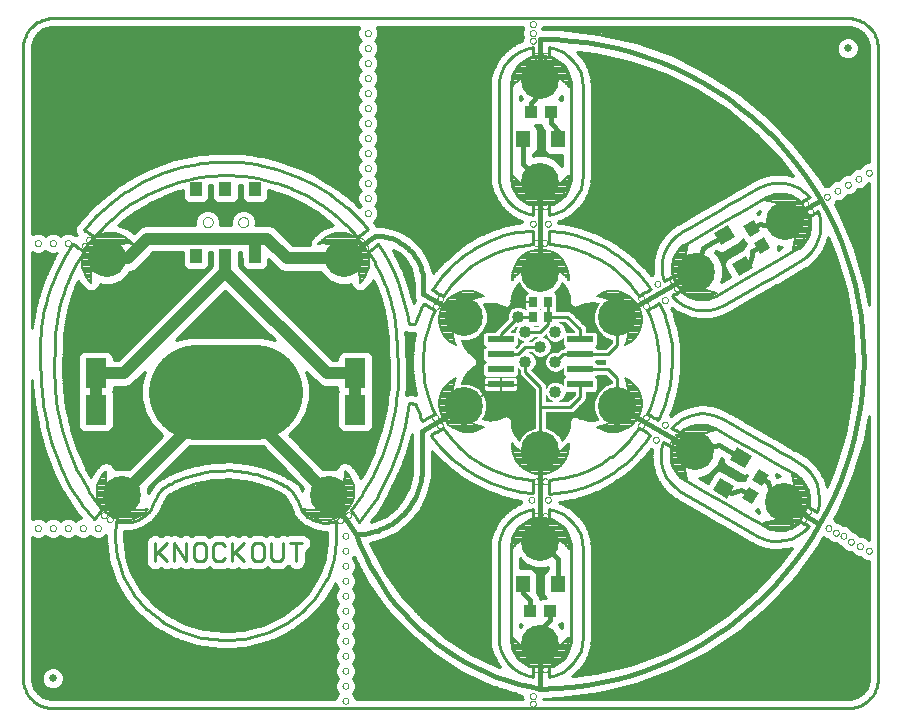
<source format=gtl>
G75*
G70*
%OFA0B0*%
%FSLAX24Y24*%
%IPPOS*%
%LPD*%
%AMOC8*
5,1,8,0,0,1.08239X$1,22.5*
%
%ADD10C,0.0100*%
%ADD11C,0.0000*%
%ADD12C,0.0110*%
%ADD13R,0.0870X0.0240*%
%ADD14R,0.0276X0.0354*%
%ADD15C,0.1266*%
%ADD16C,0.0080*%
%ADD17R,0.0394X0.0453*%
%ADD18R,0.0700X0.1000*%
%ADD19C,0.3150*%
%ADD20R,0.0433X0.0394*%
%ADD21R,0.0472X0.0551*%
%ADD22C,0.0250*%
%ADD23C,0.0400*%
%ADD24C,0.0400*%
%ADD25C,0.0160*%
%ADD26C,0.0030*%
D10*
X001150Y004000D02*
X027650Y004000D01*
X027650Y004300D02*
X017487Y004300D01*
X017496Y004321D01*
X018052Y004327D01*
X019339Y004491D01*
X020597Y004803D01*
X020597Y004803D01*
X021812Y005260D01*
X022964Y005854D01*
X022964Y005854D01*
X024041Y006578D01*
X025025Y007422D01*
X025025Y007422D01*
X025906Y008375D01*
X026669Y009423D01*
X026822Y009695D01*
X026930Y009650D01*
X026955Y009650D01*
X027052Y009553D01*
X027180Y009500D01*
X027255Y009500D01*
X027302Y009453D01*
X027430Y009400D01*
X027433Y009400D01*
X027453Y009352D01*
X027552Y009253D01*
X027680Y009200D01*
X027755Y009200D01*
X027852Y009103D01*
X027980Y009050D01*
X028055Y009050D01*
X028152Y008953D01*
X028280Y008900D01*
X028350Y008900D01*
X028350Y005000D01*
X028341Y004890D01*
X028274Y004682D01*
X028145Y004505D01*
X027968Y004376D01*
X027760Y004309D01*
X027650Y004300D01*
X027992Y004394D02*
X018579Y004394D01*
X018052Y004327D02*
X018052Y004327D01*
X017920Y005104D02*
X017688Y005037D01*
X017688Y005332D01*
X017692Y005375D01*
X017747Y005391D01*
X017806Y005411D01*
X017916Y005466D01*
X018019Y005529D01*
X018066Y005568D01*
X018109Y005607D01*
X018176Y005678D01*
X018235Y005753D01*
X018286Y005832D01*
X018330Y005919D01*
X018365Y006009D01*
X018389Y006100D01*
X018404Y006194D01*
X018412Y006289D01*
X018412Y009391D01*
X018404Y009485D01*
X018389Y009580D01*
X018365Y009670D01*
X018330Y009761D01*
X018286Y009848D01*
X018235Y009926D01*
X018176Y010001D01*
X018109Y010072D01*
X018066Y010111D01*
X018019Y010151D01*
X017916Y010214D01*
X017806Y010269D01*
X017747Y010289D01*
X017692Y010304D01*
X017688Y010348D01*
X017688Y010643D01*
X017920Y010576D01*
X018137Y010474D01*
X018330Y010340D01*
X018495Y010178D01*
X018633Y009989D01*
X018735Y009781D01*
X018798Y009552D01*
X018822Y009312D01*
X018822Y006367D01*
X018798Y006127D01*
X018735Y005899D01*
X018633Y005690D01*
X018495Y005501D01*
X018330Y005340D01*
X018137Y005206D01*
X017920Y005104D01*
X018455Y005061D02*
X018473Y005074D01*
X018496Y005083D01*
X018521Y005108D01*
X018550Y005127D01*
X018563Y005149D01*
X018680Y005263D01*
X018702Y005276D01*
X018722Y005304D01*
X018747Y005328D01*
X018757Y005352D01*
X018856Y005487D01*
X018876Y005504D01*
X018890Y005535D01*
X018910Y005562D01*
X018917Y005588D01*
X018991Y005739D01*
X019008Y005762D01*
X019017Y005792D01*
X019031Y005820D01*
X019032Y005849D01*
X019078Y006015D01*
X019091Y006038D01*
X019094Y006072D01*
X019103Y006105D01*
X019100Y006131D01*
X019115Y006283D01*
X019122Y006300D01*
X019122Y006353D01*
X019126Y006397D01*
X019122Y006412D01*
X019122Y009268D01*
X019126Y009282D01*
X019122Y009327D01*
X019122Y009372D01*
X019116Y009386D01*
X019100Y009549D01*
X019103Y009575D01*
X019094Y009607D01*
X019091Y009641D01*
X019078Y009664D01*
X019032Y009831D01*
X019031Y009859D01*
X019017Y009888D01*
X019008Y009918D01*
X018991Y009941D01*
X018917Y010092D01*
X018910Y010118D01*
X018890Y010145D01*
X018876Y010175D01*
X018856Y010193D01*
X018757Y010328D01*
X018747Y010351D01*
X018722Y010375D01*
X018702Y010403D01*
X018680Y010417D01*
X018563Y010531D01*
X018550Y010552D01*
X018521Y010572D01*
X018496Y010596D01*
X018473Y010606D01*
X018336Y010701D01*
X018319Y010719D01*
X018287Y010734D01*
X018259Y010754D01*
X018234Y010760D01*
X018080Y010832D01*
X018060Y010848D01*
X018026Y010858D01*
X018013Y010864D01*
X018019Y010867D01*
X018167Y010886D01*
X018174Y010884D01*
X018225Y010894D01*
X018277Y010900D01*
X018284Y010904D01*
X018426Y010930D01*
X018437Y010928D01*
X018484Y010940D01*
X018532Y010949D01*
X018542Y010955D01*
X018692Y010994D01*
X018702Y010993D01*
X018749Y011009D01*
X018797Y011021D01*
X018805Y011027D01*
X018948Y011075D01*
X018958Y011075D01*
X019004Y011094D01*
X019052Y011109D01*
X019059Y011116D01*
X019201Y011173D01*
X019211Y011174D01*
X019255Y011196D01*
X019301Y011214D01*
X019309Y011222D01*
X019443Y011288D01*
X019452Y011289D01*
X019497Y011314D01*
X019543Y011337D01*
X019549Y011343D01*
X019681Y011418D01*
X019686Y011419D01*
X019733Y011447D01*
X019780Y011474D01*
X019784Y011478D01*
X019916Y011558D01*
X019926Y011560D01*
X019966Y011589D01*
X020009Y011614D01*
X020015Y011623D01*
X020145Y011714D01*
X020153Y011716D01*
X020194Y011749D01*
X020236Y011778D01*
X020240Y011785D01*
X020363Y011881D01*
X020374Y011885D01*
X020410Y011918D01*
X020447Y011948D01*
X020453Y011958D01*
X020569Y012064D01*
X020577Y012068D01*
X020613Y012104D01*
X020651Y012139D01*
X020655Y012147D01*
X020764Y012259D01*
X020772Y012262D01*
X020806Y012301D01*
X020842Y012338D01*
X020845Y012346D01*
X020947Y012463D01*
X020956Y012468D01*
X020987Y012507D01*
X021020Y012545D01*
X021023Y012554D01*
X021087Y012639D01*
X021122Y012624D01*
X021108Y012456D01*
X021101Y012434D01*
X021103Y012397D01*
X021100Y012360D01*
X021107Y012338D01*
X021119Y012173D01*
X021115Y012145D01*
X021123Y012114D01*
X021125Y012083D01*
X021137Y012057D01*
X021180Y011893D01*
X021180Y011869D01*
X021195Y011836D01*
X021204Y011801D01*
X021218Y011782D01*
X021286Y011627D01*
X021291Y011600D01*
X021310Y011573D01*
X021323Y011543D01*
X021343Y011524D01*
X021437Y011384D01*
X021447Y011358D01*
X021470Y011335D01*
X021488Y011308D01*
X021511Y011292D01*
X021632Y011169D01*
X021647Y011145D01*
X021673Y011126D01*
X021696Y011103D01*
X021722Y011092D01*
X019000Y011092D01*
X019245Y011191D02*
X021611Y011191D01*
X021514Y011289D02*
X019451Y011289D01*
X019627Y011388D02*
X021434Y011388D01*
X021368Y011486D02*
X019797Y011486D01*
X019961Y011585D02*
X021302Y011585D01*
X021261Y011683D02*
X020101Y011683D01*
X020238Y011782D02*
X021218Y011782D01*
X021180Y011880D02*
X020361Y011880D01*
X020476Y011979D02*
X021158Y011979D01*
X021128Y012077D02*
X020586Y012077D01*
X020683Y012176D02*
X021119Y012176D01*
X021112Y012274D02*
X020782Y012274D01*
X020868Y012373D02*
X021101Y012373D01*
X021110Y012471D02*
X020959Y012471D01*
X021034Y012570D02*
X021118Y012570D01*
X021424Y012635D02*
X021404Y012395D01*
X021420Y012163D01*
X021479Y011934D01*
X021574Y011718D01*
X021704Y011525D01*
X021869Y011356D01*
X022070Y011214D01*
X023026Y010659D01*
X023349Y010474D01*
X023668Y010293D01*
X024625Y009737D01*
X024617Y009741D02*
X024837Y009639D01*
X025070Y009584D01*
X025302Y009568D01*
X025534Y009592D01*
X025759Y009655D01*
X025975Y009757D01*
X026172Y009895D01*
X026345Y010068D01*
X026306Y010088D01*
X026235Y010127D01*
X026200Y010151D01*
X026160Y010170D01*
X026089Y010210D01*
X026054Y010233D01*
X025959Y010147D01*
X025857Y010076D01*
X025747Y010021D01*
X025692Y009997D01*
X025633Y009978D01*
X025538Y009954D01*
X025444Y009942D01*
X025349Y009938D01*
X025251Y009942D01*
X025156Y009958D01*
X025066Y009981D01*
X024975Y010013D01*
X024889Y010056D01*
X024219Y010442D01*
X023881Y010635D01*
X023546Y010832D01*
X022877Y011218D01*
X022538Y011411D01*
X022204Y011604D01*
X022125Y011659D01*
X022054Y011722D01*
X021987Y011789D01*
X021924Y011863D01*
X021873Y011946D01*
X021830Y012029D01*
X021794Y012119D01*
X021767Y012210D01*
X021751Y012269D01*
X021743Y012332D01*
X021739Y012395D01*
X021739Y012458D01*
X021743Y012517D01*
X021759Y012643D01*
X021774Y012702D01*
X021739Y012722D01*
X021704Y012745D01*
X021668Y012765D01*
X021633Y012789D01*
X021597Y012808D01*
X021558Y012828D01*
X021522Y012852D01*
X021487Y012871D01*
X021424Y012635D01*
X020912Y012903D02*
X021054Y013115D01*
X020912Y013198D01*
X020869Y013230D01*
X020680Y013340D01*
X020648Y013296D01*
X020412Y012989D01*
X020377Y012950D01*
X020109Y012670D01*
X020070Y012635D01*
X019774Y012387D01*
X019727Y012356D01*
X019404Y012143D01*
X019357Y012115D01*
X019011Y011942D01*
X018959Y011919D01*
X018589Y011781D01*
X018538Y011765D01*
X018148Y011670D01*
X018093Y011663D01*
X017692Y011611D01*
X017692Y011434D01*
X017688Y011375D01*
X017688Y011143D01*
X017932Y011159D01*
X018180Y011190D01*
X018420Y011233D01*
X018664Y011296D01*
X018900Y011375D01*
X019133Y011470D01*
X019357Y011580D01*
X019581Y011706D01*
X019802Y011840D01*
X020015Y011989D01*
X020215Y012147D01*
X020404Y012320D01*
X020585Y012505D01*
X020755Y012698D01*
X020912Y012903D01*
X021282Y013631D02*
X021330Y013607D01*
X021357Y013663D01*
X021546Y014135D01*
X021668Y014560D01*
X021684Y014619D01*
X021759Y015056D01*
X021767Y015119D01*
X021798Y015560D01*
X021798Y015623D01*
X021774Y016060D01*
X021770Y016123D01*
X021700Y016556D01*
X021684Y016615D01*
X021558Y017041D01*
X021538Y017100D01*
X021357Y017501D01*
X021306Y017474D01*
X021255Y017442D01*
X021204Y017415D01*
X021156Y017383D01*
X021054Y017328D01*
X021003Y017296D01*
X020952Y017269D01*
X021042Y017068D01*
X021121Y016863D01*
X021192Y016655D01*
X021247Y016442D01*
X021290Y016222D01*
X021322Y015997D01*
X021341Y015769D01*
X021349Y015541D01*
X021341Y015308D01*
X021322Y015080D01*
X021290Y014859D01*
X021247Y014639D01*
X021188Y014426D01*
X021121Y014214D01*
X021042Y014009D01*
X020952Y013812D01*
X020999Y013789D01*
X021046Y013761D01*
X021093Y013737D01*
X021188Y013682D01*
X021235Y013659D01*
X021282Y013631D01*
X021719Y013759D02*
X021808Y013983D01*
X021818Y013995D01*
X021830Y014038D01*
X021847Y014079D01*
X021847Y014095D01*
X021941Y014423D01*
X021943Y014425D01*
X021957Y014480D01*
X021963Y014499D01*
X021969Y014510D01*
X021977Y014555D01*
X021989Y014600D01*
X021987Y014614D01*
X022045Y014954D01*
X022049Y014960D01*
X022056Y015012D01*
X022059Y015034D01*
X022062Y015038D01*
X022063Y015054D01*
X022064Y015065D01*
X022064Y015068D01*
X022065Y015090D01*
X022072Y015141D01*
X022069Y015149D01*
X022094Y015490D01*
X022098Y015501D01*
X022098Y015550D01*
X022100Y015578D01*
X022101Y015580D01*
X022101Y015585D01*
X022102Y015598D01*
X022099Y015605D01*
X022098Y015631D01*
X022098Y015683D01*
X022095Y015691D01*
X022077Y016018D01*
X022078Y016019D01*
X022074Y016078D01*
X022073Y016098D01*
X022076Y016113D01*
X022069Y016157D01*
X022066Y016201D01*
X022059Y016215D01*
X022003Y016561D01*
X022005Y016576D01*
X021993Y016619D01*
X021986Y016664D01*
X021979Y016675D01*
X021973Y016697D01*
X021958Y016750D01*
X021956Y016754D01*
X021861Y017074D01*
X021861Y017079D01*
X021844Y017131D01*
X021837Y017156D01*
X021836Y017169D01*
X021818Y017209D01*
X021804Y017251D01*
X021794Y017263D01*
X021767Y017322D01*
X021786Y017341D01*
X021800Y017328D01*
X021824Y017318D01*
X021966Y017219D01*
X021984Y017199D01*
X022014Y017185D01*
X022041Y017166D01*
X022068Y017160D01*
X022219Y017090D01*
X022238Y017075D01*
X022273Y017065D01*
X022305Y017050D01*
X022329Y017049D01*
X022488Y017005D01*
X022511Y016992D01*
X022545Y016989D01*
X022578Y016980D01*
X022604Y016983D01*
X022770Y016966D01*
X022794Y016958D01*
X022828Y016960D01*
X022862Y016957D01*
X022887Y016964D01*
X023055Y016975D01*
X023083Y016971D01*
X023114Y016979D01*
X023146Y016981D01*
X023171Y016994D01*
X023336Y017037D01*
X023362Y017038D01*
X023393Y017052D01*
X023427Y017060D01*
X023447Y017076D01*
X023588Y017139D01*
X023606Y017141D01*
X023647Y017165D01*
X023691Y017185D01*
X023704Y017198D01*
X024613Y017725D01*
X024879Y017877D01*
X024880Y017877D01*
X024931Y017906D01*
X024982Y017935D01*
X024983Y017936D01*
X025203Y018062D01*
X025204Y018062D01*
X025255Y018092D01*
X025306Y018121D01*
X025307Y018122D01*
X026173Y018624D01*
X026186Y018627D01*
X026224Y018654D01*
X026264Y018677D01*
X026272Y018688D01*
X026410Y018785D01*
X026436Y018796D01*
X026458Y018819D01*
X026484Y018838D01*
X026499Y018861D01*
X026620Y018985D01*
X026643Y019001D01*
X026662Y019028D01*
X026684Y019051D01*
X026695Y019077D01*
X026788Y019216D01*
X026808Y019234D01*
X026821Y019265D01*
X026840Y019293D01*
X026845Y019319D01*
X026913Y019472D01*
X026929Y019494D01*
X026937Y019526D01*
X026951Y019556D01*
X026951Y019583D01*
X026981Y019705D01*
X027227Y019129D01*
X027571Y017961D01*
X027777Y016761D01*
X027842Y015545D01*
X027766Y014330D01*
X027549Y013132D01*
X027194Y011967D01*
X026941Y011388D01*
X026908Y011512D01*
X026907Y011537D01*
X026893Y011569D01*
X026884Y011604D01*
X026869Y011623D01*
X026801Y011775D01*
X026796Y011803D01*
X026777Y011829D01*
X026764Y011859D01*
X026744Y011878D01*
X026652Y012012D01*
X026643Y012035D01*
X026618Y012061D01*
X026598Y012090D01*
X026577Y012104D01*
X026461Y012226D01*
X026444Y012252D01*
X026420Y012269D01*
X026399Y012291D01*
X026371Y012303D01*
X026247Y012390D01*
X026236Y012404D01*
X026183Y012435D01*
X026150Y012458D01*
X026138Y012461D01*
X025917Y012589D01*
X025916Y012590D01*
X025865Y012619D01*
X025814Y012649D01*
X025813Y012649D01*
X025542Y012804D01*
X025275Y012960D01*
X025274Y012961D01*
X025223Y012990D01*
X025173Y013019D01*
X025171Y013019D01*
X024904Y013171D01*
X024318Y013511D01*
X024267Y013541D01*
X024216Y013570D01*
X024215Y013570D01*
X023944Y013726D01*
X023666Y013887D01*
X023657Y013897D01*
X023615Y013917D01*
X023574Y013940D01*
X023561Y013942D01*
X023412Y014012D01*
X023387Y014031D01*
X023359Y014038D01*
X023333Y014050D01*
X023302Y014051D01*
X023136Y014091D01*
X023115Y014102D01*
X023078Y014105D01*
X023043Y014114D01*
X023020Y014110D01*
X022854Y014124D01*
X022827Y014133D01*
X022795Y014129D01*
X022764Y014132D01*
X022736Y014123D01*
X022572Y014106D01*
X022546Y014109D01*
X022513Y014100D01*
X022479Y014097D01*
X022456Y014084D01*
X022298Y014040D01*
X022273Y014039D01*
X022241Y014024D01*
X022207Y014014D01*
X022187Y013999D01*
X022038Y013930D01*
X022013Y013925D01*
X021984Y013905D01*
X021952Y013890D01*
X021935Y013872D01*
X021796Y013776D01*
X021772Y013767D01*
X021749Y013746D01*
X021748Y013747D01*
X021719Y013759D01*
X021737Y013752D02*
X021755Y013752D01*
X021755Y013850D02*
X021904Y013850D01*
X021795Y013949D02*
X022079Y013949D01*
X021834Y014047D02*
X022324Y014047D01*
X022345Y013741D02*
X022570Y013804D01*
X022798Y013828D01*
X023030Y013808D01*
X023259Y013753D01*
X023475Y013651D01*
X023794Y013466D01*
X024117Y013281D01*
X024755Y012911D01*
X025074Y012730D01*
X025393Y012544D01*
X025715Y012359D01*
X026034Y012174D01*
X026026Y012178D02*
X026223Y012041D01*
X026385Y011871D01*
X026515Y011682D01*
X026609Y011470D01*
X026668Y011245D01*
X026692Y011013D01*
X026672Y010777D01*
X026613Y010541D01*
X026578Y010564D01*
X026542Y010584D01*
X026507Y010607D01*
X026467Y010627D01*
X026432Y010651D01*
X026396Y010670D01*
X026361Y010694D01*
X026326Y010714D01*
X026337Y010773D01*
X026353Y010891D01*
X026353Y011009D01*
X026349Y011068D01*
X026341Y011127D01*
X026330Y011182D01*
X026302Y011277D01*
X026267Y011363D01*
X026219Y011450D01*
X026168Y011529D01*
X026109Y011604D01*
X026042Y011670D01*
X025967Y011733D01*
X025889Y011789D01*
X025219Y012174D01*
X024881Y012367D01*
X024546Y012564D01*
X023877Y012950D01*
X023538Y013143D01*
X023204Y013336D01*
X023117Y013379D01*
X023026Y013411D01*
X022936Y013434D01*
X022841Y013450D01*
X022747Y013454D01*
X022648Y013450D01*
X022554Y013438D01*
X022463Y013415D01*
X022404Y013399D01*
X022349Y013375D01*
X022298Y013352D01*
X022196Y013289D01*
X022101Y013218D01*
X022058Y013178D01*
X022019Y013198D01*
X021948Y013237D01*
X021912Y013261D01*
X021873Y013281D01*
X021802Y013320D01*
X021763Y013344D01*
X021936Y013509D01*
X022133Y013643D01*
X022345Y013741D01*
X021861Y014146D02*
X027732Y014146D01*
X027750Y014244D02*
X021889Y014244D01*
X021918Y014343D02*
X027766Y014343D01*
X027773Y014441D02*
X021947Y014441D01*
X021975Y014540D02*
X027779Y014540D01*
X027785Y014638D02*
X021991Y014638D01*
X022008Y014737D02*
X027791Y014737D01*
X027797Y014835D02*
X022025Y014835D01*
X022042Y014934D02*
X027803Y014934D01*
X027810Y015032D02*
X022059Y015032D01*
X022070Y015131D02*
X027816Y015131D01*
X027822Y015229D02*
X022075Y015229D01*
X022082Y015328D02*
X027828Y015328D01*
X027834Y015426D02*
X022089Y015426D01*
X022098Y015525D02*
X027841Y015525D01*
X027838Y015623D02*
X022098Y015623D01*
X022093Y015722D02*
X027832Y015722D01*
X027827Y015820D02*
X022088Y015820D01*
X022083Y015919D02*
X027822Y015919D01*
X027817Y016017D02*
X022077Y016017D01*
X022076Y016116D02*
X027811Y016116D01*
X027806Y016214D02*
X022060Y016214D01*
X022043Y016313D02*
X027801Y016313D01*
X027796Y016411D02*
X022027Y016411D01*
X022011Y016510D02*
X027790Y016510D01*
X027785Y016608D02*
X021996Y016608D01*
X021970Y016707D02*
X027780Y016707D01*
X027769Y016805D02*
X021941Y016805D01*
X021911Y016904D02*
X027752Y016904D01*
X027735Y017002D02*
X023202Y017002D01*
X023066Y017277D02*
X022833Y017261D01*
X022601Y017285D01*
X022377Y017348D01*
X022164Y017446D01*
X021967Y017584D01*
X021794Y017753D01*
X021830Y017773D01*
X021865Y017796D01*
X021904Y017816D01*
X021940Y017836D01*
X021975Y017859D01*
X022046Y017899D01*
X022081Y017922D01*
X022129Y017879D01*
X022176Y017840D01*
X022223Y017804D01*
X022274Y017769D01*
X022330Y017737D01*
X022385Y017714D01*
X022444Y017690D01*
X022499Y017670D01*
X022593Y017647D01*
X022688Y017635D01*
X022782Y017631D01*
X022881Y017635D01*
X022975Y017651D01*
X023066Y017674D01*
X023156Y017706D01*
X023243Y017749D01*
X023912Y018135D01*
X024251Y018332D01*
X025255Y018911D01*
X025593Y019104D01*
X025928Y019300D01*
X026007Y019352D01*
X026078Y019415D01*
X026144Y019481D01*
X026207Y019556D01*
X026259Y019639D01*
X026302Y019722D01*
X026341Y019812D01*
X026365Y019903D01*
X026381Y019962D01*
X026389Y020025D01*
X026393Y020084D01*
X026393Y020147D01*
X026389Y020206D01*
X026385Y020269D01*
X026373Y020328D01*
X026357Y020387D01*
X026393Y020411D01*
X026432Y020430D01*
X026467Y020454D01*
X026538Y020493D01*
X026574Y020517D01*
X026609Y020537D01*
X026648Y020560D01*
X026707Y020324D01*
X026727Y020084D01*
X026707Y019848D01*
X026652Y019623D01*
X026558Y019411D01*
X026428Y019218D01*
X026263Y019048D01*
X026062Y018907D01*
X025105Y018352D01*
X024782Y018167D01*
X024463Y017985D01*
X023507Y017430D01*
X023515Y017434D02*
X023294Y017336D01*
X023066Y017277D01*
X023503Y017101D02*
X027718Y017101D01*
X027702Y017199D02*
X023706Y017199D01*
X023876Y017298D02*
X027685Y017298D01*
X027668Y017396D02*
X024045Y017396D01*
X024215Y017495D02*
X027651Y017495D01*
X027634Y017593D02*
X024385Y017593D01*
X024555Y017692D02*
X027617Y017692D01*
X027600Y017790D02*
X024727Y017790D01*
X024901Y017889D02*
X027583Y017889D01*
X027563Y017987D02*
X025072Y017987D01*
X025244Y018086D02*
X027534Y018086D01*
X027505Y018184D02*
X025414Y018184D01*
X025584Y018283D02*
X027476Y018283D01*
X027447Y018381D02*
X025754Y018381D01*
X025923Y018480D02*
X027418Y018480D01*
X027389Y018578D02*
X026093Y018578D01*
X026263Y018677D02*
X027360Y018677D01*
X027331Y018775D02*
X026396Y018775D01*
X026511Y018874D02*
X027302Y018874D01*
X027273Y018972D02*
X026607Y018972D01*
X026692Y019071D02*
X027244Y019071D01*
X027210Y019169D02*
X026757Y019169D01*
X026823Y019268D02*
X027168Y019268D01*
X027126Y019366D02*
X026866Y019366D01*
X026910Y019465D02*
X027084Y019465D01*
X027042Y019563D02*
X026951Y019563D01*
X026971Y019662D02*
X027000Y019662D01*
X027611Y019957D02*
X028350Y019957D01*
X028350Y019859D02*
X027653Y019859D01*
X027695Y019760D02*
X028350Y019760D01*
X028350Y019662D02*
X027737Y019662D01*
X027779Y019563D02*
X028350Y019563D01*
X028350Y019465D02*
X027821Y019465D01*
X027863Y019366D02*
X028350Y019366D01*
X028350Y019268D02*
X027893Y019268D01*
X027866Y019358D02*
X027358Y020551D01*
X027208Y020813D01*
X027247Y020852D01*
X027267Y020900D01*
X027370Y020900D01*
X027498Y020953D01*
X027597Y021052D01*
X027617Y021100D01*
X027720Y021100D01*
X027848Y021153D01*
X027947Y021252D01*
X027967Y021300D01*
X028070Y021300D01*
X028198Y021353D01*
X028297Y021452D01*
X028317Y021500D01*
X028350Y021500D01*
X028350Y017427D01*
X028232Y018114D01*
X027866Y019358D01*
X027922Y019169D02*
X028350Y019169D01*
X028350Y019071D02*
X027951Y019071D01*
X027980Y018972D02*
X028350Y018972D01*
X028350Y018874D02*
X028009Y018874D01*
X028038Y018775D02*
X028350Y018775D01*
X028350Y018677D02*
X028067Y018677D01*
X028096Y018578D02*
X028350Y018578D01*
X028350Y018480D02*
X028125Y018480D01*
X028154Y018381D02*
X028350Y018381D01*
X028350Y018283D02*
X028183Y018283D01*
X028212Y018184D02*
X028350Y018184D01*
X028350Y018086D02*
X028237Y018086D01*
X028254Y017987D02*
X028350Y017987D01*
X028350Y017889D02*
X028271Y017889D01*
X028288Y017790D02*
X028350Y017790D01*
X028350Y017692D02*
X028305Y017692D01*
X028322Y017593D02*
X028350Y017593D01*
X028338Y017495D02*
X028350Y017495D01*
X025449Y019367D02*
X025443Y019363D01*
X025308Y019286D01*
X025313Y019307D01*
X025302Y019395D01*
X025369Y019367D01*
X025449Y019367D01*
X025448Y019366D02*
X025306Y019366D01*
X024445Y019154D02*
X024436Y019119D01*
X024147Y019313D02*
X023604Y019000D01*
X023543Y018921D01*
X023518Y018825D01*
X023531Y018726D01*
X023732Y018377D01*
X023407Y018190D01*
X023483Y018374D01*
X023483Y018726D01*
X023349Y019050D01*
X023207Y019192D01*
X023264Y019225D01*
X023305Y019193D01*
X023401Y019168D01*
X023500Y019181D01*
X024063Y019506D01*
X024124Y019585D01*
X024137Y019634D01*
X024192Y019539D01*
X024250Y019494D01*
X024251Y019489D01*
X024245Y019485D01*
X024245Y019485D01*
X024245Y019485D01*
X024209Y019438D01*
X024165Y019381D01*
X024165Y019381D01*
X024165Y019381D01*
X024152Y019332D01*
X024147Y019313D01*
X024161Y019366D02*
X023821Y019366D01*
X023991Y019465D02*
X024229Y019465D01*
X024178Y019563D02*
X024107Y019563D01*
X024067Y019268D02*
X023650Y019268D01*
X023726Y019071D02*
X023328Y019071D01*
X023381Y018972D02*
X023582Y018972D01*
X023531Y018874D02*
X023422Y018874D01*
X023463Y018775D02*
X023524Y018775D01*
X023559Y018677D02*
X023483Y018677D01*
X023483Y018578D02*
X023616Y018578D01*
X023673Y018480D02*
X023483Y018480D01*
X023483Y018381D02*
X023730Y018381D01*
X023567Y018283D02*
X023445Y018283D01*
X023411Y019169D02*
X023897Y019169D01*
X023396Y019169D02*
X023230Y019169D01*
X022912Y019867D02*
X022243Y019481D01*
X022164Y019426D01*
X022089Y019363D01*
X022022Y019296D01*
X021963Y019222D01*
X021912Y019143D01*
X021865Y019056D01*
X021830Y018970D01*
X021802Y018879D01*
X021790Y018816D01*
X021782Y018757D01*
X021778Y018698D01*
X021778Y018576D01*
X021786Y018517D01*
X021810Y018399D01*
X021774Y018379D01*
X021739Y018356D01*
X021704Y018336D01*
X021664Y018312D01*
X021629Y018293D01*
X021593Y018269D01*
X021522Y018230D01*
X021459Y018462D01*
X021440Y018702D01*
X021463Y018934D01*
X021519Y019159D01*
X021613Y019371D01*
X021747Y019564D01*
X021908Y019733D01*
X022109Y019871D01*
X022097Y019867D02*
X022416Y020052D01*
X022739Y020237D01*
X023377Y020607D01*
X023696Y020789D01*
X024015Y020974D01*
X024337Y021159D01*
X024656Y021344D01*
X024877Y021446D01*
X025105Y021505D01*
X025337Y021521D01*
X025566Y021497D01*
X025790Y021434D01*
X026003Y021336D01*
X026200Y021198D01*
X026373Y021029D01*
X026302Y020989D01*
X026267Y020966D01*
X026227Y020946D01*
X026192Y020926D01*
X026156Y020903D01*
X026085Y020863D01*
X025991Y020942D01*
X025944Y020978D01*
X025893Y021013D01*
X025782Y021068D01*
X025727Y021092D01*
X025668Y021107D01*
X025578Y021131D01*
X025483Y021143D01*
X025385Y021147D01*
X025290Y021143D01*
X025196Y021127D01*
X025105Y021104D01*
X025015Y021072D01*
X024928Y021033D01*
X024593Y020836D01*
X024255Y020643D01*
X023585Y020257D01*
X023251Y020060D01*
X022912Y019867D01*
X022589Y020497D02*
X022318Y020342D01*
X022317Y020342D01*
X022266Y020312D01*
X022215Y020283D01*
X022215Y020282D01*
X021992Y020153D01*
X021989Y020152D01*
X021976Y020144D01*
X021895Y020097D01*
X021881Y020079D01*
X021761Y019997D01*
X021732Y019984D01*
X021713Y019963D01*
X021689Y019947D01*
X021672Y019920D01*
X021554Y019797D01*
X021534Y019784D01*
X021514Y019754D01*
X021489Y019728D01*
X021480Y019706D01*
X021384Y019568D01*
X021363Y019548D01*
X021350Y019519D01*
X021332Y019493D01*
X021326Y019465D01*
X021258Y019310D01*
X021241Y019288D01*
X021234Y019256D01*
X021220Y019226D01*
X021219Y019199D01*
X021181Y019043D01*
X021171Y019024D01*
X021167Y018985D01*
X021158Y018948D01*
X021161Y018927D01*
X021144Y018764D01*
X021136Y018737D01*
X021139Y018705D01*
X021135Y018673D01*
X021143Y018646D01*
X021158Y018470D01*
X021102Y018447D01*
X021090Y018435D01*
X020945Y018612D01*
X020942Y018619D01*
X020907Y018658D01*
X020895Y018672D01*
X020893Y018678D01*
X020881Y018690D01*
X020874Y018698D01*
X020870Y018700D01*
X020856Y018714D01*
X020822Y018751D01*
X020814Y018755D01*
X020582Y018981D01*
X020579Y018986D01*
X020539Y019023D01*
X020526Y019035D01*
X020522Y019044D01*
X020502Y019059D01*
X020500Y019061D01*
X020499Y019061D01*
X020484Y019073D01*
X020448Y019106D01*
X020437Y019110D01*
X020176Y019313D01*
X020171Y019320D01*
X020129Y019349D01*
X020112Y019363D01*
X020109Y019367D01*
X020100Y019372D01*
X020089Y019381D01*
X020084Y019382D01*
X020065Y019394D01*
X020022Y019424D01*
X020014Y019425D01*
X019747Y019591D01*
X019746Y019592D01*
X019696Y019623D01*
X019681Y019632D01*
X019671Y019644D01*
X019631Y019663D01*
X019593Y019686D01*
X019577Y019688D01*
X019279Y019831D01*
X019274Y019836D01*
X019225Y019857D01*
X019208Y019865D01*
X019202Y019871D01*
X019183Y019877D01*
X019177Y019880D01*
X019174Y019880D01*
X019155Y019887D01*
X019109Y019907D01*
X019099Y019907D01*
X018789Y020016D01*
X018779Y020024D01*
X018733Y020036D01*
X018688Y020052D01*
X018678Y020051D01*
X018659Y020056D01*
X018605Y020070D01*
X018601Y020070D01*
X018280Y020145D01*
X018267Y020153D01*
X018222Y020159D01*
X018179Y020169D01*
X018165Y020167D01*
X018145Y020169D01*
X018090Y020177D01*
X018086Y020176D01*
X018000Y020185D01*
X018000Y020212D01*
X018024Y020223D01*
X018060Y020233D01*
X018078Y020247D01*
X018232Y020317D01*
X018259Y020323D01*
X018285Y020342D01*
X018315Y020355D01*
X018334Y020375D01*
X018474Y020473D01*
X018499Y020483D01*
X018523Y020506D01*
X018550Y020525D01*
X018564Y020548D01*
X022677Y020548D01*
X022589Y020497D02*
X023176Y020838D01*
X023177Y020839D01*
X023227Y020868D01*
X023278Y020897D01*
X023279Y020897D01*
X023546Y021049D01*
X023813Y021204D01*
X023814Y021204D01*
X023865Y021233D01*
X023916Y021263D01*
X023916Y021263D01*
X024188Y021419D01*
X024466Y021580D01*
X024476Y021591D01*
X024518Y021610D01*
X024557Y021633D01*
X024571Y021635D01*
X024722Y021705D01*
X024744Y021722D01*
X024775Y021730D01*
X024805Y021743D01*
X024832Y021744D01*
X025000Y021788D01*
X025025Y021800D01*
X025057Y021803D01*
X025088Y021811D01*
X025116Y021807D01*
X025284Y021818D01*
X025309Y021825D01*
X025343Y021822D01*
X025377Y021824D01*
X025402Y021816D01*
X025563Y021799D01*
X025589Y021802D01*
X025622Y021793D01*
X025656Y021790D01*
X025679Y021777D01*
X025814Y021739D01*
X025415Y022271D01*
X024578Y023151D01*
X023645Y023928D01*
X022628Y024591D01*
X021541Y025132D01*
X020398Y025543D01*
X019215Y025818D01*
X018608Y025887D01*
X018681Y025814D01*
X018700Y025803D01*
X018722Y025773D01*
X018749Y025746D01*
X018758Y025725D01*
X018855Y025594D01*
X018877Y025575D01*
X018890Y025547D01*
X018909Y025522D01*
X018916Y025494D01*
X018991Y025338D01*
X019008Y025317D01*
X019017Y025285D01*
X019031Y025255D01*
X019033Y025228D01*
X019078Y025066D01*
X019091Y025042D01*
X019094Y025009D01*
X019103Y024978D01*
X019100Y024951D01*
X019116Y024783D01*
X019122Y024770D01*
X019122Y024724D01*
X019126Y024679D01*
X019122Y024665D01*
X019122Y021813D01*
X019126Y021799D01*
X019122Y021754D01*
X019122Y021697D01*
X019114Y021680D01*
X019100Y021533D01*
X024385Y021533D01*
X024555Y021632D02*
X019110Y021632D01*
X019122Y021730D02*
X024776Y021730D01*
X024215Y021435D02*
X019088Y021435D01*
X019091Y021440D02*
X019094Y021474D01*
X019103Y021506D01*
X019100Y021533D01*
X019091Y021440D02*
X019078Y021417D01*
X019032Y021250D01*
X019031Y021222D01*
X019017Y021194D01*
X019008Y021163D01*
X018991Y021140D01*
X018917Y020989D01*
X018910Y020963D01*
X018890Y020936D01*
X018876Y020906D01*
X018856Y020888D01*
X018758Y020755D01*
X018749Y020733D01*
X018724Y020707D01*
X018702Y020678D01*
X018682Y020665D01*
X018564Y020548D01*
X018663Y020647D02*
X022846Y020647D01*
X023016Y020745D02*
X018754Y020745D01*
X018823Y020844D02*
X023185Y020844D01*
X023358Y020942D02*
X018895Y020942D01*
X018942Y021041D02*
X023532Y021041D01*
X023702Y021139D02*
X018990Y021139D01*
X019032Y021238D02*
X023872Y021238D01*
X024044Y021336D02*
X019056Y021336D01*
X018798Y021529D02*
X018822Y021769D01*
X018822Y021757D02*
X018822Y024710D01*
X018798Y024954D01*
X018735Y025178D01*
X018633Y025391D01*
X018495Y025576D01*
X018330Y025741D01*
X018137Y025875D01*
X017920Y025978D01*
X017688Y026041D01*
X017688Y025749D01*
X017692Y025706D01*
X017747Y025690D01*
X017806Y025667D01*
X017861Y025643D01*
X017916Y025615D01*
X017967Y025584D01*
X018019Y025548D01*
X018066Y025513D01*
X018109Y025474D01*
X018176Y025403D01*
X018235Y025328D01*
X018286Y025245D01*
X018330Y025163D01*
X018365Y025072D01*
X018389Y024978D01*
X018404Y024887D01*
X018412Y024789D01*
X018412Y021690D01*
X018404Y021596D01*
X018389Y021501D01*
X018365Y021407D01*
X018330Y021320D01*
X018286Y021233D01*
X018235Y021151D01*
X018176Y021076D01*
X018066Y020966D01*
X018019Y020930D01*
X017967Y020895D01*
X017916Y020863D01*
X017861Y020836D01*
X017806Y020812D01*
X017747Y020793D01*
X017692Y020773D01*
X017688Y020730D01*
X017688Y020438D01*
X017920Y020505D01*
X018137Y020604D01*
X018330Y020737D01*
X018495Y020903D01*
X018633Y021092D01*
X018735Y021300D01*
X018798Y021529D01*
X019122Y021829D02*
X025747Y021829D01*
X025673Y021927D02*
X019122Y021927D01*
X019122Y022026D02*
X025599Y022026D01*
X025525Y022124D02*
X019122Y022124D01*
X019122Y022223D02*
X025451Y022223D01*
X025367Y022321D02*
X019122Y022321D01*
X019122Y022420D02*
X025274Y022420D01*
X025180Y022518D02*
X019122Y022518D01*
X019122Y022617D02*
X025086Y022617D01*
X024993Y022715D02*
X019122Y022715D01*
X019122Y022814D02*
X024899Y022814D01*
X024805Y022912D02*
X019122Y022912D01*
X019122Y023011D02*
X024712Y023011D01*
X024618Y023109D02*
X019122Y023109D01*
X019122Y023208D02*
X024510Y023208D01*
X024392Y023306D02*
X019122Y023306D01*
X019122Y023405D02*
X024274Y023405D01*
X024155Y023503D02*
X019122Y023503D01*
X019122Y023602D02*
X024037Y023602D01*
X023919Y023700D02*
X019122Y023700D01*
X019122Y023799D02*
X023800Y023799D01*
X023682Y023897D02*
X019122Y023897D01*
X019122Y023996D02*
X023541Y023996D01*
X023390Y024094D02*
X019122Y024094D01*
X019122Y024193D02*
X023239Y024193D01*
X023088Y024291D02*
X019122Y024291D01*
X019122Y024390D02*
X022937Y024390D01*
X022786Y024488D02*
X019122Y024488D01*
X019122Y024587D02*
X022635Y024587D01*
X022439Y024685D02*
X019125Y024685D01*
X019116Y024784D02*
X022241Y024784D01*
X022043Y024882D02*
X019106Y024882D01*
X019102Y024981D02*
X021845Y024981D01*
X021647Y025079D02*
X019075Y025079D01*
X019047Y025178D02*
X021414Y025178D01*
X021140Y025276D02*
X019021Y025276D01*
X018974Y025375D02*
X020866Y025375D01*
X020592Y025473D02*
X018926Y025473D01*
X018879Y025572D02*
X020275Y025572D01*
X019852Y025670D02*
X018799Y025670D01*
X018727Y025769D02*
X019429Y025769D01*
X018784Y025867D02*
X018628Y025867D01*
X019456Y026458D02*
X028172Y026458D01*
X028145Y026495D02*
X028274Y026318D01*
X028341Y026110D01*
X028350Y026000D01*
X028350Y022200D01*
X028280Y022200D01*
X028152Y022147D01*
X028053Y022048D01*
X028033Y022000D01*
X027930Y022000D01*
X027802Y021947D01*
X027703Y021848D01*
X027683Y021800D01*
X027580Y021800D01*
X027452Y021747D01*
X027353Y021648D01*
X027333Y021600D01*
X027230Y021600D01*
X027102Y021547D01*
X027003Y021448D01*
X026983Y021400D01*
X026880Y021400D01*
X026872Y021396D01*
X026710Y021675D01*
X025933Y022709D01*
X025042Y023646D01*
X025042Y023646D01*
X024048Y024474D01*
X022965Y025180D01*
X021807Y025756D01*
X020590Y026194D01*
X019330Y026487D01*
X018045Y026633D01*
X017475Y026630D01*
X017467Y026650D01*
X017487Y026700D01*
X027650Y026700D01*
X027760Y026691D01*
X027968Y026624D01*
X028145Y026495D01*
X028060Y026557D02*
X018718Y026557D01*
X019330Y026487D02*
X019330Y026487D01*
X019879Y026360D02*
X027538Y026360D01*
X027575Y026375D02*
X027438Y026318D01*
X027332Y026212D01*
X027275Y026075D01*
X027275Y025925D01*
X027332Y025788D01*
X027438Y025682D01*
X027575Y025625D01*
X027725Y025625D01*
X027862Y025682D01*
X027968Y025788D01*
X028025Y025925D01*
X028025Y026075D01*
X027968Y026212D01*
X027862Y026318D01*
X027725Y026375D01*
X027575Y026375D01*
X027762Y026360D02*
X028243Y026360D01*
X028292Y026261D02*
X027919Y026261D01*
X027989Y026163D02*
X028324Y026163D01*
X028345Y026064D02*
X028025Y026064D01*
X028025Y025966D02*
X028350Y025966D01*
X028350Y025867D02*
X028001Y025867D01*
X027949Y025769D02*
X028350Y025769D01*
X028350Y025670D02*
X027833Y025670D01*
X027467Y025670D02*
X021981Y025670D01*
X021807Y025756D02*
X021807Y025756D01*
X021773Y025769D02*
X027351Y025769D01*
X027299Y025867D02*
X021499Y025867D01*
X021225Y025966D02*
X027275Y025966D01*
X027275Y026064D02*
X020951Y026064D01*
X020677Y026163D02*
X027311Y026163D01*
X027381Y026261D02*
X020302Y026261D01*
X020590Y026194D02*
X020590Y026194D01*
X022179Y025572D02*
X028350Y025572D01*
X028350Y025473D02*
X022377Y025473D01*
X022575Y025375D02*
X028350Y025375D01*
X028350Y025276D02*
X022773Y025276D01*
X022965Y025180D02*
X022965Y025180D01*
X022969Y025178D02*
X028350Y025178D01*
X028350Y025079D02*
X023120Y025079D01*
X023271Y024981D02*
X028350Y024981D01*
X028350Y024882D02*
X023422Y024882D01*
X023574Y024784D02*
X028350Y024784D01*
X028350Y024685D02*
X023725Y024685D01*
X023876Y024587D02*
X028350Y024587D01*
X028350Y024488D02*
X024027Y024488D01*
X024048Y024474D02*
X024048Y024474D01*
X024150Y024390D02*
X028350Y024390D01*
X028350Y024291D02*
X024268Y024291D01*
X024386Y024193D02*
X028350Y024193D01*
X028350Y024094D02*
X024505Y024094D01*
X024623Y023996D02*
X028350Y023996D01*
X028350Y023897D02*
X024741Y023897D01*
X024860Y023799D02*
X028350Y023799D01*
X028350Y023700D02*
X024978Y023700D01*
X025042Y023646D02*
X025042Y023646D01*
X025085Y023602D02*
X028350Y023602D01*
X028350Y023503D02*
X025179Y023503D01*
X025272Y023405D02*
X028350Y023405D01*
X028350Y023306D02*
X025366Y023306D01*
X025460Y023208D02*
X028350Y023208D01*
X028350Y023109D02*
X025553Y023109D01*
X025647Y023011D02*
X028350Y023011D01*
X028350Y022912D02*
X025741Y022912D01*
X025834Y022814D02*
X028350Y022814D01*
X028350Y022715D02*
X025928Y022715D01*
X026003Y022617D02*
X028350Y022617D01*
X028350Y022518D02*
X026077Y022518D01*
X026151Y022420D02*
X028350Y022420D01*
X028350Y022321D02*
X026225Y022321D01*
X026299Y022223D02*
X028350Y022223D01*
X028129Y022124D02*
X026373Y022124D01*
X026446Y022026D02*
X028044Y022026D01*
X027782Y021927D02*
X026520Y021927D01*
X026594Y021829D02*
X027695Y021829D01*
X027435Y021730D02*
X026668Y021730D01*
X026735Y021632D02*
X027346Y021632D01*
X027088Y021533D02*
X026792Y021533D01*
X026850Y021435D02*
X026998Y021435D01*
X027586Y021041D02*
X028350Y021041D01*
X028350Y021139D02*
X027814Y021139D01*
X027933Y021238D02*
X028350Y021238D01*
X028350Y021336D02*
X028157Y021336D01*
X028280Y021435D02*
X028350Y021435D01*
X028350Y020942D02*
X027471Y020942D01*
X027239Y020844D02*
X028350Y020844D01*
X028350Y020745D02*
X027247Y020745D01*
X027303Y020647D02*
X028350Y020647D01*
X028350Y020548D02*
X027359Y020548D01*
X027401Y020450D02*
X028350Y020450D01*
X028350Y020351D02*
X027443Y020351D01*
X027485Y020253D02*
X028350Y020253D01*
X028350Y020154D02*
X027527Y020154D01*
X027569Y020056D02*
X028350Y020056D01*
X024717Y020561D02*
X024681Y020474D01*
X024667Y020472D01*
X024621Y020507D01*
X024692Y020547D01*
X024694Y020547D01*
X024717Y020561D01*
X024712Y020548D02*
X024696Y020548D01*
X022506Y020450D02*
X018441Y020450D01*
X018306Y020351D02*
X022334Y020351D01*
X022163Y020253D02*
X018089Y020253D01*
X018258Y020154D02*
X021994Y020154D01*
X021847Y020056D02*
X018660Y020056D01*
X018585Y019765D02*
X018168Y019863D01*
X018109Y019871D01*
X017684Y019919D01*
X017688Y019863D01*
X017688Y019635D01*
X017692Y019580D01*
X017692Y019466D01*
X017751Y019462D01*
X018148Y019407D01*
X018207Y019399D01*
X018589Y019296D01*
X018644Y019281D01*
X019011Y019139D01*
X019058Y019115D01*
X019404Y018938D01*
X019770Y018694D01*
X019814Y018659D01*
X020109Y018411D01*
X020148Y018371D01*
X020412Y018092D01*
X020448Y018048D01*
X020676Y017741D01*
X020778Y017796D01*
X020826Y017824D01*
X020877Y017856D01*
X020924Y017883D01*
X020975Y017911D01*
X021022Y017938D01*
X021074Y017970D01*
X021062Y017981D01*
X021054Y017997D01*
X021042Y018013D01*
X021030Y018025D01*
X021019Y018041D01*
X021011Y018056D01*
X020999Y018068D01*
X020952Y018131D01*
X020680Y018462D01*
X020641Y018505D01*
X020333Y018804D01*
X020290Y018844D01*
X019952Y019107D01*
X019900Y019143D01*
X019538Y019367D01*
X019487Y019399D01*
X019101Y019584D01*
X019046Y019607D01*
X018644Y019749D01*
X018585Y019765D01*
X018957Y019957D02*
X021704Y019957D01*
X021613Y019859D02*
X019222Y019859D01*
X019428Y019760D02*
X021518Y019760D01*
X021449Y019662D02*
X019633Y019662D01*
X019792Y019563D02*
X021379Y019563D01*
X021326Y019465D02*
X019951Y019465D01*
X020109Y019366D02*
X021282Y019366D01*
X021236Y019268D02*
X020234Y019268D01*
X020361Y019169D02*
X021212Y019169D01*
X021188Y019071D02*
X020487Y019071D01*
X020591Y018972D02*
X021164Y018972D01*
X021156Y018874D02*
X020692Y018874D01*
X020793Y018775D02*
X021146Y018775D01*
X021136Y018677D02*
X020893Y018677D01*
X020973Y018578D02*
X021149Y018578D01*
X021157Y018480D02*
X021054Y018480D01*
X021778Y017298D02*
X021853Y017298D01*
X021822Y017199D02*
X021984Y017199D01*
X021854Y017101D02*
X022196Y017101D01*
X022493Y017002D02*
X021882Y017002D01*
X019957Y017028D02*
X019957Y016107D01*
X019650Y015800D01*
X018720Y015800D01*
X018150Y015800D01*
X017900Y015550D01*
X017585Y015229D02*
X017295Y015229D01*
X017255Y015269D02*
X017281Y015295D01*
X017350Y015460D01*
X017350Y015600D01*
X017450Y015600D01*
X017450Y015460D01*
X017519Y015295D01*
X017645Y015169D01*
X017810Y015100D01*
X017990Y015100D01*
X018039Y015121D01*
X018068Y015050D01*
X018039Y014979D01*
X017990Y015000D01*
X017810Y015000D01*
X017645Y014931D01*
X017619Y014905D01*
X017255Y015269D01*
X017295Y015328D02*
X017505Y015328D01*
X017464Y015426D02*
X017336Y015426D01*
X017350Y015525D02*
X017450Y015525D01*
X017394Y015131D02*
X017737Y015131D01*
X017650Y014934D02*
X017591Y014934D01*
X017492Y015032D02*
X018061Y015032D01*
X018720Y014800D02*
X018720Y014370D01*
X018400Y014050D01*
X017399Y014050D01*
X017399Y014701D01*
X016900Y015200D01*
X016900Y015550D01*
X016650Y015800D02*
X016900Y016050D01*
X017400Y016050D01*
X017850Y016017D02*
X017943Y016017D01*
X017926Y016000D02*
X017850Y016000D01*
X017850Y016100D01*
X017990Y016100D01*
X018039Y016121D01*
X018054Y016085D01*
X017980Y016054D01*
X017926Y016000D01*
X018027Y016116D02*
X018041Y016116D01*
X017400Y016550D02*
X016900Y016550D01*
X017400Y016550D02*
X017656Y016806D01*
X017656Y017050D01*
X017656Y017550D01*
X018044Y017593D02*
X018278Y017593D01*
X018276Y017621D02*
X018283Y017529D01*
X018285Y017480D01*
X018287Y017476D01*
X018287Y017472D01*
X018309Y017428D01*
X018329Y017384D01*
X018332Y017381D01*
X018334Y017378D01*
X018371Y017346D01*
X018372Y017345D01*
X018360Y017350D01*
X018044Y017350D01*
X018044Y017777D01*
X018009Y017860D01*
X018140Y017991D01*
X018169Y017943D01*
X018206Y017867D01*
X018238Y017785D01*
X018262Y017703D01*
X018276Y017621D01*
X018264Y017692D02*
X018044Y017692D01*
X018038Y017790D02*
X018235Y017790D01*
X018196Y017889D02*
X018037Y017889D01*
X018136Y017987D02*
X018142Y017987D01*
X018044Y017495D02*
X018284Y017495D01*
X018324Y017396D02*
X018044Y017396D01*
X018300Y017050D02*
X017656Y017050D01*
X017144Y017050D02*
X016650Y017050D01*
X016070Y016470D01*
X016070Y016300D01*
X015846Y016670D02*
X015650Y016670D01*
X015725Y016851D01*
X015725Y017203D01*
X015644Y017398D01*
X015717Y017400D01*
X015804Y017397D01*
X015890Y017385D01*
X015967Y017368D01*
X016045Y017338D01*
X016127Y017301D01*
X016164Y017282D01*
X016175Y017280D01*
X016186Y017276D01*
X016227Y017275D01*
X016255Y017272D01*
X016200Y017140D01*
X016200Y017024D01*
X015900Y016724D01*
X015846Y016670D01*
X015882Y016707D02*
X015665Y016707D01*
X015706Y016805D02*
X015981Y016805D01*
X016079Y016904D02*
X015725Y016904D01*
X015725Y017002D02*
X016178Y017002D01*
X016200Y017101D02*
X015725Y017101D01*
X015725Y017199D02*
X016225Y017199D01*
X016135Y017298D02*
X015686Y017298D01*
X015645Y017396D02*
X015811Y017396D01*
X016507Y017478D02*
X016508Y017481D01*
X016509Y017522D01*
X016519Y017612D01*
X016535Y017703D01*
X016556Y017785D01*
X016585Y017859D01*
X016624Y017935D01*
X016659Y017992D01*
X016791Y017860D01*
X016756Y017777D01*
X016756Y017493D01*
X016740Y017500D01*
X016560Y017500D01*
X016507Y017478D01*
X016509Y017495D02*
X016547Y017495D01*
X016517Y017593D02*
X016756Y017593D01*
X016753Y017495D02*
X016756Y017495D01*
X016756Y017692D02*
X016533Y017692D01*
X016558Y017790D02*
X016762Y017790D01*
X016763Y017889D02*
X016600Y017889D01*
X016657Y017987D02*
X016664Y017987D01*
X015818Y019139D02*
X015471Y018966D01*
X015424Y018938D01*
X015101Y018726D01*
X015054Y018694D01*
X014759Y018446D01*
X014719Y018411D01*
X014452Y018135D01*
X014416Y018092D01*
X014180Y017785D01*
X014148Y017741D01*
X014101Y017769D01*
X014058Y017793D01*
X014011Y017820D01*
X013967Y017848D01*
X013920Y017871D01*
X013877Y017899D01*
X013830Y017926D01*
X013786Y017954D01*
X014046Y018308D01*
X014089Y018359D01*
X014389Y018686D01*
X014432Y018730D01*
X014763Y019021D01*
X014814Y019060D01*
X015176Y019312D01*
X015227Y019348D01*
X015613Y019552D01*
X015672Y019580D01*
X016081Y019737D01*
X016141Y019757D01*
X016570Y019863D01*
X016629Y019871D01*
X017074Y019919D01*
X017137Y019922D01*
X017137Y019466D01*
X016735Y019419D01*
X016676Y019407D01*
X016290Y019316D01*
X016239Y019296D01*
X015869Y019163D01*
X015818Y019139D01*
X015479Y019821D02*
X015432Y019799D01*
X015427Y019793D01*
X015123Y019632D01*
X015105Y019628D01*
X015071Y019604D01*
X015034Y019585D01*
X015022Y019571D01*
X015005Y019559D01*
X014956Y019525D01*
X014956Y019525D01*
X014685Y019336D01*
X014678Y019334D01*
X014637Y019302D01*
X014615Y019287D01*
X014609Y019285D01*
X014598Y019275D01*
X014593Y019272D01*
X014592Y019271D01*
X014572Y019253D01*
X014532Y019222D01*
X014527Y019213D01*
X014271Y018988D01*
X014262Y018984D01*
X014226Y018948D01*
X014210Y018934D01*
X014208Y018933D01*
X014203Y018927D01*
X014189Y018915D01*
X014186Y018909D01*
X014172Y018894D01*
X014134Y018856D01*
X014132Y018850D01*
X013904Y018602D01*
X013899Y018599D01*
X013864Y018558D01*
X013846Y018538D01*
X013839Y018534D01*
X013828Y018518D01*
X013828Y018518D01*
X013828Y018518D01*
X013810Y018494D01*
X013807Y018490D01*
X013698Y018895D01*
X013444Y019335D01*
X013085Y019694D01*
X012645Y019948D01*
X012645Y019948D01*
X012154Y020080D01*
X011932Y020080D01*
X011928Y020094D01*
X011924Y020099D01*
X011922Y020106D01*
X011898Y020135D01*
X011895Y020143D01*
X011871Y020172D01*
X011870Y020174D01*
X011859Y020186D01*
X011847Y020203D01*
X011848Y020203D01*
X011947Y020302D01*
X012000Y020430D01*
X012000Y020570D01*
X011947Y020698D01*
X011895Y020750D01*
X011947Y020802D01*
X012000Y020930D01*
X012000Y021070D01*
X011947Y021198D01*
X011895Y021250D01*
X011947Y021302D01*
X012000Y021430D01*
X012000Y021570D01*
X011947Y021698D01*
X011895Y021750D01*
X011947Y021802D01*
X012000Y021930D01*
X012000Y022070D01*
X011947Y022198D01*
X011895Y022250D01*
X011947Y022302D01*
X012000Y022430D01*
X012000Y022570D01*
X011947Y022698D01*
X011895Y022750D01*
X011947Y022802D01*
X012000Y022930D01*
X012000Y023070D01*
X011947Y023198D01*
X011895Y023250D01*
X011947Y023302D01*
X012000Y023430D01*
X012000Y023570D01*
X011947Y023698D01*
X011895Y023750D01*
X011947Y023802D01*
X012000Y023930D01*
X012000Y024070D01*
X011947Y024198D01*
X011895Y024250D01*
X011947Y024302D01*
X012000Y024430D01*
X012000Y024570D01*
X011947Y024698D01*
X011895Y024750D01*
X011947Y024802D01*
X012000Y024930D01*
X012000Y025070D01*
X011947Y025198D01*
X011895Y025250D01*
X011947Y025302D01*
X012000Y025430D01*
X012000Y025570D01*
X011947Y025698D01*
X011895Y025750D01*
X011947Y025802D01*
X012000Y025930D01*
X012000Y026070D01*
X011947Y026198D01*
X011895Y026250D01*
X011947Y026302D01*
X012000Y026430D01*
X012000Y026570D01*
X011947Y026698D01*
X011945Y026700D01*
X016813Y026700D01*
X016833Y026650D01*
X016800Y026570D01*
X016800Y026430D01*
X016823Y026375D01*
X016800Y026320D01*
X016800Y026260D01*
X016769Y026252D01*
X016747Y026235D01*
X016591Y026161D01*
X016566Y026156D01*
X016537Y026136D01*
X016506Y026121D01*
X016489Y026102D01*
X016350Y026006D01*
X016325Y025996D01*
X016302Y025972D01*
X016275Y025954D01*
X016260Y025931D01*
X016142Y025813D01*
X016121Y025800D01*
X016100Y025771D01*
X016075Y025746D01*
X016066Y025723D01*
X015972Y025593D01*
X015951Y025575D01*
X015937Y025545D01*
X015918Y025518D01*
X015911Y025492D01*
X015838Y025340D01*
X015823Y025321D01*
X015813Y025287D01*
X015797Y025255D01*
X015796Y025230D01*
X015747Y025066D01*
X015732Y025038D01*
X015730Y025009D01*
X015722Y024982D01*
X015725Y024951D01*
X015711Y024781D01*
X015707Y024770D01*
X015707Y024722D01*
X015703Y024674D01*
X015707Y024663D01*
X015707Y021816D01*
X015703Y021804D01*
X015707Y021757D01*
X015707Y021697D01*
X015713Y021683D01*
X015725Y021533D01*
X012000Y021533D01*
X012000Y021435D02*
X015738Y021435D01*
X015732Y021445D02*
X015747Y021417D01*
X015796Y021248D01*
X015798Y021222D01*
X015813Y021191D01*
X015822Y021159D01*
X015839Y021138D01*
X015911Y020991D01*
X015916Y020967D01*
X015937Y020938D01*
X015953Y020906D01*
X015971Y020890D01*
X016065Y020757D01*
X016075Y020733D01*
X016099Y020709D01*
X016119Y020681D01*
X016141Y020667D01*
X016260Y020548D01*
X012000Y020548D01*
X012000Y020450D02*
X016383Y020450D01*
X016350Y020473D02*
X016490Y020375D01*
X016509Y020355D01*
X016539Y020342D01*
X016566Y020323D01*
X016593Y020317D01*
X016747Y020247D01*
X016765Y020233D01*
X016801Y020223D01*
X016801Y020222D01*
X016800Y020220D01*
X016800Y020191D01*
X016652Y020175D01*
X016648Y020177D01*
X016593Y020169D01*
X016570Y020167D01*
X016555Y020169D01*
X016514Y020159D01*
X016471Y020153D01*
X016456Y020144D01*
X016114Y020060D01*
X016102Y020061D01*
X016057Y020045D01*
X016030Y020039D01*
X016029Y020039D01*
X016028Y020038D01*
X016010Y020034D01*
X016004Y020029D01*
X015980Y020020D01*
X015930Y020003D01*
X015925Y019999D01*
X015610Y019877D01*
X015599Y019877D01*
X015555Y019856D01*
X015527Y019846D01*
X015525Y019845D01*
X015522Y019843D01*
X015509Y019839D01*
X015504Y019834D01*
X015479Y019821D01*
X015560Y019859D02*
X012801Y019859D01*
X012971Y019760D02*
X015364Y019760D01*
X015179Y019662D02*
X013118Y019662D01*
X013085Y019694D02*
X013085Y019694D01*
X013216Y019563D02*
X015011Y019563D01*
X014870Y019465D02*
X013315Y019465D01*
X013413Y019366D02*
X014728Y019366D01*
X014589Y019268D02*
X013483Y019268D01*
X013444Y019335D02*
X013444Y019335D01*
X013540Y019169D02*
X014477Y019169D01*
X014365Y019071D02*
X013597Y019071D01*
X013654Y018972D02*
X014250Y018972D01*
X014152Y018874D02*
X013704Y018874D01*
X013698Y018895D02*
X013698Y018895D01*
X013731Y018775D02*
X014063Y018775D01*
X013973Y018677D02*
X013757Y018677D01*
X013783Y018578D02*
X013881Y018578D01*
X013142Y018381D02*
X012892Y018381D01*
X012899Y018363D02*
X012804Y018598D01*
X012803Y018608D01*
X012781Y018653D01*
X012762Y018701D01*
X012756Y018707D01*
X012647Y018937D01*
X012646Y018943D01*
X012621Y018990D01*
X012598Y019038D01*
X012593Y019043D01*
X012473Y019270D01*
X012472Y019274D01*
X012673Y019158D01*
X012908Y018923D01*
X013073Y018636D01*
X013159Y018316D01*
X013170Y018150D01*
X013170Y017821D01*
X013164Y017778D01*
X013170Y017756D01*
X013170Y017734D01*
X013187Y017694D01*
X013198Y017651D01*
X013212Y017633D01*
X013220Y017613D01*
X013231Y017602D01*
X013224Y017588D01*
X013222Y017586D01*
X013198Y017534D01*
X013176Y017490D01*
X013165Y017536D01*
X013166Y017545D01*
X013151Y017594D01*
X013139Y017644D01*
X013134Y017651D01*
X013061Y017898D01*
X013062Y017906D01*
X013044Y017955D01*
X013029Y018006D01*
X013025Y018011D01*
X012941Y018252D01*
X012941Y018259D01*
X012921Y018308D01*
X012904Y018357D01*
X012899Y018363D01*
X012932Y018283D02*
X013161Y018283D01*
X013168Y018184D02*
X012965Y018184D01*
X012999Y018086D02*
X013170Y018086D01*
X013170Y017987D02*
X013035Y017987D01*
X013064Y017889D02*
X013170Y017889D01*
X013166Y017790D02*
X013093Y017790D01*
X013122Y017692D02*
X013187Y017692D01*
X013151Y017593D02*
X013227Y017593D01*
X013178Y017495D02*
X013175Y017495D01*
X013467Y017403D02*
X013389Y017237D01*
X013353Y017151D01*
X013318Y017068D01*
X013255Y016895D01*
X013227Y016808D01*
X013200Y016812D01*
X013038Y016812D01*
X013011Y016816D01*
X012944Y017167D01*
X012861Y017517D01*
X012759Y017863D01*
X012641Y018202D01*
X012507Y018533D01*
X012353Y018856D01*
X012184Y019174D01*
X011999Y019481D01*
X011956Y019450D01*
X011912Y019415D01*
X011782Y019320D01*
X011743Y019285D01*
X011656Y019222D01*
X011684Y019178D01*
X011873Y018867D01*
X011896Y018820D01*
X012062Y018497D01*
X012081Y018450D01*
X012223Y018115D01*
X012243Y018068D01*
X012361Y017726D01*
X012377Y017674D01*
X012467Y017324D01*
X012479Y017273D01*
X012546Y016919D01*
X012554Y016867D01*
X012597Y016505D01*
X012601Y016454D01*
X012613Y016092D01*
X012625Y016001D01*
X012660Y015359D01*
X012664Y015269D01*
X012637Y014631D01*
X012629Y014541D01*
X012542Y013907D01*
X012526Y013816D01*
X012381Y013194D01*
X012353Y013107D01*
X012148Y012501D01*
X012113Y012415D01*
X011853Y011832D01*
X011810Y011753D01*
X011491Y011198D01*
X011444Y011119D01*
X011070Y010600D01*
X011105Y010552D01*
X011137Y010505D01*
X011172Y010458D01*
X011204Y010411D01*
X011239Y010363D01*
X011270Y010316D01*
X011341Y010222D01*
X011456Y010336D01*
X011566Y010462D01*
X011668Y010592D01*
X011763Y010730D01*
X011853Y010871D01*
X011936Y011017D01*
X012011Y011163D01*
X012078Y011308D01*
X012251Y011643D01*
X012408Y011981D01*
X012550Y012332D01*
X012676Y012686D01*
X012790Y013048D01*
X012885Y013415D01*
X012967Y013789D01*
X013030Y014163D01*
X013058Y014163D01*
X013081Y014159D01*
X013133Y014159D01*
X013160Y014155D01*
X013211Y014155D01*
X013239Y014151D01*
X013263Y014080D01*
X013286Y014005D01*
X013314Y013934D01*
X013341Y013859D01*
X013369Y013789D01*
X013400Y013722D01*
X013432Y013651D01*
X013467Y013580D01*
X013519Y013611D01*
X013621Y013667D01*
X013672Y013698D01*
X013826Y013781D01*
X013877Y013812D01*
X013786Y014009D01*
X013704Y014214D01*
X013637Y014422D01*
X013581Y014639D01*
X013534Y014859D01*
X013503Y015080D01*
X013483Y015308D01*
X013475Y015541D01*
X013483Y015769D01*
X013503Y015997D01*
X013534Y016222D01*
X013578Y016438D01*
X013637Y016655D01*
X013704Y016863D01*
X013782Y017068D01*
X013873Y017265D01*
X013830Y017293D01*
X013735Y017348D01*
X013692Y017375D01*
X013644Y017403D01*
X013601Y017430D01*
X013554Y017458D01*
X013507Y017481D01*
X013467Y017403D01*
X013229Y016505D02*
X013221Y016479D01*
X013215Y016470D01*
X013207Y016428D01*
X013196Y016388D01*
X013197Y016377D01*
X013195Y016366D01*
X013192Y016362D01*
X013184Y016315D01*
X013175Y016268D01*
X013176Y016263D01*
X013174Y016252D01*
X013169Y016242D01*
X013166Y016200D01*
X013160Y016159D01*
X013162Y016148D01*
X013121Y015618D01*
X013117Y015608D01*
X013117Y015603D01*
X013115Y015598D01*
X013117Y015560D01*
X013114Y015523D01*
X013117Y015513D01*
X013117Y015502D01*
X013119Y015498D01*
X013123Y015390D01*
X013123Y015390D01*
X013124Y015381D01*
X013121Y015370D01*
X013126Y015329D01*
X013127Y015288D01*
X013132Y015277D01*
X013197Y014754D01*
X013195Y014744D01*
X013203Y014702D01*
X013208Y014659D01*
X013213Y014650D01*
X013216Y014639D01*
X013215Y014633D01*
X013226Y014588D01*
X013235Y014542D01*
X013239Y014537D01*
X013241Y014527D01*
X013241Y014515D01*
X013254Y014476D01*
X013259Y014455D01*
X013233Y014455D01*
X013195Y014460D01*
X013189Y014459D01*
X013154Y014459D01*
X013116Y014464D01*
X013110Y014463D01*
X013083Y014463D01*
X013048Y014468D01*
X013037Y014466D01*
X013021Y014468D01*
X012996Y014463D01*
X012971Y014463D01*
X012939Y014449D01*
X012918Y014445D01*
X012919Y014448D01*
X012922Y014455D01*
X012927Y014507D01*
X012934Y014559D01*
X012934Y014560D01*
X012936Y014612D01*
X012941Y014665D01*
X012939Y014671D01*
X012962Y015210D01*
X012966Y015222D01*
X012964Y015269D01*
X012966Y015316D01*
X012963Y015326D01*
X012960Y015374D01*
X012957Y015432D01*
X012957Y015434D01*
X012927Y015970D01*
X012930Y015981D01*
X012924Y016029D01*
X012921Y016077D01*
X012916Y016088D01*
X012912Y016116D01*
X012903Y016411D01*
X013202Y016411D01*
X013193Y016504D02*
X013219Y016506D01*
X013229Y016505D01*
X013193Y016504D02*
X013168Y016512D01*
X013076Y016512D01*
X013055Y016507D01*
X013018Y016512D01*
X013008Y016510D01*
X012999Y016512D01*
X012979Y016512D01*
X012958Y016521D01*
X012909Y016528D01*
X012901Y016533D01*
X012896Y016534D01*
X012897Y016529D01*
X012899Y016523D01*
X012900Y016502D01*
X012902Y016481D01*
X012901Y016476D01*
X012901Y016470D01*
X012905Y016417D01*
X012903Y016411D01*
X012906Y016313D02*
X013184Y016313D01*
X013167Y016214D02*
X012909Y016214D01*
X012912Y016116D02*
X013160Y016116D01*
X013152Y016017D02*
X012925Y016017D01*
X012930Y015919D02*
X013144Y015919D01*
X013137Y015820D02*
X012935Y015820D01*
X012941Y015722D02*
X013129Y015722D01*
X013122Y015623D02*
X012946Y015623D01*
X012952Y015525D02*
X013114Y015525D01*
X013122Y015426D02*
X012958Y015426D01*
X012962Y015328D02*
X013126Y015328D01*
X013138Y015229D02*
X012966Y015229D01*
X012958Y015131D02*
X013150Y015131D01*
X013162Y015032D02*
X012954Y015032D01*
X012950Y014934D02*
X013175Y014934D01*
X013187Y014835D02*
X012946Y014835D01*
X012941Y014737D02*
X013196Y014737D01*
X013216Y014638D02*
X012938Y014638D01*
X012931Y014540D02*
X013237Y014540D01*
X012336Y014638D02*
X011831Y014638D01*
X011831Y014611D02*
X011831Y015710D01*
X011793Y015802D01*
X011722Y015872D01*
X011630Y015910D01*
X010831Y015910D01*
X010739Y015872D01*
X010669Y015802D01*
X010631Y015710D01*
X010631Y015610D01*
X010476Y015610D01*
X007350Y018736D01*
X007350Y019177D01*
X007347Y019185D01*
X007347Y019200D01*
X007434Y019200D01*
X007434Y018998D01*
X007437Y018991D01*
X007437Y018812D01*
X007475Y018720D01*
X007546Y018649D01*
X007638Y018611D01*
X008131Y018611D01*
X008223Y018649D01*
X008293Y018720D01*
X008331Y018812D01*
X008331Y018983D01*
X008695Y018619D01*
X008860Y018550D01*
X010081Y018550D01*
X010101Y018500D01*
X010350Y018251D01*
X010674Y018117D01*
X011026Y018117D01*
X011088Y018143D01*
X011088Y018136D01*
X011091Y018129D01*
X011091Y018121D01*
X011111Y018075D01*
X011128Y018027D01*
X011133Y018022D01*
X011136Y018015D01*
X011172Y017980D01*
X011207Y017943D01*
X011214Y017940D01*
X011219Y017935D01*
X011266Y017916D01*
X011312Y017895D01*
X011319Y017895D01*
X011326Y017892D01*
X011377Y017893D01*
X011427Y017891D01*
X011434Y017894D01*
X011441Y017894D01*
X011488Y017914D01*
X011535Y017931D01*
X011541Y017936D01*
X011547Y017939D01*
X011583Y017975D01*
X011620Y018010D01*
X011623Y018017D01*
X011663Y018058D01*
X011682Y018070D01*
X011703Y018099D01*
X011728Y018124D01*
X011736Y018145D01*
X011779Y018205D01*
X011796Y018220D01*
X011812Y018251D01*
X011829Y018276D01*
X011947Y017999D01*
X011962Y017961D01*
X012076Y017633D01*
X012088Y017593D01*
X008493Y017593D01*
X008395Y017692D02*
X012055Y017692D01*
X012021Y017790D02*
X008296Y017790D01*
X008198Y017889D02*
X011988Y017889D01*
X011952Y017987D02*
X011595Y017987D01*
X011694Y018086D02*
X011910Y018086D01*
X011868Y018184D02*
X011764Y018184D01*
X011165Y017987D02*
X008099Y017987D01*
X008001Y018086D02*
X011106Y018086D01*
X010512Y018184D02*
X007902Y018184D01*
X007804Y018283D02*
X010319Y018283D01*
X010220Y018381D02*
X007705Y018381D01*
X007607Y018480D02*
X010122Y018480D01*
X008793Y018578D02*
X007508Y018578D01*
X007519Y018677D02*
X007410Y018677D01*
X007453Y018775D02*
X007350Y018775D01*
X007350Y018874D02*
X007437Y018874D01*
X007437Y018972D02*
X007350Y018972D01*
X007350Y019071D02*
X007434Y019071D01*
X007434Y019169D02*
X007350Y019169D01*
X006453Y019185D02*
X006450Y019177D01*
X006450Y018736D01*
X003324Y015610D01*
X003169Y015610D01*
X003169Y015710D01*
X003131Y015802D01*
X003061Y015872D01*
X002969Y015910D01*
X002170Y015910D01*
X002078Y015872D01*
X002007Y015802D01*
X001969Y015710D01*
X001969Y014611D01*
X001994Y014550D01*
X001969Y014489D01*
X001969Y013390D01*
X002007Y013298D01*
X002078Y013228D01*
X002170Y013190D01*
X002969Y013190D01*
X003061Y013228D01*
X003131Y013298D01*
X003169Y013390D01*
X003169Y014489D01*
X003144Y014550D01*
X003169Y014611D01*
X003169Y014710D01*
X003600Y014710D01*
X003765Y014779D01*
X003892Y014905D01*
X004206Y015220D01*
X004091Y014790D01*
X004091Y014310D01*
X004215Y013846D01*
X004456Y013430D01*
X004795Y013090D01*
X004800Y013087D01*
X003676Y011962D01*
X003626Y011983D01*
X003274Y011983D01*
X003212Y011957D01*
X003212Y011964D01*
X003209Y011971D01*
X003209Y011979D01*
X003189Y012025D01*
X003172Y012073D01*
X003167Y012078D01*
X003164Y012085D01*
X003128Y012120D01*
X003093Y012157D01*
X003086Y012160D01*
X003081Y012165D01*
X003034Y012184D01*
X002988Y012205D01*
X002981Y012205D01*
X002974Y012208D01*
X002923Y012207D01*
X002873Y012209D01*
X002866Y012206D01*
X002859Y012206D01*
X002812Y012186D01*
X002765Y012169D01*
X002759Y012164D01*
X002753Y012161D01*
X002717Y012125D01*
X002680Y012090D01*
X002677Y012083D01*
X002637Y012042D01*
X002618Y012030D01*
X002597Y012001D01*
X002572Y011976D01*
X002564Y011955D01*
X002521Y011895D01*
X002504Y011880D01*
X002326Y011880D01*
X002381Y011782D02*
X002455Y011782D01*
X002463Y011797D02*
X002430Y011732D01*
X002417Y011717D01*
X002268Y011984D01*
X002235Y012049D01*
X001990Y012612D01*
X001963Y012687D01*
X001766Y013273D01*
X001746Y013346D01*
X001608Y013948D01*
X001594Y014021D01*
X001510Y014633D01*
X001503Y014710D01*
X001476Y015320D01*
X001480Y015397D01*
X001508Y015974D01*
X001511Y015981D01*
X001511Y016033D01*
X001514Y016085D01*
X001512Y016092D01*
X001527Y016444D01*
X001530Y016484D01*
X001572Y016839D01*
X001578Y016880D01*
X001643Y017232D01*
X001652Y017270D01*
X001747Y017615D01*
X001760Y017654D01*
X001874Y017994D01*
X001889Y018030D01*
X001986Y018255D01*
X001988Y018251D01*
X002004Y018220D01*
X002021Y018205D01*
X002064Y018145D01*
X002072Y018124D01*
X002097Y018099D01*
X002118Y018070D01*
X002137Y018058D01*
X002177Y018017D01*
X002180Y018010D01*
X002217Y017975D01*
X002253Y017939D01*
X002259Y017936D01*
X002265Y017931D01*
X002312Y017914D01*
X002359Y017894D01*
X002366Y017894D01*
X002373Y017891D01*
X002423Y017893D01*
X002474Y017892D01*
X002481Y017895D01*
X002488Y017895D01*
X002534Y017916D01*
X002581Y017935D01*
X002586Y017940D01*
X002593Y017943D01*
X002628Y017980D01*
X002664Y018015D01*
X002667Y018022D01*
X002672Y018027D01*
X002689Y018075D01*
X002709Y018121D01*
X002709Y018129D01*
X002712Y018136D01*
X002712Y018143D01*
X002774Y018117D01*
X003126Y018117D01*
X003450Y018251D01*
X003699Y018500D01*
X003719Y018550D01*
X003740Y018550D01*
X003905Y018619D01*
X004486Y019200D01*
X005469Y019200D01*
X005469Y018812D01*
X005507Y018720D01*
X005577Y018649D01*
X005669Y018611D01*
X006162Y018611D01*
X006254Y018649D01*
X006325Y018720D01*
X006363Y018812D01*
X006363Y019200D01*
X006453Y019200D01*
X006453Y019185D01*
X006450Y019169D02*
X006363Y019169D01*
X006363Y019071D02*
X006450Y019071D01*
X006450Y018972D02*
X006363Y018972D01*
X006363Y018874D02*
X006450Y018874D01*
X006450Y018775D02*
X006347Y018775D01*
X006390Y018677D02*
X006281Y018677D01*
X006292Y018578D02*
X003807Y018578D01*
X003678Y018480D02*
X006193Y018480D01*
X006095Y018381D02*
X003580Y018381D01*
X003481Y018283D02*
X005996Y018283D01*
X005898Y018184D02*
X003288Y018184D01*
X002694Y018086D02*
X005799Y018086D01*
X005701Y017987D02*
X002635Y017987D01*
X002205Y017987D02*
X001872Y017987D01*
X001839Y017889D02*
X005602Y017889D01*
X005504Y017790D02*
X001806Y017790D01*
X001772Y017692D02*
X005405Y017692D01*
X005307Y017593D02*
X001741Y017593D01*
X001714Y017495D02*
X005208Y017495D01*
X005110Y017396D02*
X001687Y017396D01*
X001659Y017298D02*
X005011Y017298D01*
X004913Y017199D02*
X001637Y017199D01*
X001619Y017101D02*
X004814Y017101D01*
X004716Y017002D02*
X001601Y017002D01*
X001582Y016904D02*
X004617Y016904D01*
X004519Y016805D02*
X001568Y016805D01*
X001556Y016707D02*
X004420Y016707D01*
X004322Y016608D02*
X001544Y016608D01*
X001533Y016510D02*
X004223Y016510D01*
X004125Y016411D02*
X001525Y016411D01*
X001521Y016313D02*
X004026Y016313D01*
X003928Y016214D02*
X001517Y016214D01*
X001513Y016116D02*
X003829Y016116D01*
X003731Y016017D02*
X001511Y016017D01*
X001506Y015919D02*
X003632Y015919D01*
X003534Y015820D02*
X003113Y015820D01*
X003165Y015722D02*
X003435Y015722D01*
X003337Y015623D02*
X003169Y015623D01*
X004018Y015032D02*
X004156Y015032D01*
X004182Y015131D02*
X004117Y015131D01*
X004129Y014934D02*
X003920Y014934D01*
X003821Y014835D02*
X004103Y014835D01*
X004091Y014737D02*
X003663Y014737D01*
X004091Y014638D02*
X003169Y014638D01*
X003149Y014540D02*
X004091Y014540D01*
X004091Y014441D02*
X003169Y014441D01*
X003169Y014343D02*
X004091Y014343D01*
X004109Y014244D02*
X003169Y014244D01*
X003169Y014146D02*
X004135Y014146D01*
X004161Y014047D02*
X003169Y014047D01*
X003169Y013949D02*
X004188Y013949D01*
X004214Y013850D02*
X003169Y013850D01*
X003169Y013752D02*
X004270Y013752D01*
X004327Y013653D02*
X003169Y013653D01*
X003169Y013555D02*
X004383Y013555D01*
X004440Y013456D02*
X003169Y013456D01*
X003156Y013358D02*
X004528Y013358D01*
X004626Y013259D02*
X003092Y013259D01*
X002009Y012570D02*
X004283Y012570D01*
X004382Y012668D02*
X001970Y012668D01*
X001936Y012767D02*
X004480Y012767D01*
X004579Y012865D02*
X001903Y012865D01*
X001870Y012964D02*
X004677Y012964D01*
X004776Y013062D02*
X001837Y013062D01*
X001804Y013161D02*
X004725Y013161D01*
X005556Y012570D02*
X008296Y012570D01*
X008200Y012668D02*
X005654Y012668D01*
X005712Y012725D02*
X008124Y012725D01*
X008141Y012729D01*
X009492Y011337D01*
X009467Y011276D01*
X009467Y011249D01*
X009450Y011280D01*
X009448Y011281D01*
X009421Y011326D01*
X009392Y011374D01*
X009390Y011376D01*
X009372Y011405D01*
X009347Y011450D01*
X009341Y011455D01*
X009337Y011462D01*
X009294Y011492D01*
X009255Y011524D01*
X009246Y011537D01*
X009209Y011561D01*
X009175Y011588D01*
X009159Y011592D01*
X009114Y011621D01*
X009111Y011623D01*
X009096Y011640D01*
X009062Y011657D01*
X009031Y011679D01*
X009009Y011684D01*
X009000Y011688D01*
X008958Y011711D01*
X008947Y011722D01*
X008906Y011740D01*
X008871Y011758D01*
X008869Y011761D01*
X008841Y011773D01*
X008816Y011787D01*
X008808Y011788D01*
X008796Y011794D01*
X008790Y011801D01*
X008763Y011812D01*
X008738Y011827D01*
X008736Y011827D01*
X008733Y011829D01*
X008695Y011845D01*
X008659Y011866D01*
X008643Y011868D01*
X008601Y011885D01*
X008570Y011898D01*
X008568Y011900D01*
X008550Y011907D01*
X008548Y011907D01*
X008516Y011919D01*
X008489Y011930D01*
X008486Y011931D01*
X008464Y011940D01*
X008461Y011940D01*
X008435Y011949D01*
X008381Y011969D01*
X008379Y011969D01*
X008325Y011987D01*
X008319Y011992D01*
X008269Y012007D01*
X008219Y012025D01*
X008212Y012024D01*
X008155Y012041D01*
X008149Y012045D01*
X008098Y012058D01*
X008048Y012073D01*
X008040Y012073D01*
X008015Y012079D01*
X007948Y012097D01*
X007941Y012102D01*
X007891Y012112D01*
X007841Y012125D01*
X007833Y012124D01*
X007821Y012127D01*
X007816Y012130D01*
X007763Y012139D01*
X007710Y012150D01*
X007704Y012148D01*
X007640Y012159D01*
X007579Y012170D01*
X007574Y012173D01*
X007521Y012180D01*
X007467Y012189D01*
X007462Y012188D01*
X007451Y012189D01*
X007446Y012191D01*
X007392Y012197D01*
X007338Y012204D01*
X007333Y012203D01*
X007323Y012204D01*
X007318Y012206D01*
X007264Y012210D01*
X007209Y012215D01*
X007205Y012214D01*
X007066Y012223D01*
X007052Y012228D01*
X007007Y012227D01*
X006963Y012230D01*
X006948Y012225D01*
X006826Y012220D01*
X006821Y012222D01*
X006767Y012218D01*
X006712Y012216D01*
X006707Y012214D01*
X006707Y012214D01*
X006706Y012214D01*
X006647Y012210D01*
X006590Y012206D01*
X006585Y012207D01*
X006531Y012202D01*
X006477Y012198D01*
X006472Y012195D01*
X006470Y012195D01*
X006464Y012196D01*
X006410Y012189D01*
X006356Y012183D01*
X006352Y012180D01*
X006238Y012164D01*
X006233Y012165D01*
X006180Y012156D01*
X006126Y012148D01*
X006121Y012145D01*
X006118Y012145D01*
X006113Y012146D01*
X006059Y012134D01*
X006005Y012125D01*
X006001Y012122D01*
X005845Y012089D01*
X005836Y012090D01*
X005786Y012076D01*
X005736Y012066D01*
X005729Y012061D01*
X005696Y012052D01*
X005686Y012052D01*
X005639Y012036D01*
X005591Y012023D01*
X005583Y012017D01*
X005426Y011963D01*
X005418Y011963D01*
X005370Y011944D01*
X005321Y011927D01*
X005315Y011921D01*
X005290Y011911D01*
X005288Y011911D01*
X005235Y011889D01*
X005181Y011867D01*
X005180Y011866D01*
X005157Y011856D01*
X005146Y011855D01*
X005102Y011833D01*
X005056Y011814D01*
X005049Y011806D01*
X004958Y011761D01*
X004953Y011761D01*
X004908Y011738D01*
X004901Y011737D01*
X004881Y011726D01*
X004858Y011716D01*
X004853Y011711D01*
X004807Y011688D01*
X004803Y011683D01*
X004669Y011683D01*
X004691Y011620D02*
X004683Y011610D01*
X004664Y011598D01*
X004624Y011577D01*
X004614Y011565D01*
X004602Y011556D01*
X004577Y011519D01*
X004563Y011502D01*
X004554Y011497D01*
X004525Y011456D01*
X004493Y011417D01*
X004490Y011408D01*
X004446Y011347D01*
X004438Y011342D01*
X004412Y011299D01*
X004382Y011258D01*
X004381Y011252D01*
X004371Y011244D01*
X004351Y011204D01*
X004333Y011175D01*
X004333Y011276D01*
X004312Y011326D01*
X005712Y012725D01*
X005457Y012471D02*
X008391Y012471D01*
X008487Y012373D02*
X005359Y012373D01*
X005260Y012274D02*
X008583Y012274D01*
X008678Y012176D02*
X007552Y012176D01*
X007475Y011883D02*
X007357Y011899D01*
X007239Y011911D01*
X007003Y011926D01*
X006782Y011919D01*
X006668Y011911D01*
X006558Y011903D01*
X006448Y011891D01*
X006227Y011859D01*
X006117Y011840D01*
X005857Y011785D01*
X005727Y011749D01*
X005475Y011663D01*
X005349Y011611D01*
X005227Y011560D01*
X005070Y011481D01*
X005034Y011466D01*
X004995Y011446D01*
X004889Y011387D01*
X004818Y011340D01*
X004763Y011273D01*
X004660Y011131D01*
X004613Y011056D01*
X004574Y010978D01*
X004530Y010899D01*
X004495Y010820D01*
X004463Y010741D01*
X004404Y010643D01*
X004337Y010552D01*
X004259Y010470D01*
X004172Y010399D01*
X004078Y010336D01*
X003975Y010285D01*
X003869Y010241D01*
X003759Y010214D01*
X003696Y010206D01*
X003629Y010198D01*
X003562Y010198D01*
X003495Y010202D01*
X003432Y010210D01*
X003365Y010218D01*
X003302Y010233D01*
X003235Y010253D01*
X003235Y010029D01*
X003231Y009954D01*
X003231Y009804D01*
X003227Y009730D01*
X003227Y009655D01*
X003286Y009052D01*
X003302Y008970D01*
X003483Y008411D01*
X003519Y008336D01*
X003806Y007828D01*
X003857Y007761D01*
X004243Y007316D01*
X004306Y007257D01*
X004778Y006891D01*
X004849Y006844D01*
X005393Y006564D01*
X005475Y006533D01*
X006078Y006352D01*
X006168Y006336D01*
X006814Y006269D01*
X006908Y006265D01*
X007562Y006320D01*
X007652Y006336D01*
X008259Y006501D01*
X008341Y006533D01*
X008893Y006800D01*
X008967Y006844D01*
X009448Y007202D01*
X009511Y007257D01*
X009912Y007694D01*
X009963Y007761D01*
X010267Y008257D01*
X010302Y008336D01*
X010495Y008887D01*
X010515Y008970D01*
X010589Y009564D01*
X010589Y010245D01*
X010554Y010230D01*
X010515Y010218D01*
X010396Y010194D01*
X010357Y010190D01*
X010314Y010186D01*
X010274Y010182D01*
X010160Y010186D01*
X010046Y010202D01*
X009936Y010230D01*
X009830Y010269D01*
X009727Y010324D01*
X009633Y010383D01*
X009542Y010458D01*
X009463Y010541D01*
X009428Y010635D01*
X009393Y010726D01*
X009353Y010816D01*
X009310Y010907D01*
X009263Y010997D01*
X009215Y011084D01*
X009164Y011170D01*
X009113Y011253D01*
X009034Y011316D01*
X008948Y011371D01*
X008908Y011399D01*
X008861Y011422D01*
X008774Y011470D01*
X008747Y011481D01*
X008719Y011497D01*
X008696Y011509D01*
X008668Y011521D01*
X008641Y011537D01*
X008617Y011548D01*
X008589Y011560D01*
X008562Y011576D01*
X008487Y011607D01*
X008408Y011639D01*
X008333Y011667D01*
X008176Y011722D01*
X008019Y011769D01*
X007940Y011789D01*
X007822Y011820D01*
X007707Y011844D01*
X007589Y011863D01*
X007475Y011883D01*
X007430Y011586D02*
X007322Y011601D01*
X007214Y011612D01*
X006998Y011626D01*
X006798Y011619D01*
X006689Y011611D01*
X006585Y011604D01*
X006485Y011593D01*
X006275Y011563D01*
X006174Y011545D01*
X005928Y011493D01*
X005815Y011462D01*
X005580Y011382D01*
X005464Y011334D01*
X005352Y011287D01*
X005251Y011237D01*
X005246Y011232D01*
X005198Y011210D01*
X005150Y011186D01*
X005146Y011186D01*
X005135Y011181D01*
X005045Y011131D01*
X005021Y011115D01*
X005000Y011089D01*
X004909Y010963D01*
X004875Y010909D01*
X004866Y010891D01*
X004865Y010885D01*
X004839Y010838D01*
X004815Y010790D01*
X004811Y010786D01*
X004799Y010765D01*
X004771Y010703D01*
X004755Y010662D01*
X004751Y010638D01*
X004733Y010608D01*
X004720Y010575D01*
X004703Y010557D01*
X004685Y010527D01*
X004681Y010513D01*
X004654Y010476D01*
X004631Y010437D01*
X004619Y010429D01*
X004603Y010407D01*
X004596Y010389D01*
X004568Y010359D01*
X004543Y010326D01*
X004527Y010316D01*
X004504Y010292D01*
X004495Y010275D01*
X004463Y010249D01*
X004435Y010220D01*
X004417Y010212D01*
X004397Y010195D01*
X004388Y010182D01*
X004351Y010157D01*
X004316Y010129D01*
X004301Y010124D01*
X004278Y010109D01*
X004265Y010094D01*
X004228Y010076D01*
X004194Y010053D01*
X004176Y010049D01*
X004152Y010038D01*
X004144Y010029D01*
X004099Y010011D01*
X004056Y009990D01*
X004044Y009989D01*
X004017Y009978D01*
X004000Y009965D01*
X003962Y009955D01*
X003927Y009941D01*
X003905Y009941D01*
X003871Y009933D01*
X003855Y009923D01*
X003814Y009918D01*
X003774Y009908D01*
X003756Y009911D01*
X003732Y009908D01*
X003704Y009905D01*
X003688Y009898D01*
X003646Y009898D01*
X003605Y009893D01*
X003596Y009895D01*
X003553Y009898D01*
X003531Y009898D01*
X003531Y009856D01*
X003534Y009848D01*
X003531Y009796D01*
X003531Y009745D01*
X003528Y009737D01*
X003527Y009722D01*
X003527Y009669D01*
X003583Y009095D01*
X003593Y009044D01*
X003762Y008522D01*
X003785Y008474D01*
X004057Y007994D01*
X004090Y007951D01*
X004459Y007524D01*
X004501Y007486D01*
X004954Y007135D01*
X005002Y007103D01*
X005515Y006839D01*
X005572Y006817D01*
X006147Y006644D01*
X006209Y006633D01*
X006836Y006568D01*
X006902Y006565D01*
X007523Y006618D01*
X007587Y006629D01*
X008166Y006787D01*
X008222Y006808D01*
X008752Y007065D01*
X008802Y007095D01*
X009259Y007435D01*
X009301Y007472D01*
X009682Y007887D01*
X009716Y007931D01*
X010001Y008397D01*
X010023Y008447D01*
X010207Y008972D01*
X010219Y009023D01*
X010289Y009583D01*
X010289Y009882D01*
X010284Y009882D01*
X010245Y009878D01*
X010225Y009884D01*
X010194Y009885D01*
X010178Y009881D01*
X010135Y009887D01*
X010090Y009888D01*
X010076Y009895D01*
X010048Y009899D01*
X010031Y009896D01*
X009989Y009907D01*
X009946Y009913D01*
X009932Y009921D01*
X009905Y009928D01*
X009888Y009927D01*
X009847Y009942D01*
X009805Y009953D01*
X009792Y009963D01*
X009761Y009974D01*
X009740Y009976D01*
X009706Y009995D01*
X009669Y010008D01*
X009654Y010023D01*
X009629Y010036D01*
X009619Y010038D01*
X009576Y010064D01*
X009532Y010088D01*
X009526Y010096D01*
X009507Y010108D01*
X009488Y010114D01*
X009457Y010139D01*
X009423Y010160D01*
X009411Y010177D01*
X009383Y010200D01*
X009366Y010208D01*
X009337Y010238D01*
X009305Y010265D01*
X009296Y010281D01*
X009286Y010292D01*
X009285Y010292D01*
X009245Y010335D01*
X009205Y010377D01*
X009204Y010378D01*
X009203Y010379D01*
X009183Y010434D01*
X009162Y010488D01*
X009162Y010490D01*
X009148Y010528D01*
X009115Y010611D01*
X009080Y010692D01*
X009041Y010773D01*
X008998Y010856D01*
X008954Y010936D01*
X008907Y011015D01*
X008885Y011051D01*
X008860Y011072D01*
X008831Y011090D01*
X008824Y011091D01*
X008781Y011122D01*
X008752Y011140D01*
X008722Y011157D01*
X008673Y011181D01*
X008670Y011185D01*
X008661Y011190D01*
X008650Y011191D01*
X008613Y011213D01*
X008574Y011229D01*
X008573Y011231D01*
X008571Y011231D01*
X008534Y011252D01*
X008495Y011269D01*
X008494Y011270D01*
X008492Y011270D01*
X008455Y011291D01*
X008416Y011308D01*
X008410Y011314D01*
X008373Y011330D01*
X008301Y011359D01*
X008232Y011384D01*
X008083Y011436D01*
X007939Y011480D01*
X007923Y011484D01*
X007920Y011483D01*
X007865Y011498D01*
X007809Y011512D01*
X007807Y011513D01*
X007753Y011528D01*
X007652Y011549D01*
X007598Y011558D01*
X007597Y011558D01*
X007539Y011568D01*
X007481Y011577D01*
X007480Y011578D01*
X007430Y011586D01*
X007441Y011585D02*
X006424Y011585D01*
X005902Y011486D02*
X007910Y011486D01*
X008223Y011388D02*
X005598Y011388D01*
X005356Y011289D02*
X008459Y011289D01*
X008657Y011191D02*
X005159Y011191D01*
X005002Y011092D02*
X008823Y011092D01*
X008920Y010994D02*
X004931Y010994D01*
X004868Y010895D02*
X008977Y010895D01*
X009029Y010797D02*
X004819Y010797D01*
X004769Y010698D02*
X009077Y010698D01*
X009120Y010600D02*
X004730Y010600D01*
X004673Y010501D02*
X009158Y010501D01*
X009195Y010403D02*
X004601Y010403D01*
X004515Y010304D02*
X009274Y010304D01*
X009371Y010206D02*
X004410Y010206D01*
X004276Y010107D02*
X009508Y010107D01*
X009669Y010009D02*
X004094Y010009D01*
X003781Y009910D02*
X009967Y009910D01*
X010289Y009812D02*
X003532Y009812D01*
X003527Y009713D02*
X004341Y009713D01*
X004382Y009754D02*
X004296Y009668D01*
X004250Y009556D01*
X004250Y008844D01*
X004296Y008732D01*
X004382Y008646D01*
X004494Y008600D01*
X004616Y008600D01*
X004728Y008646D01*
X004752Y008670D01*
X004776Y008646D01*
X004888Y008600D01*
X005009Y008600D01*
X005074Y008627D01*
X005139Y008600D01*
X005260Y008600D01*
X005372Y008646D01*
X005396Y008670D01*
X005399Y008668D01*
X005420Y008646D01*
X005449Y008635D01*
X005474Y008618D01*
X005504Y008612D01*
X005533Y008600D01*
X005563Y008600D01*
X005593Y008594D01*
X005623Y008600D01*
X005654Y008600D01*
X005682Y008612D01*
X005712Y008618D01*
X005738Y008635D01*
X005766Y008646D01*
X005768Y008648D01*
X005770Y008646D01*
X005882Y008600D01*
X006200Y008600D01*
X006312Y008646D01*
X006363Y008698D01*
X006414Y008646D01*
X006526Y008600D01*
X006845Y008600D01*
X006957Y008646D01*
X006959Y008648D01*
X006960Y008646D01*
X007073Y008600D01*
X007194Y008600D01*
X007306Y008646D01*
X007330Y008670D01*
X007354Y008646D01*
X007466Y008600D01*
X007588Y008600D01*
X007700Y008646D01*
X007702Y008648D01*
X007703Y008646D01*
X007815Y008600D01*
X008134Y008600D01*
X008246Y008646D01*
X008297Y008698D01*
X008348Y008646D01*
X008460Y008600D01*
X008778Y008600D01*
X008890Y008646D01*
X008989Y008745D01*
X008997Y008753D01*
X009005Y008732D01*
X009091Y008646D01*
X009203Y008600D01*
X009324Y008600D01*
X009436Y008646D01*
X009522Y008732D01*
X009569Y008844D01*
X009569Y009210D01*
X009633Y009237D01*
X009719Y009323D01*
X009766Y009435D01*
X009766Y009556D01*
X009719Y009668D01*
X009633Y009754D01*
X009521Y009801D01*
X009006Y009801D01*
X008941Y009774D01*
X008877Y009801D01*
X008755Y009801D01*
X008643Y009754D01*
X008619Y009730D01*
X008595Y009754D01*
X008483Y009801D01*
X008362Y009801D01*
X008250Y009754D01*
X008248Y009752D01*
X008246Y009754D01*
X008172Y009785D01*
X008134Y009801D01*
X007815Y009801D01*
X007749Y009773D01*
X007703Y009754D01*
X007702Y009753D01*
X007702Y009752D01*
X007700Y009754D01*
X007588Y009801D01*
X007466Y009801D01*
X007354Y009754D01*
X007330Y009730D01*
X007306Y009754D01*
X007194Y009801D01*
X007073Y009801D01*
X006960Y009754D01*
X006959Y009752D01*
X006957Y009754D01*
X006909Y009774D01*
X006845Y009801D01*
X006526Y009801D01*
X006460Y009773D01*
X006414Y009754D01*
X006413Y009753D01*
X006363Y009703D01*
X006322Y009744D01*
X006312Y009754D01*
X006272Y009771D01*
X006200Y009801D01*
X005882Y009801D01*
X005815Y009773D01*
X005770Y009754D01*
X005770Y009754D01*
X005768Y009753D01*
X005768Y009752D01*
X005766Y009754D01*
X005654Y009801D01*
X005533Y009801D01*
X005420Y009754D01*
X005397Y009730D01*
X005394Y009732D01*
X005372Y009754D01*
X005344Y009766D01*
X005319Y009783D01*
X005289Y009789D01*
X005260Y009801D01*
X005230Y009801D01*
X005200Y009806D01*
X005170Y009801D01*
X005139Y009801D01*
X005111Y009789D01*
X005081Y009783D01*
X005070Y009775D01*
X005009Y009801D01*
X004888Y009801D01*
X004776Y009754D01*
X004752Y009730D01*
X004728Y009754D01*
X004616Y009801D01*
X004494Y009801D01*
X004382Y009754D01*
X004274Y009615D02*
X003533Y009615D01*
X003542Y009516D02*
X004250Y009516D01*
X004250Y009418D02*
X003552Y009418D01*
X003562Y009319D02*
X004250Y009319D01*
X004250Y009221D02*
X003571Y009221D01*
X003581Y009122D02*
X004250Y009122D01*
X004250Y009024D02*
X003600Y009024D01*
X003632Y008925D02*
X004250Y008925D01*
X004257Y008827D02*
X003664Y008827D01*
X003696Y008728D02*
X004301Y008728D01*
X004423Y008630D02*
X003728Y008630D01*
X003759Y008531D02*
X010052Y008531D01*
X010087Y008630D02*
X009396Y008630D01*
X009518Y008728D02*
X010121Y008728D01*
X010156Y008827D02*
X009561Y008827D01*
X009569Y008925D02*
X010190Y008925D01*
X010219Y009024D02*
X009569Y009024D01*
X009569Y009122D02*
X010231Y009122D01*
X010244Y009221D02*
X009594Y009221D01*
X009715Y009319D02*
X010256Y009319D01*
X010269Y009418D02*
X009758Y009418D01*
X009766Y009516D02*
X010281Y009516D01*
X010289Y009615D02*
X009741Y009615D01*
X009674Y009713D02*
X010289Y009713D01*
X011145Y009000D02*
X011193Y009048D01*
X011634Y008202D01*
X012263Y007306D01*
X012263Y007306D01*
X013003Y006499D01*
X013003Y006499D01*
X013003Y006499D01*
X013843Y005797D01*
X014767Y005209D01*
X015759Y004748D01*
X015759Y004748D01*
X016800Y004421D01*
X016800Y004330D01*
X016813Y004300D01*
X011250Y004300D01*
X011250Y004320D01*
X011197Y004448D01*
X011145Y004500D01*
X011197Y004552D01*
X011250Y004680D01*
X011250Y004820D01*
X011197Y004948D01*
X011145Y005000D01*
X011197Y005052D01*
X011250Y005180D01*
X011250Y005320D01*
X011197Y005448D01*
X011145Y005500D01*
X011197Y005552D01*
X011250Y005680D01*
X011250Y005820D01*
X011197Y005948D01*
X011145Y006000D01*
X011197Y006052D01*
X011250Y006180D01*
X011250Y006320D01*
X011197Y006448D01*
X011145Y006500D01*
X011197Y006552D01*
X011250Y006680D01*
X011250Y006820D01*
X011197Y006948D01*
X011145Y007000D01*
X011197Y007052D01*
X011250Y007180D01*
X011250Y007320D01*
X011197Y007448D01*
X011145Y007500D01*
X011197Y007552D01*
X011250Y007680D01*
X011250Y007820D01*
X011197Y007948D01*
X011145Y008000D01*
X011197Y008052D01*
X011250Y008180D01*
X011250Y008320D01*
X011197Y008448D01*
X011145Y008500D01*
X011197Y008552D01*
X011250Y008680D01*
X011250Y008820D01*
X011197Y008948D01*
X011145Y009000D01*
X011168Y009024D02*
X011206Y009024D01*
X011206Y008925D02*
X011257Y008925D01*
X011247Y008827D02*
X011308Y008827D01*
X011360Y008728D02*
X011250Y008728D01*
X011229Y008630D02*
X011411Y008630D01*
X011463Y008531D02*
X011176Y008531D01*
X011203Y008433D02*
X011514Y008433D01*
X011565Y008334D02*
X011244Y008334D01*
X011250Y008236D02*
X011617Y008236D01*
X011634Y008202D02*
X011634Y008202D01*
X011680Y008137D02*
X011232Y008137D01*
X011183Y008039D02*
X011749Y008039D01*
X011818Y007940D02*
X011200Y007940D01*
X011241Y007842D02*
X011887Y007842D01*
X011956Y007743D02*
X011250Y007743D01*
X011235Y007645D02*
X012025Y007645D01*
X012095Y007546D02*
X011191Y007546D01*
X011197Y007448D02*
X012164Y007448D01*
X012233Y007349D02*
X011238Y007349D01*
X011250Y007251D02*
X012314Y007251D01*
X012404Y007152D02*
X011238Y007152D01*
X011197Y007054D02*
X012495Y007054D01*
X012585Y006955D02*
X011190Y006955D01*
X011235Y006857D02*
X012676Y006857D01*
X012766Y006758D02*
X011250Y006758D01*
X011241Y006660D02*
X012857Y006660D01*
X012947Y006561D02*
X011201Y006561D01*
X011182Y006463D02*
X013048Y006463D01*
X013165Y006364D02*
X011232Y006364D01*
X011250Y006266D02*
X013283Y006266D01*
X013401Y006167D02*
X011244Y006167D01*
X011204Y006069D02*
X013518Y006069D01*
X013636Y005970D02*
X011175Y005970D01*
X011229Y005872D02*
X013753Y005872D01*
X013843Y005797D02*
X013843Y005797D01*
X013880Y005773D02*
X011250Y005773D01*
X011248Y005675D02*
X014035Y005675D01*
X014190Y005576D02*
X011207Y005576D01*
X011167Y005478D02*
X014345Y005478D01*
X014500Y005379D02*
X011225Y005379D01*
X011250Y005281D02*
X014655Y005281D01*
X014767Y005209D02*
X014767Y005209D01*
X014825Y005182D02*
X011250Y005182D01*
X011210Y005084D02*
X015037Y005084D01*
X015249Y004985D02*
X011160Y004985D01*
X011222Y004887D02*
X015461Y004887D01*
X015673Y004788D02*
X011250Y004788D01*
X011250Y004690D02*
X015944Y004690D01*
X016258Y004591D02*
X011213Y004591D01*
X011152Y004493D02*
X016571Y004493D01*
X016800Y004394D02*
X011219Y004394D01*
X010655Y004500D02*
X010603Y004448D01*
X010550Y004320D01*
X010550Y004300D01*
X001150Y004300D01*
X001040Y004309D01*
X000832Y004376D01*
X000655Y004505D01*
X000526Y004682D01*
X000459Y004890D01*
X000450Y005000D01*
X000450Y009705D01*
X000452Y009703D01*
X000580Y009650D01*
X000720Y009650D01*
X000848Y009703D01*
X000900Y009755D01*
X000952Y009703D01*
X001080Y009650D01*
X001220Y009650D01*
X001348Y009703D01*
X001400Y009755D01*
X001452Y009703D01*
X001580Y009650D01*
X001720Y009650D01*
X001848Y009703D01*
X001900Y009755D01*
X001952Y009703D01*
X002080Y009650D01*
X002220Y009650D01*
X002348Y009703D01*
X002400Y009755D01*
X002452Y009703D01*
X002580Y009650D01*
X002720Y009650D01*
X002848Y009703D01*
X002927Y009782D01*
X002927Y009737D01*
X002925Y009691D01*
X002923Y009685D01*
X002927Y009640D01*
X002927Y009595D01*
X002933Y009581D01*
X002983Y009069D01*
X002980Y009055D01*
X002989Y009010D01*
X002993Y008964D01*
X003000Y008952D01*
X002998Y008934D01*
X003011Y008895D01*
X003018Y008855D01*
X003029Y008839D01*
X003185Y008356D01*
X003186Y008336D01*
X003204Y008300D01*
X003216Y008261D01*
X003227Y008249D01*
X003228Y008240D01*
X003252Y008198D01*
X003273Y008153D01*
X003281Y008146D01*
X003526Y007714D01*
X003531Y007693D01*
X003555Y007662D01*
X003574Y007628D01*
X003589Y007617D01*
X003591Y007610D01*
X003624Y007571D01*
X003655Y007531D01*
X003663Y007527D01*
X003988Y007153D01*
X003994Y007138D01*
X004026Y007108D01*
X004055Y007075D01*
X004068Y007068D01*
X004075Y007057D01*
X004111Y007029D01*
X004144Y006997D01*
X004158Y006992D01*
X004556Y006684D01*
X004562Y006674D01*
X004603Y006647D01*
X004642Y006617D01*
X004650Y006615D01*
X004659Y006604D01*
X004697Y006585D01*
X004732Y006561D01*
X000450Y006561D01*
X000450Y006463D02*
X004934Y006463D01*
X004750Y006558D02*
X005217Y006317D01*
X005230Y006305D01*
X005270Y006290D01*
X005308Y006270D01*
X005324Y006269D01*
X005332Y006263D01*
X005378Y006248D01*
X005424Y006231D01*
X005435Y006231D01*
X005952Y006076D01*
X005967Y006066D01*
X006008Y006059D01*
X006048Y006047D01*
X006067Y006049D01*
X006068Y006049D01*
X006078Y006044D01*
X006127Y006038D01*
X006175Y006030D01*
X006186Y006032D01*
X006733Y005976D01*
X006742Y005972D01*
X006792Y005970D01*
X006842Y005964D01*
X006851Y005967D01*
X006856Y005967D01*
X006874Y005961D01*
X006915Y005964D01*
X006955Y005963D01*
X006974Y005969D01*
X007541Y006017D01*
X007554Y006014D01*
X007600Y006022D01*
X007646Y006026D01*
X007659Y006032D01*
X007659Y006033D01*
X007674Y006031D01*
X007718Y006043D01*
X007763Y006050D01*
X007775Y006058D01*
X008295Y006200D01*
X008310Y006200D01*
X008352Y006216D01*
X008395Y006227D01*
X008406Y006236D01*
X008419Y006237D01*
X008461Y006257D01*
X008504Y006274D01*
X008514Y006283D01*
X008980Y006509D01*
X008991Y006511D01*
X009033Y006535D01*
X009077Y006557D01*
X009084Y006564D01*
X009099Y006568D01*
X009133Y006593D01*
X009169Y006614D01*
X009180Y006628D01*
X009589Y006933D01*
X009600Y006937D01*
X009636Y006968D01*
X009675Y006997D01*
X009679Y007005D01*
X009691Y007010D01*
X009720Y007042D01*
X009753Y007071D01*
X009761Y007086D01*
X010102Y007457D01*
X010114Y007464D01*
X010142Y007501D01*
X010173Y007535D01*
X010177Y007546D01*
X010188Y007554D01*
X010211Y007591D01*
X010238Y007626D01*
X010242Y007642D01*
X010502Y008066D01*
X010516Y008080D01*
X010532Y008117D01*
X010554Y008152D01*
X010556Y008166D01*
X010603Y008052D01*
X010655Y008000D01*
X010603Y007948D01*
X010550Y007820D01*
X010550Y007680D01*
X010603Y007552D01*
X010655Y007500D01*
X010603Y007448D01*
X010550Y007320D01*
X010550Y007180D01*
X010603Y007052D01*
X010655Y007000D01*
X010603Y006948D01*
X010550Y006820D01*
X010550Y006680D01*
X010603Y006552D01*
X010655Y006500D01*
X010603Y006448D01*
X010550Y006320D01*
X010550Y006180D01*
X010603Y006052D01*
X010655Y006000D01*
X010603Y005948D01*
X010550Y005820D01*
X010550Y005680D01*
X010603Y005552D01*
X010655Y005500D01*
X010603Y005448D01*
X010550Y005320D01*
X010550Y005180D01*
X010603Y005052D01*
X010655Y005000D01*
X010603Y004948D01*
X010550Y004820D01*
X010550Y004680D01*
X010603Y004552D01*
X010655Y004500D01*
X010648Y004493D02*
X000672Y004493D01*
X000593Y004591D02*
X010587Y004591D01*
X010550Y004690D02*
X001370Y004690D01*
X001362Y004682D02*
X001468Y004788D01*
X010550Y004788D01*
X010578Y004887D02*
X001509Y004887D01*
X001525Y004925D02*
X001468Y004788D01*
X001525Y004925D02*
X001525Y005075D01*
X001468Y005212D01*
X001362Y005318D01*
X001225Y005375D01*
X001075Y005375D01*
X000938Y005318D01*
X000832Y005212D01*
X000775Y005075D01*
X000775Y004925D01*
X000832Y004788D01*
X000492Y004788D01*
X000524Y004690D02*
X000930Y004690D01*
X000938Y004682D02*
X001075Y004625D01*
X001225Y004625D01*
X001362Y004682D01*
X001525Y004985D02*
X010640Y004985D01*
X010590Y005084D02*
X001521Y005084D01*
X001481Y005182D02*
X010550Y005182D01*
X010550Y005281D02*
X001400Y005281D01*
X000150Y005000D02*
X000152Y004940D01*
X000157Y004879D01*
X000166Y004820D01*
X000179Y004761D01*
X000195Y004702D01*
X000215Y004645D01*
X000238Y004590D01*
X000265Y004535D01*
X000294Y004483D01*
X000327Y004432D01*
X000363Y004383D01*
X000401Y004337D01*
X000443Y004293D01*
X000487Y004251D01*
X000533Y004213D01*
X000582Y004177D01*
X000633Y004144D01*
X000685Y004115D01*
X000740Y004088D01*
X000795Y004065D01*
X000852Y004045D01*
X000911Y004029D01*
X000970Y004016D01*
X001029Y004007D01*
X001090Y004002D01*
X001150Y004000D01*
X000808Y004394D02*
X010581Y004394D01*
X010575Y005379D02*
X000450Y005379D01*
X000450Y005281D02*
X000900Y005281D01*
X000819Y005182D02*
X000450Y005182D01*
X000450Y005084D02*
X000779Y005084D01*
X000775Y004985D02*
X000451Y004985D01*
X000460Y004887D02*
X000791Y004887D01*
X000832Y004788D02*
X000938Y004682D01*
X000150Y005000D02*
X000150Y026000D01*
X000450Y026000D02*
X000459Y026110D01*
X000526Y026318D01*
X000655Y026495D01*
X000832Y026624D01*
X001040Y026691D01*
X001150Y026700D01*
X011355Y026700D01*
X011353Y026698D01*
X011300Y026570D01*
X011300Y026430D01*
X011353Y026302D01*
X011405Y026250D01*
X011353Y026198D01*
X011300Y026070D01*
X011300Y025930D01*
X011353Y025802D01*
X011405Y025750D01*
X011353Y025698D01*
X011300Y025570D01*
X011300Y025430D01*
X011353Y025302D01*
X011405Y025250D01*
X011353Y025198D01*
X011300Y025070D01*
X011300Y024930D01*
X011353Y024802D01*
X011405Y024750D01*
X011353Y024698D01*
X011300Y024570D01*
X011300Y024430D01*
X011353Y024302D01*
X011405Y024250D01*
X011353Y024198D01*
X011300Y024070D01*
X011300Y023930D01*
X011353Y023802D01*
X011405Y023750D01*
X011353Y023698D01*
X011300Y023570D01*
X011300Y023430D01*
X011353Y023302D01*
X011405Y023250D01*
X011353Y023198D01*
X011300Y023070D01*
X011300Y022930D01*
X011353Y022802D01*
X011405Y022750D01*
X011353Y022698D01*
X011300Y022570D01*
X011300Y022430D01*
X011353Y022302D01*
X011405Y022250D01*
X011353Y022198D01*
X011300Y022070D01*
X011300Y021930D01*
X011353Y021802D01*
X011405Y021750D01*
X011353Y021698D01*
X011300Y021570D01*
X011300Y021430D01*
X011353Y021302D01*
X011405Y021250D01*
X011353Y021198D01*
X011300Y021070D01*
X011300Y020930D01*
X011353Y020802D01*
X011405Y020750D01*
X011366Y020711D01*
X011221Y020850D01*
X011215Y020862D01*
X011178Y020891D01*
X011144Y020924D01*
X011134Y020928D01*
X011103Y020952D01*
X011059Y020988D01*
X011056Y020989D01*
X010682Y021283D01*
X010676Y021292D01*
X010636Y021319D01*
X010598Y021349D01*
X010592Y021351D01*
X010551Y021376D01*
X010505Y021406D01*
X010500Y021407D01*
X010099Y021654D01*
X010094Y021660D01*
X010048Y021685D01*
X010013Y021707D01*
X010011Y021709D01*
X010004Y021712D01*
X010003Y021713D01*
X010003Y021713D01*
X009964Y021732D01*
X009919Y021757D01*
X009911Y021758D01*
X009477Y021970D01*
X009469Y021978D01*
X009424Y021996D01*
X009380Y022017D01*
X009374Y022018D01*
X009330Y022034D01*
X009279Y022054D01*
X009274Y022054D01*
X008826Y022215D01*
X008819Y022220D01*
X008770Y022235D01*
X008727Y022250D01*
X008727Y022251D01*
X008725Y022251D01*
X008721Y022252D01*
X008720Y022252D01*
X008676Y022263D01*
X008626Y022278D01*
X008618Y022277D01*
X008149Y022392D01*
X008136Y022400D01*
X008091Y022406D01*
X008048Y022417D01*
X008034Y022415D01*
X007992Y022420D01*
X007935Y022429D01*
X007933Y022428D01*
X007462Y022489D01*
X007451Y022495D01*
X007403Y022497D01*
X007356Y022503D01*
X007349Y022501D01*
X007303Y022502D01*
X007249Y022504D01*
X007244Y022503D01*
X006770Y022509D01*
X006761Y022512D01*
X006711Y022510D01*
X006660Y022511D01*
X006655Y022509D01*
X006611Y022505D01*
X006556Y022503D01*
X006551Y022501D01*
X006081Y022465D01*
X006071Y022468D01*
X006021Y022461D01*
X005972Y022457D01*
X005970Y022456D01*
X005921Y022447D01*
X005870Y022439D01*
X005863Y022435D01*
X005401Y022345D01*
X005393Y022346D01*
X005343Y022333D01*
X005296Y022324D01*
X005293Y022325D01*
X005246Y022309D01*
X005199Y022297D01*
X005190Y022291D01*
X004741Y022143D01*
X004729Y022143D01*
X004685Y022125D01*
X004640Y022110D01*
X004632Y022104D01*
X004596Y022087D01*
X004544Y022066D01*
X004542Y022063D01*
X004115Y021873D01*
X004102Y021871D01*
X004061Y021848D01*
X004019Y021829D01*
X004012Y021822D01*
X003976Y021801D01*
X003927Y021774D01*
X003925Y021771D01*
X003534Y021541D01*
X003531Y021540D01*
X003482Y021510D01*
X003446Y021489D01*
X003435Y021486D01*
X003398Y021459D01*
X003358Y021435D01*
X003350Y021424D01*
X002973Y021144D01*
X002966Y021142D01*
X002925Y021108D01*
X002891Y021083D01*
X002887Y021082D01*
X002850Y021047D01*
X002811Y021015D01*
X002806Y021007D01*
X002465Y020695D01*
X002464Y020694D01*
X002421Y020654D01*
X002394Y020629D01*
X002382Y020624D01*
X002351Y020589D01*
X002317Y020558D01*
X002312Y020545D01*
X001990Y020187D01*
X001976Y020179D01*
X001950Y020143D01*
X001921Y020110D01*
X001915Y020095D01*
X001906Y020082D01*
X001896Y020039D01*
X001881Y019997D01*
X001882Y019982D01*
X001878Y019966D01*
X001885Y019922D01*
X001887Y019878D01*
X001894Y019864D01*
X001897Y019848D01*
X001920Y019810D01*
X001939Y019771D01*
X001945Y019766D01*
X001938Y019770D01*
X001896Y019778D01*
X001855Y019790D01*
X001848Y019797D01*
X001720Y019850D01*
X001580Y019850D01*
X001452Y019797D01*
X001400Y019745D01*
X001348Y019797D01*
X001220Y019850D01*
X001080Y019850D01*
X000952Y019797D01*
X000900Y019745D01*
X000848Y019797D01*
X000720Y019850D01*
X000580Y019850D01*
X000452Y019797D01*
X000450Y019795D01*
X000450Y026000D01*
X000450Y025966D02*
X011300Y025966D01*
X011300Y026064D02*
X000455Y026064D01*
X000476Y026163D02*
X011338Y026163D01*
X011394Y026261D02*
X000508Y026261D01*
X000557Y026360D02*
X011329Y026360D01*
X011300Y026458D02*
X000628Y026458D01*
X000740Y026557D02*
X011300Y026557D01*
X011335Y026655D02*
X000929Y026655D01*
X001150Y027000D02*
X027650Y027000D01*
X027871Y026655D02*
X017469Y026655D01*
X018045Y026633D02*
X018045Y026633D01*
X017141Y026041D02*
X017141Y025958D01*
X017137Y025915D01*
X017137Y025706D01*
X017078Y025690D01*
X016967Y025643D01*
X016912Y025615D01*
X016861Y025584D01*
X016810Y025548D01*
X016763Y025513D01*
X016715Y025474D01*
X016648Y025403D01*
X016593Y025328D01*
X016542Y025245D01*
X016499Y025163D01*
X016463Y025072D01*
X016436Y024978D01*
X016420Y024887D01*
X016412Y024789D01*
X016412Y021690D01*
X016420Y021596D01*
X016436Y021501D01*
X016463Y021407D01*
X016499Y021320D01*
X016542Y021233D01*
X016593Y021151D01*
X016648Y021076D01*
X016715Y021009D01*
X016763Y020966D01*
X016810Y020930D01*
X016861Y020895D01*
X016912Y020863D01*
X016967Y020836D01*
X017022Y020812D01*
X017078Y020793D01*
X017137Y020773D01*
X017137Y020564D01*
X017141Y020521D01*
X017141Y020438D01*
X016904Y020505D01*
X016688Y020604D01*
X016495Y020737D01*
X016330Y020903D01*
X016196Y021092D01*
X016093Y021300D01*
X016026Y021529D01*
X016007Y021769D01*
X016007Y021757D01*
X016007Y021769D02*
X016007Y024710D01*
X016026Y024954D01*
X016093Y025178D01*
X016196Y025391D01*
X016330Y025576D01*
X016495Y025741D01*
X016688Y025875D01*
X016904Y025978D01*
X017141Y026041D01*
X016800Y026261D02*
X011906Y026261D01*
X011962Y026163D02*
X016594Y026163D01*
X016434Y026064D02*
X012000Y026064D01*
X012000Y025966D02*
X016292Y025966D01*
X016196Y025867D02*
X011974Y025867D01*
X011914Y025769D02*
X016098Y025769D01*
X016027Y025670D02*
X011958Y025670D01*
X011999Y025572D02*
X015950Y025572D01*
X015902Y025473D02*
X012000Y025473D01*
X011977Y025375D02*
X015855Y025375D01*
X015807Y025276D02*
X011921Y025276D01*
X011955Y025178D02*
X015780Y025178D01*
X015751Y025079D02*
X011996Y025079D01*
X012000Y024981D02*
X015722Y024981D01*
X015720Y024882D02*
X011980Y024882D01*
X011929Y024784D02*
X015712Y024784D01*
X015704Y024685D02*
X011952Y024685D01*
X011993Y024587D02*
X015707Y024587D01*
X015707Y024488D02*
X012000Y024488D01*
X011983Y024390D02*
X015707Y024390D01*
X015707Y024291D02*
X011936Y024291D01*
X011949Y024193D02*
X015707Y024193D01*
X015707Y024094D02*
X011990Y024094D01*
X012000Y023996D02*
X015707Y023996D01*
X015707Y023897D02*
X011986Y023897D01*
X011944Y023799D02*
X015707Y023799D01*
X015707Y023700D02*
X011945Y023700D01*
X011987Y023602D02*
X015707Y023602D01*
X015707Y023503D02*
X012000Y023503D01*
X011989Y023405D02*
X015707Y023405D01*
X015707Y023306D02*
X011948Y023306D01*
X011937Y023208D02*
X015707Y023208D01*
X015707Y023109D02*
X011984Y023109D01*
X012000Y023011D02*
X015707Y023011D01*
X015707Y022912D02*
X011992Y022912D01*
X011952Y022814D02*
X015707Y022814D01*
X015707Y022715D02*
X011930Y022715D01*
X011981Y022617D02*
X015707Y022617D01*
X015707Y022518D02*
X012000Y022518D01*
X011996Y022420D02*
X015707Y022420D01*
X015707Y022321D02*
X011955Y022321D01*
X011922Y022223D02*
X015707Y022223D01*
X015707Y022124D02*
X011977Y022124D01*
X012000Y022026D02*
X015707Y022026D01*
X015707Y021927D02*
X011999Y021927D01*
X011958Y021829D02*
X015707Y021829D01*
X015707Y021730D02*
X011915Y021730D01*
X011974Y021632D02*
X015717Y021632D01*
X015725Y021533D02*
X015722Y021502D01*
X015730Y021474D01*
X015732Y021445D01*
X015770Y021336D02*
X011961Y021336D01*
X011907Y021238D02*
X015797Y021238D01*
X015838Y021139D02*
X011971Y021139D01*
X012000Y021041D02*
X015887Y021041D01*
X015934Y020942D02*
X012000Y020942D01*
X011964Y020844D02*
X016004Y020844D01*
X016070Y020745D02*
X011900Y020745D01*
X011968Y020647D02*
X016161Y020647D01*
X016260Y020548D02*
X016275Y020525D01*
X016302Y020506D01*
X016325Y020483D01*
X016350Y020473D01*
X016518Y020351D02*
X011967Y020351D01*
X011898Y020253D02*
X016735Y020253D01*
X016480Y020154D02*
X011886Y020154D01*
X011652Y019962D02*
X011609Y019926D01*
X011522Y019863D01*
X011479Y019828D01*
X011436Y019796D01*
X011393Y019761D01*
X011349Y019730D01*
X011306Y019694D01*
X011259Y019749D01*
X011215Y019804D01*
X011168Y019856D01*
X011121Y019911D01*
X011026Y020013D01*
X010975Y020064D01*
X010924Y020111D01*
X010562Y020442D01*
X010511Y020485D01*
X010117Y020777D01*
X010058Y020816D01*
X009637Y021064D01*
X009578Y021100D01*
X009133Y021308D01*
X009070Y021336D01*
X008609Y021501D01*
X008542Y021521D01*
X008070Y021643D01*
X007999Y021659D01*
X007515Y021733D01*
X007448Y021737D01*
X006959Y021765D01*
X006889Y021765D01*
X006400Y021741D01*
X006330Y021733D01*
X005845Y021663D01*
X005778Y021647D01*
X005302Y021529D01*
X005235Y021509D01*
X004774Y021344D01*
X004711Y021316D01*
X004267Y021107D01*
X004207Y021076D01*
X003786Y020824D01*
X003727Y020789D01*
X003333Y020497D01*
X003278Y020454D01*
X002916Y020127D01*
X002774Y019985D01*
X002644Y019844D01*
X002605Y019796D01*
X002562Y019745D01*
X002522Y019698D01*
X002436Y019761D01*
X002396Y019793D01*
X002353Y019828D01*
X002267Y019891D01*
X002227Y019922D01*
X002184Y019954D01*
X002566Y020379D01*
X002625Y020434D01*
X003046Y020820D01*
X003109Y020871D01*
X003566Y021210D01*
X003637Y021253D01*
X004125Y021541D01*
X004196Y021580D01*
X004715Y021812D01*
X004790Y021844D01*
X005330Y022021D01*
X005408Y022041D01*
X005971Y022151D01*
X006054Y022163D01*
X006629Y022206D01*
X006715Y022210D01*
X007294Y022202D01*
X007377Y022198D01*
X007952Y022123D01*
X008034Y022111D01*
X008597Y021974D01*
X008676Y021950D01*
X009223Y021753D01*
X009302Y021722D01*
X009826Y021466D01*
X009896Y021426D01*
X010389Y021123D01*
X010459Y021076D01*
X010916Y020718D01*
X010979Y020667D01*
X011396Y020265D01*
X011452Y020206D01*
X011475Y020174D01*
X011503Y020143D01*
X011526Y020115D01*
X011554Y020084D01*
X011578Y020052D01*
X011605Y020021D01*
X011629Y019993D01*
X011652Y019962D01*
X012245Y020056D02*
X016087Y020056D01*
X015817Y019957D02*
X012613Y019957D01*
X012483Y019268D02*
X012474Y019268D01*
X012526Y019169D02*
X012653Y019169D01*
X012579Y019071D02*
X012760Y019071D01*
X012859Y018972D02*
X012631Y018972D01*
X012677Y018874D02*
X012936Y018874D01*
X012993Y018775D02*
X012724Y018775D01*
X012772Y018677D02*
X013050Y018677D01*
X013089Y018578D02*
X012812Y018578D01*
X012852Y018480D02*
X013115Y018480D01*
X012088Y017593D02*
X012176Y017253D01*
X012185Y017211D01*
X012250Y016868D01*
X012257Y016827D01*
X012299Y016476D01*
X012302Y016438D01*
X012312Y016127D01*
X012308Y016112D01*
X012314Y016067D01*
X012315Y016022D01*
X012321Y016009D01*
X012326Y015973D01*
X012361Y015345D01*
X012364Y015269D01*
X012337Y014651D01*
X012331Y014574D01*
X012246Y013953D01*
X012232Y013876D01*
X012091Y013274D01*
X012068Y013201D01*
X011867Y012606D01*
X011837Y012532D01*
X011584Y011965D01*
X011548Y011900D01*
X011408Y011656D01*
X011396Y011681D01*
X011385Y011715D01*
X011370Y011732D01*
X011337Y011797D01*
X011332Y011820D01*
X011312Y011849D01*
X011296Y011880D01*
X011537Y011880D01*
X011590Y011979D02*
X011225Y011979D01*
X011228Y011976D02*
X011203Y012001D01*
X011182Y012030D01*
X011163Y012042D01*
X011123Y012083D01*
X011120Y012090D01*
X011083Y012125D01*
X011047Y012161D01*
X011041Y012164D01*
X011035Y012169D01*
X010988Y012186D01*
X010941Y012206D01*
X010934Y012206D01*
X010927Y012209D01*
X010877Y012207D01*
X010826Y012208D01*
X010819Y012205D01*
X010812Y012205D01*
X010766Y012184D01*
X010719Y012165D01*
X010714Y012160D01*
X010707Y012157D01*
X010672Y012120D01*
X010636Y012085D01*
X010633Y012078D01*
X010628Y012073D01*
X010611Y012025D01*
X010591Y011979D01*
X010591Y011971D01*
X010588Y011964D01*
X010588Y011957D01*
X010526Y011983D01*
X010174Y011983D01*
X010139Y011969D01*
X009483Y012651D01*
X009481Y012655D01*
X009421Y012715D01*
X009362Y012776D01*
X009358Y012778D01*
X009355Y012781D01*
X009337Y012789D01*
X009025Y013110D01*
X009344Y013430D01*
X009585Y013846D01*
X009709Y014310D01*
X009709Y014790D01*
X009594Y015220D01*
X009908Y014905D01*
X010035Y014779D01*
X010200Y014710D01*
X010631Y014710D01*
X010631Y014611D01*
X010656Y014550D01*
X010631Y014489D01*
X010631Y013390D01*
X010669Y013298D01*
X010739Y013228D01*
X010831Y013190D01*
X011630Y013190D01*
X011722Y013228D01*
X011793Y013298D01*
X011831Y013390D01*
X011831Y014489D01*
X011806Y014550D01*
X011831Y014611D01*
X011810Y014540D02*
X012326Y014540D01*
X012312Y014441D02*
X011831Y014441D01*
X011831Y014343D02*
X012299Y014343D01*
X012285Y014244D02*
X011831Y014244D01*
X011831Y014146D02*
X012272Y014146D01*
X012259Y014047D02*
X011831Y014047D01*
X011831Y013949D02*
X012245Y013949D01*
X012226Y013850D02*
X011831Y013850D01*
X011831Y013752D02*
X012203Y013752D01*
X012180Y013653D02*
X011831Y013653D01*
X011831Y013555D02*
X012157Y013555D01*
X012134Y013456D02*
X011831Y013456D01*
X011817Y013358D02*
X012111Y013358D01*
X012087Y013259D02*
X011754Y013259D01*
X012054Y013161D02*
X009075Y013161D01*
X009072Y013062D02*
X012021Y013062D01*
X011988Y012964D02*
X009168Y012964D01*
X009263Y012865D02*
X011955Y012865D01*
X011921Y012767D02*
X009372Y012767D01*
X009468Y012668D02*
X011888Y012668D01*
X011852Y012570D02*
X009561Y012570D01*
X009656Y012471D02*
X011810Y012471D01*
X011766Y012373D02*
X009751Y012373D01*
X009845Y012274D02*
X011722Y012274D01*
X011678Y012176D02*
X011017Y012176D01*
X011129Y012077D02*
X011634Y012077D01*
X011480Y011782D02*
X011345Y011782D01*
X011296Y011880D02*
X011279Y011895D01*
X011236Y011955D01*
X011228Y011976D01*
X011395Y011683D02*
X011424Y011683D01*
X010745Y012176D02*
X009940Y012176D01*
X010035Y012077D02*
X010633Y012077D01*
X010591Y011979D02*
X010537Y011979D01*
X010163Y011979D02*
X010130Y011979D01*
X009444Y011388D02*
X009383Y011388D01*
X009348Y011486D02*
X009303Y011486D01*
X009252Y011585D02*
X009179Y011585D01*
X009157Y011683D02*
X009012Y011683D01*
X009061Y011782D02*
X008826Y011782D01*
X008965Y011880D02*
X008613Y011880D01*
X008548Y011907D02*
X008548Y011907D01*
X008489Y011930D02*
X008489Y011930D01*
X008350Y011979D02*
X008870Y011979D01*
X008774Y012077D02*
X008023Y012077D01*
X009444Y011289D02*
X009472Y011289D01*
X007703Y009754D02*
X007703Y009754D01*
X006414Y009754D02*
X006414Y009754D01*
X006373Y009713D02*
X006353Y009713D01*
X006312Y009754D02*
X006312Y009754D01*
X006312Y009754D01*
X006271Y008630D02*
X006455Y008630D01*
X006916Y008630D02*
X007001Y008630D01*
X007265Y008630D02*
X007395Y008630D01*
X007659Y008630D02*
X007744Y008630D01*
X008205Y008630D02*
X008389Y008630D01*
X008849Y008630D02*
X009132Y008630D01*
X009009Y008728D02*
X008972Y008728D01*
X009842Y008137D02*
X003976Y008137D01*
X004031Y008039D02*
X009781Y008039D01*
X009721Y007940D02*
X004099Y007940D01*
X004184Y007842D02*
X009640Y007842D01*
X009550Y007743D02*
X004270Y007743D01*
X004355Y007645D02*
X009459Y007645D01*
X009369Y007546D02*
X004441Y007546D01*
X004550Y007448D02*
X009273Y007448D01*
X009143Y007349D02*
X004677Y007349D01*
X004804Y007251D02*
X009011Y007251D01*
X008879Y007152D02*
X004931Y007152D01*
X005097Y007054D02*
X008727Y007054D01*
X008524Y006955D02*
X005289Y006955D01*
X005480Y006857D02*
X008321Y006857D01*
X008060Y006758D02*
X005768Y006758D01*
X006095Y006660D02*
X007699Y006660D01*
X007812Y006069D02*
X010596Y006069D01*
X010625Y005970D02*
X006981Y005970D01*
X006781Y005970D02*
X000450Y005970D01*
X000450Y005872D02*
X010571Y005872D01*
X010550Y005773D02*
X000450Y005773D01*
X000450Y005675D02*
X010552Y005675D01*
X010593Y005576D02*
X000450Y005576D01*
X000450Y005478D02*
X010633Y005478D01*
X010556Y006167D02*
X008174Y006167D01*
X008483Y006266D02*
X010550Y006266D01*
X010568Y006364D02*
X008681Y006364D01*
X008884Y006463D02*
X010618Y006463D01*
X010599Y006561D02*
X009081Y006561D01*
X009222Y006660D02*
X010559Y006660D01*
X010550Y006758D02*
X009354Y006758D01*
X009486Y006857D02*
X010565Y006857D01*
X010610Y006955D02*
X009621Y006955D01*
X009734Y007054D02*
X010603Y007054D01*
X010562Y007152D02*
X009821Y007152D01*
X009912Y007251D02*
X010550Y007251D01*
X010562Y007349D02*
X010003Y007349D01*
X010093Y007448D02*
X010603Y007448D01*
X010609Y007546D02*
X010178Y007546D01*
X010244Y007645D02*
X010565Y007645D01*
X010550Y007743D02*
X010304Y007743D01*
X010364Y007842D02*
X010559Y007842D01*
X010600Y007940D02*
X010424Y007940D01*
X010485Y008039D02*
X010617Y008039D01*
X010568Y008137D02*
X010545Y008137D01*
X010017Y008433D02*
X003808Y008433D01*
X003864Y008334D02*
X009962Y008334D01*
X009902Y008236D02*
X003920Y008236D01*
X004687Y008630D02*
X004817Y008630D01*
X005331Y008630D02*
X005456Y008630D01*
X005730Y008630D02*
X005811Y008630D01*
X003988Y007152D02*
X000450Y007152D01*
X000450Y007054D02*
X004079Y007054D01*
X004206Y006955D02*
X000450Y006955D01*
X000450Y006857D02*
X004333Y006857D01*
X004460Y006758D02*
X000450Y006758D01*
X000450Y006660D02*
X004585Y006660D01*
X004732Y006561D02*
X004750Y006558D01*
X005126Y006364D02*
X000450Y006364D01*
X000450Y006266D02*
X005328Y006266D01*
X005650Y006167D02*
X000450Y006167D01*
X000450Y006069D02*
X005964Y006069D01*
X003903Y007251D02*
X000450Y007251D01*
X000450Y007349D02*
X003817Y007349D01*
X003732Y007448D02*
X000450Y007448D01*
X000450Y007546D02*
X003644Y007546D01*
X003565Y007645D02*
X000450Y007645D01*
X000450Y007743D02*
X003509Y007743D01*
X003454Y007842D02*
X000450Y007842D01*
X000450Y007940D02*
X003398Y007940D01*
X003342Y008039D02*
X000450Y008039D01*
X000450Y008137D02*
X003286Y008137D01*
X003231Y008236D02*
X000450Y008236D01*
X000450Y008334D02*
X003187Y008334D01*
X003161Y008433D02*
X000450Y008433D01*
X000450Y008531D02*
X003129Y008531D01*
X003097Y008630D02*
X000450Y008630D01*
X000450Y008728D02*
X003065Y008728D01*
X003033Y008827D02*
X000450Y008827D01*
X000450Y008925D02*
X003001Y008925D01*
X002986Y009024D02*
X000450Y009024D01*
X000450Y009122D02*
X002978Y009122D01*
X002968Y009221D02*
X000450Y009221D01*
X000450Y009319D02*
X002959Y009319D01*
X002949Y009418D02*
X000450Y009418D01*
X000450Y009516D02*
X002939Y009516D01*
X002927Y009615D02*
X000450Y009615D01*
X000858Y009713D02*
X000942Y009713D01*
X001358Y009713D02*
X001442Y009713D01*
X001858Y009713D02*
X001942Y009713D01*
X002358Y009713D02*
X002442Y009713D01*
X002858Y009713D02*
X002926Y009713D01*
X002534Y010293D02*
X002562Y010336D01*
X002593Y010375D01*
X002621Y010419D01*
X002648Y010458D01*
X002680Y010501D01*
X002707Y010541D01*
X002739Y010584D01*
X002767Y010623D01*
X002711Y010694D01*
X002357Y011214D01*
X002310Y011293D01*
X002003Y011844D01*
X001963Y011922D01*
X001711Y012501D01*
X001680Y012588D01*
X001479Y013186D01*
X001456Y013273D01*
X001314Y013887D01*
X001298Y013974D01*
X001211Y014600D01*
X001204Y014690D01*
X001176Y015320D01*
X001180Y015411D01*
X001211Y016041D01*
X001211Y016092D01*
X001227Y016462D01*
X001231Y016513D01*
X001274Y016879D01*
X001282Y016930D01*
X001349Y017293D01*
X001361Y017344D01*
X001459Y017702D01*
X001475Y017749D01*
X001593Y018100D01*
X001613Y018147D01*
X001759Y018485D01*
X001782Y018537D01*
X001952Y018863D01*
X001979Y018907D01*
X002172Y019222D01*
X002129Y019253D01*
X002085Y019289D01*
X001999Y019352D01*
X001956Y019387D01*
X001869Y019450D01*
X001826Y019485D01*
X001790Y019430D01*
X001554Y019056D01*
X001522Y019001D01*
X001318Y018607D01*
X001290Y018548D01*
X001117Y018143D01*
X001093Y018084D01*
X000956Y017663D01*
X000936Y017600D01*
X000833Y017170D01*
X000822Y017107D01*
X000755Y016667D01*
X000747Y016604D01*
X000719Y016159D01*
X000719Y016096D01*
X000731Y015647D01*
X000731Y015556D01*
X000751Y014930D01*
X000759Y014840D01*
X000822Y014206D01*
X000833Y014115D01*
X000948Y013489D01*
X000967Y013399D01*
X001129Y012785D01*
X001156Y012698D01*
X001377Y012104D01*
X001412Y012021D01*
X001688Y011454D01*
X001731Y011375D01*
X002074Y010848D01*
X002125Y010777D01*
X002534Y010293D01*
X002093Y010350D02*
X001927Y010547D01*
X001917Y010553D01*
X001888Y010592D01*
X001857Y010629D01*
X001856Y010633D01*
X001854Y010634D01*
X001826Y010678D01*
X001795Y010720D01*
X001794Y010728D01*
X001506Y011171D01*
X001497Y011178D01*
X001474Y011221D01*
X001447Y011262D01*
X001446Y011267D01*
X001444Y011269D01*
X001421Y011316D01*
X001396Y011362D01*
X001395Y011369D01*
X001165Y011843D01*
X001160Y011848D01*
X001139Y011896D01*
X001116Y011943D01*
X001116Y011943D01*
X001098Y011992D01*
X001078Y012040D01*
X001077Y012048D01*
X000893Y012545D01*
X000889Y012550D01*
X000873Y012600D01*
X000854Y012650D01*
X000854Y012650D01*
X000854Y012651D01*
X000841Y012701D01*
X000825Y012751D01*
X000825Y012758D01*
X000691Y013271D01*
X000687Y013277D01*
X000676Y013329D01*
X000662Y013380D01*
X000662Y013382D01*
X000653Y013431D01*
X000642Y013484D01*
X000643Y013489D01*
X000548Y014011D01*
X000544Y014017D01*
X000537Y014069D01*
X000528Y014120D01*
X000528Y014124D01*
X000524Y014172D01*
X000516Y014226D01*
X000518Y014231D01*
X000466Y014753D01*
X000465Y014754D01*
X000460Y014812D01*
X000456Y014855D01*
X000453Y014861D01*
X000451Y014913D01*
X000450Y014926D01*
X000450Y010295D01*
X000452Y010297D01*
X000580Y010350D01*
X000720Y010350D01*
X000848Y010297D01*
X000900Y010245D01*
X000952Y010297D01*
X001080Y010350D01*
X001220Y010350D01*
X001348Y010297D01*
X001400Y010245D01*
X001452Y010297D01*
X001580Y010350D01*
X001720Y010350D01*
X001848Y010297D01*
X001900Y010245D01*
X001952Y010297D01*
X002080Y010350D01*
X002093Y010350D01*
X002048Y010403D02*
X000450Y010403D01*
X000450Y010501D02*
X001965Y010501D01*
X001882Y010600D02*
X000450Y010600D01*
X000450Y010698D02*
X001812Y010698D01*
X001749Y010797D02*
X000450Y010797D01*
X000450Y010895D02*
X001685Y010895D01*
X001621Y010994D02*
X000450Y010994D01*
X000450Y011092D02*
X001557Y011092D01*
X001490Y011191D02*
X000450Y011191D01*
X000450Y011289D02*
X001434Y011289D01*
X001387Y011388D02*
X000450Y011388D01*
X000450Y011486D02*
X001339Y011486D01*
X001291Y011585D02*
X000450Y011585D01*
X000450Y011683D02*
X001243Y011683D01*
X001195Y011782D02*
X000450Y011782D01*
X000450Y011880D02*
X001146Y011880D01*
X001103Y011979D02*
X000450Y011979D01*
X000450Y012077D02*
X001067Y012077D01*
X001030Y012176D02*
X000450Y012176D01*
X000450Y012274D02*
X000994Y012274D01*
X000957Y012373D02*
X000450Y012373D01*
X000450Y012471D02*
X000921Y012471D01*
X000882Y012570D02*
X000450Y012570D01*
X000450Y012668D02*
X000849Y012668D01*
X000823Y012767D02*
X000450Y012767D01*
X000450Y012865D02*
X000797Y012865D01*
X000772Y012964D02*
X000450Y012964D01*
X000450Y013062D02*
X000746Y013062D01*
X000720Y013161D02*
X000450Y013161D01*
X000450Y013259D02*
X000694Y013259D01*
X000668Y013358D02*
X000450Y013358D01*
X000450Y013456D02*
X000648Y013456D01*
X000631Y013555D02*
X000450Y013555D01*
X000450Y013653D02*
X000613Y013653D01*
X000595Y013752D02*
X000450Y013752D01*
X000450Y013850D02*
X000577Y013850D01*
X000559Y013949D02*
X000450Y013949D01*
X000450Y014047D02*
X000540Y014047D01*
X000526Y014146D02*
X000450Y014146D01*
X000450Y014244D02*
X000516Y014244D01*
X000507Y014343D02*
X000450Y014343D01*
X000450Y014441D02*
X000497Y014441D01*
X000487Y014540D02*
X000450Y014540D01*
X000450Y014638D02*
X000477Y014638D01*
X000467Y014737D02*
X000450Y014737D01*
X000450Y014835D02*
X000458Y014835D01*
X001497Y014835D02*
X001969Y014835D01*
X001969Y014737D02*
X001502Y014737D01*
X001509Y014638D02*
X001969Y014638D01*
X001990Y014540D02*
X001523Y014540D01*
X001536Y014441D02*
X001969Y014441D01*
X001969Y014343D02*
X001550Y014343D01*
X001563Y014244D02*
X001969Y014244D01*
X001969Y014146D02*
X001577Y014146D01*
X001591Y014047D02*
X001969Y014047D01*
X001969Y013949D02*
X001608Y013949D01*
X001630Y013850D02*
X001969Y013850D01*
X001969Y013752D02*
X001653Y013752D01*
X001676Y013653D02*
X001969Y013653D01*
X001969Y013555D02*
X001698Y013555D01*
X001721Y013456D02*
X001969Y013456D01*
X001983Y013358D02*
X001744Y013358D01*
X001771Y013259D02*
X002046Y013259D01*
X002052Y012471D02*
X004185Y012471D01*
X004086Y012373D02*
X002095Y012373D01*
X002138Y012274D02*
X003988Y012274D01*
X003889Y012176D02*
X003055Y012176D01*
X003167Y012077D02*
X003791Y012077D01*
X003692Y011979D02*
X003637Y011979D01*
X003263Y011979D02*
X003209Y011979D01*
X002783Y012176D02*
X002180Y012176D01*
X002223Y012077D02*
X002671Y012077D01*
X002575Y011979D02*
X002271Y011979D01*
X002468Y011820D02*
X002463Y011797D01*
X002468Y011820D02*
X002488Y011849D01*
X002504Y011880D01*
X004328Y011289D02*
X004404Y011289D01*
X004374Y011388D02*
X004475Y011388D01*
X004472Y011486D02*
X004547Y011486D01*
X004571Y011585D02*
X004639Y011585D01*
X004691Y011620D02*
X004732Y011643D01*
X004772Y011670D01*
X004784Y011672D01*
X004803Y011683D01*
X004768Y011782D02*
X004999Y011782D01*
X004866Y011880D02*
X005213Y011880D01*
X005063Y012077D02*
X005789Y012077D01*
X005471Y011979D02*
X004965Y011979D01*
X005162Y012176D02*
X006318Y012176D01*
X004343Y011191D02*
X004333Y011191D01*
X003762Y009910D02*
X003748Y009910D01*
X001969Y010304D02*
X001831Y010304D01*
X001469Y010304D02*
X001331Y010304D01*
X000969Y010304D02*
X000831Y010304D01*
X000469Y010304D02*
X000450Y010304D01*
X001493Y014934D02*
X001969Y014934D01*
X001969Y015032D02*
X001489Y015032D01*
X001485Y015131D02*
X001969Y015131D01*
X001969Y015229D02*
X001480Y015229D01*
X001477Y015328D02*
X001969Y015328D01*
X001969Y015426D02*
X001481Y015426D01*
X001486Y015525D02*
X001969Y015525D01*
X001969Y015623D02*
X001491Y015623D01*
X001496Y015722D02*
X001974Y015722D01*
X002026Y015820D02*
X001501Y015820D01*
X000450Y016664D02*
X000450Y019205D01*
X000452Y019203D01*
X000580Y019150D01*
X000720Y019150D01*
X000848Y019203D01*
X000900Y019255D01*
X000952Y019203D01*
X001080Y019150D01*
X001220Y019150D01*
X001272Y019172D01*
X001268Y019166D01*
X001268Y019161D01*
X001259Y019145D01*
X001232Y019098D01*
X001232Y019092D01*
X001076Y018793D01*
X001071Y018788D01*
X001049Y018740D01*
X001040Y018723D01*
X001038Y018721D01*
X001033Y018711D01*
X001024Y018693D01*
X001024Y018688D01*
X001016Y018671D01*
X000993Y018621D01*
X000993Y018616D01*
X000863Y018312D01*
X000861Y018310D01*
X000840Y018258D01*
X000832Y018240D01*
X000827Y018234D01*
X000811Y018186D01*
X000793Y018140D01*
X000793Y018130D01*
X000688Y017811D01*
X000687Y017809D01*
X000670Y017754D01*
X000664Y017735D01*
X000658Y017727D01*
X000646Y017679D01*
X000632Y017632D01*
X000633Y017622D01*
X000554Y017291D01*
X000550Y017284D01*
X000540Y017233D01*
X000535Y017214D01*
X000534Y017211D01*
X000533Y017202D01*
X000528Y017182D01*
X000529Y017176D01*
X000526Y017158D01*
X000516Y017104D01*
X000517Y017099D01*
X000466Y016767D01*
X000464Y016763D01*
X000458Y016708D01*
X000455Y016689D01*
X000451Y016682D01*
X000450Y016664D01*
X000450Y016707D02*
X000457Y016707D01*
X000450Y016805D02*
X000472Y016805D01*
X000487Y016904D02*
X000450Y016904D01*
X000450Y017002D02*
X000502Y017002D01*
X000517Y017101D02*
X000450Y017101D01*
X000450Y017199D02*
X000532Y017199D01*
X000555Y017298D02*
X000450Y017298D01*
X000450Y017396D02*
X000579Y017396D01*
X000602Y017495D02*
X000450Y017495D01*
X000450Y017593D02*
X000626Y017593D01*
X000649Y017692D02*
X000450Y017692D01*
X000450Y017790D02*
X000681Y017790D01*
X000714Y017889D02*
X000450Y017889D01*
X000450Y017987D02*
X000746Y017987D01*
X000778Y018086D02*
X000450Y018086D01*
X000450Y018184D02*
X000810Y018184D01*
X000850Y018283D02*
X000450Y018283D01*
X000450Y018381D02*
X000892Y018381D01*
X000935Y018480D02*
X000450Y018480D01*
X000450Y018578D02*
X000977Y018578D01*
X001019Y018677D02*
X000450Y018677D01*
X000450Y018775D02*
X001065Y018775D01*
X001118Y018874D02*
X000450Y018874D01*
X000450Y018972D02*
X001169Y018972D01*
X001220Y019071D02*
X000450Y019071D01*
X000450Y019169D02*
X000534Y019169D01*
X000766Y019169D02*
X001034Y019169D01*
X001266Y019169D02*
X001270Y019169D01*
X001385Y019760D02*
X001415Y019760D01*
X001855Y019790D02*
X001855Y019790D01*
X001895Y019859D02*
X000450Y019859D01*
X000450Y019957D02*
X001880Y019957D01*
X001900Y020056D02*
X000450Y020056D01*
X000450Y020154D02*
X001958Y020154D01*
X002049Y020253D02*
X000450Y020253D01*
X000450Y020351D02*
X002137Y020351D01*
X002226Y020450D02*
X000450Y020450D01*
X000450Y020548D02*
X002313Y020548D01*
X002412Y020647D02*
X000450Y020647D01*
X000450Y020745D02*
X002520Y020745D01*
X002628Y020844D02*
X000450Y020844D01*
X000450Y020942D02*
X002735Y020942D01*
X002842Y021041D02*
X000450Y021041D01*
X000450Y021139D02*
X002963Y021139D01*
X003099Y021238D02*
X000450Y021238D01*
X000450Y021336D02*
X003232Y021336D01*
X003358Y021435D02*
X000450Y021435D01*
X000450Y021533D02*
X003519Y021533D01*
X003688Y021632D02*
X000450Y021632D01*
X000450Y021730D02*
X003855Y021730D01*
X004018Y021829D02*
X000450Y021829D01*
X000450Y021927D02*
X004237Y021927D01*
X004457Y022026D02*
X000450Y022026D01*
X000450Y022124D02*
X004682Y022124D01*
X004982Y022223D02*
X000450Y022223D01*
X000450Y022321D02*
X005282Y022321D01*
X005783Y022420D02*
X000450Y022420D01*
X000450Y022518D02*
X011300Y022518D01*
X011304Y022420D02*
X007999Y022420D01*
X008440Y022321D02*
X011345Y022321D01*
X011378Y022223D02*
X008812Y022223D01*
X009078Y022124D02*
X011323Y022124D01*
X011300Y022026D02*
X009352Y022026D01*
X009565Y021927D02*
X011301Y021927D01*
X011342Y021829D02*
X009766Y021829D01*
X009968Y021730D02*
X011385Y021730D01*
X011326Y021632D02*
X010135Y021632D01*
X010295Y021533D02*
X011300Y021533D01*
X011300Y021435D02*
X010455Y021435D01*
X010614Y021336D02*
X011339Y021336D01*
X011393Y021238D02*
X010740Y021238D01*
X010865Y021139D02*
X011329Y021139D01*
X011300Y021041D02*
X010991Y021041D01*
X011116Y020942D02*
X011300Y020942D01*
X011336Y020844D02*
X011228Y020844D01*
X011330Y020745D02*
X011400Y020745D01*
X010491Y020100D02*
X010427Y020086D01*
X010404Y020086D01*
X010371Y020073D01*
X010337Y020065D01*
X010318Y020051D01*
X010250Y020024D01*
X010228Y020021D01*
X010197Y020003D01*
X010165Y019990D01*
X010148Y019974D01*
X010085Y019936D01*
X010064Y019930D01*
X010036Y019907D01*
X010006Y019889D01*
X009992Y019871D01*
X009936Y019824D01*
X009915Y019814D01*
X009891Y019788D01*
X009864Y019765D01*
X009853Y019745D01*
X009815Y019702D01*
X009809Y019699D01*
X009777Y019659D01*
X009743Y019622D01*
X009741Y019615D01*
X009736Y019609D01*
X009722Y019561D01*
X009705Y019513D01*
X009705Y019505D01*
X009703Y019498D01*
X009709Y019450D01*
X009136Y019450D01*
X008681Y019905D01*
X008555Y020031D01*
X008390Y020100D01*
X007901Y020100D01*
X007908Y020117D01*
X007908Y020283D01*
X007844Y020436D01*
X007727Y020554D01*
X007574Y020617D01*
X007408Y020617D01*
X007254Y020554D01*
X007137Y020436D01*
X007073Y020283D01*
X007073Y020117D01*
X007080Y020100D01*
X006720Y020100D01*
X006727Y020117D01*
X006727Y020283D01*
X006663Y020436D01*
X006546Y020554D01*
X006392Y020617D01*
X006226Y020617D01*
X006073Y020554D01*
X005956Y020436D01*
X005892Y020283D01*
X005892Y020117D01*
X005899Y020100D01*
X004210Y020100D01*
X004045Y020031D01*
X003850Y019836D01*
X003808Y019871D01*
X003794Y019889D01*
X003764Y019907D01*
X003736Y019930D01*
X003715Y019936D01*
X003652Y019974D01*
X003635Y019990D01*
X003603Y020003D01*
X003572Y020021D01*
X003550Y020024D01*
X003482Y020051D01*
X003463Y020065D01*
X003429Y020073D01*
X003396Y020086D01*
X003373Y020086D01*
X003329Y020096D01*
X003472Y020224D01*
X003515Y020259D01*
X003894Y020539D01*
X003941Y020567D01*
X004355Y020815D01*
X004401Y020839D01*
X004835Y021043D01*
X004885Y021065D01*
X005328Y021224D01*
X005380Y021239D01*
X005469Y021261D01*
X005469Y021036D01*
X005507Y020944D01*
X005577Y020874D01*
X005669Y020836D01*
X006162Y020836D01*
X006254Y020874D01*
X006325Y020944D01*
X006363Y021036D01*
X006363Y021435D01*
X006368Y021436D01*
X006424Y021442D01*
X006453Y021444D01*
X006453Y021036D01*
X006491Y020944D01*
X006562Y020874D01*
X006653Y020836D01*
X007147Y020836D01*
X007238Y020874D01*
X007309Y020944D01*
X007347Y021036D01*
X007347Y021443D01*
X007431Y021438D01*
X007437Y021437D01*
X007437Y021036D01*
X007475Y020944D01*
X007546Y020874D01*
X007638Y020836D01*
X008131Y020836D01*
X008223Y020874D01*
X008293Y020944D01*
X008331Y021036D01*
X008331Y021266D01*
X008462Y021232D01*
X008516Y021216D01*
X008959Y021057D01*
X009009Y021035D01*
X009433Y020836D01*
X009483Y020806D01*
X009533Y020776D01*
X009535Y020776D01*
X009898Y020562D01*
X009944Y020531D01*
X010324Y020250D01*
X010364Y020217D01*
X010491Y020100D01*
X010432Y020154D02*
X007908Y020154D01*
X007908Y020253D02*
X010321Y020253D01*
X010188Y020351D02*
X007880Y020351D01*
X007831Y020450D02*
X010055Y020450D01*
X009919Y020548D02*
X007733Y020548D01*
X007619Y020844D02*
X007165Y020844D01*
X007307Y020942D02*
X007478Y020942D01*
X007437Y021041D02*
X007347Y021041D01*
X007347Y021139D02*
X007437Y021139D01*
X007437Y021238D02*
X007347Y021238D01*
X007347Y021336D02*
X007437Y021336D01*
X007437Y021435D02*
X007347Y021435D01*
X006453Y021435D02*
X006363Y021435D01*
X006363Y021336D02*
X006453Y021336D01*
X006453Y021238D02*
X006363Y021238D01*
X006363Y021139D02*
X006453Y021139D01*
X006453Y021041D02*
X006363Y021041D01*
X006322Y020942D02*
X006493Y020942D01*
X006635Y020844D02*
X006181Y020844D01*
X006067Y020548D02*
X003909Y020548D01*
X003773Y020450D02*
X005969Y020450D01*
X005920Y020351D02*
X003640Y020351D01*
X003508Y020253D02*
X005892Y020253D01*
X005892Y020154D02*
X003394Y020154D01*
X003476Y020056D02*
X004103Y020056D01*
X003971Y019957D02*
X003680Y019957D01*
X003823Y019859D02*
X003872Y019859D01*
X004455Y019169D02*
X005469Y019169D01*
X005469Y019071D02*
X004357Y019071D01*
X004258Y018972D02*
X005469Y018972D01*
X005469Y018874D02*
X004160Y018874D01*
X004061Y018775D02*
X005484Y018775D01*
X005550Y018677D02*
X003963Y018677D01*
X002106Y018086D02*
X001913Y018086D01*
X001956Y018184D02*
X002036Y018184D01*
X000915Y019760D02*
X000885Y019760D01*
X004074Y020647D02*
X009755Y020647D01*
X009587Y020745D02*
X004239Y020745D01*
X004410Y020844D02*
X005651Y020844D01*
X005509Y020942D02*
X004620Y020942D01*
X004830Y021041D02*
X005469Y021041D01*
X005469Y021139D02*
X005092Y021139D01*
X005375Y021238D02*
X005469Y021238D01*
X006552Y020548D02*
X007248Y020548D01*
X007150Y020450D02*
X006650Y020450D01*
X006699Y020351D02*
X007101Y020351D01*
X007073Y020253D02*
X006727Y020253D01*
X006727Y020154D02*
X007073Y020154D01*
X008149Y020844D02*
X009417Y020844D01*
X009433Y020836D02*
X009433Y020836D01*
X009207Y020942D02*
X008291Y020942D01*
X008331Y021041D02*
X008996Y021041D01*
X008730Y021139D02*
X008331Y021139D01*
X008331Y021238D02*
X008439Y021238D01*
X008497Y020056D02*
X010324Y020056D01*
X010120Y019957D02*
X008629Y019957D01*
X008728Y019859D02*
X009977Y019859D01*
X009861Y019760D02*
X008826Y019760D01*
X008925Y019662D02*
X009778Y019662D01*
X009722Y019563D02*
X009023Y019563D01*
X009122Y019465D02*
X009707Y019465D01*
X008637Y018677D02*
X008250Y018677D01*
X008316Y018775D02*
X008539Y018775D01*
X008440Y018874D02*
X008331Y018874D01*
X008331Y018972D02*
X008342Y018972D01*
X007024Y017790D02*
X006776Y017790D01*
X006678Y017692D02*
X007122Y017692D01*
X007221Y017593D02*
X006579Y017593D01*
X006481Y017495D02*
X007319Y017495D01*
X007418Y017396D02*
X006382Y017396D01*
X006284Y017298D02*
X007516Y017298D01*
X007615Y017199D02*
X006185Y017199D01*
X006087Y017101D02*
X007713Y017101D01*
X007812Y017002D02*
X005988Y017002D01*
X005890Y016904D02*
X007910Y016904D01*
X008009Y016805D02*
X005791Y016805D01*
X005693Y016707D02*
X008107Y016707D01*
X008206Y016608D02*
X005594Y016608D01*
X005496Y016510D02*
X008304Y016510D01*
X008403Y016411D02*
X005397Y016411D01*
X005443Y016313D02*
X005299Y016313D01*
X005246Y016260D02*
X006900Y017914D01*
X008554Y016260D01*
X008124Y016375D01*
X005676Y016375D01*
X005246Y016260D01*
X006875Y017889D02*
X006925Y017889D01*
X008592Y017495D02*
X012113Y017495D01*
X012139Y017396D02*
X008690Y017396D01*
X008789Y017298D02*
X012164Y017298D01*
X012188Y017199D02*
X008887Y017199D01*
X008986Y017101D02*
X012206Y017101D01*
X012225Y017002D02*
X009084Y017002D01*
X009183Y016904D02*
X012244Y016904D01*
X012259Y016805D02*
X009281Y016805D01*
X009380Y016707D02*
X012271Y016707D01*
X012283Y016608D02*
X009478Y016608D01*
X009577Y016510D02*
X012295Y016510D01*
X012302Y016411D02*
X009675Y016411D01*
X009774Y016313D02*
X012306Y016313D01*
X012309Y016214D02*
X009872Y016214D01*
X009971Y016116D02*
X012309Y016116D01*
X012317Y016017D02*
X010069Y016017D01*
X010168Y015919D02*
X012329Y015919D01*
X012334Y015820D02*
X011774Y015820D01*
X011826Y015722D02*
X012340Y015722D01*
X012345Y015623D02*
X011831Y015623D01*
X011831Y015525D02*
X012351Y015525D01*
X012356Y015426D02*
X011831Y015426D01*
X011831Y015328D02*
X012361Y015328D01*
X012362Y015229D02*
X011831Y015229D01*
X011831Y015131D02*
X012358Y015131D01*
X012354Y015032D02*
X011831Y015032D01*
X011831Y014934D02*
X012349Y014934D01*
X012345Y014835D02*
X011831Y014835D01*
X011831Y014737D02*
X012341Y014737D01*
X010651Y014540D02*
X009709Y014540D01*
X009709Y014638D02*
X010631Y014638D01*
X010631Y014441D02*
X009709Y014441D01*
X009709Y014343D02*
X010631Y014343D01*
X010631Y014244D02*
X009691Y014244D01*
X009665Y014146D02*
X010631Y014146D01*
X010631Y014047D02*
X009639Y014047D01*
X009612Y013949D02*
X010631Y013949D01*
X010631Y013850D02*
X009586Y013850D01*
X009530Y013752D02*
X010631Y013752D01*
X010631Y013653D02*
X009473Y013653D01*
X009417Y013555D02*
X010631Y013555D01*
X010631Y013456D02*
X009360Y013456D01*
X009272Y013358D02*
X010644Y013358D01*
X010708Y013259D02*
X009174Y013259D01*
X009709Y014737D02*
X010137Y014737D01*
X009979Y014835D02*
X009697Y014835D01*
X009671Y014934D02*
X009880Y014934D01*
X009782Y015032D02*
X009644Y015032D01*
X009618Y015131D02*
X009683Y015131D01*
X010365Y015722D02*
X010635Y015722D01*
X010631Y015623D02*
X010463Y015623D01*
X010266Y015820D02*
X010687Y015820D01*
X008501Y016313D02*
X008357Y016313D01*
X012900Y016510D02*
X013036Y016510D01*
X013066Y016510D02*
X013177Y016510D01*
X014920Y016144D02*
X014955Y016080D01*
X015005Y016007D01*
X015060Y015936D01*
X015114Y015880D01*
X015180Y015826D01*
X015238Y015785D01*
X015261Y015776D01*
X015278Y015759D01*
X015298Y015746D01*
X015301Y015742D01*
X015305Y015739D01*
X015318Y015718D01*
X015335Y015701D01*
X015344Y015679D01*
X015358Y015659D01*
X015359Y015654D01*
X015362Y015650D01*
X015366Y015626D01*
X015376Y015604D01*
X015376Y015580D01*
X015381Y015556D01*
X015380Y015551D01*
X015381Y015546D01*
X015376Y015523D01*
X015376Y015498D01*
X015366Y015476D01*
X015362Y015452D01*
X015359Y015448D01*
X015358Y015443D01*
X015344Y015423D01*
X015335Y015401D01*
X015318Y015384D01*
X015305Y015364D01*
X015301Y015361D01*
X015298Y015357D01*
X015278Y015344D01*
X015261Y015327D01*
X015238Y015317D01*
X015182Y015278D01*
X015118Y015223D01*
X015058Y015163D01*
X015009Y015100D01*
X014962Y015024D01*
X014925Y014956D01*
X015018Y014956D01*
X015342Y014822D01*
X015385Y014779D01*
X015385Y014970D01*
X015418Y015050D01*
X015385Y015130D01*
X015385Y015470D01*
X015418Y015550D01*
X015385Y015630D01*
X015385Y015970D01*
X015418Y016050D01*
X015385Y016130D01*
X015385Y016321D01*
X015342Y016278D01*
X015018Y016144D01*
X014920Y016144D01*
X014936Y016116D02*
X015391Y016116D01*
X015385Y016214D02*
X015187Y016214D01*
X015376Y016313D02*
X015385Y016313D01*
X015405Y016017D02*
X014999Y016017D01*
X015077Y015919D02*
X015385Y015919D01*
X015385Y015820D02*
X015188Y015820D01*
X015316Y015722D02*
X015385Y015722D01*
X015388Y015623D02*
X015368Y015623D01*
X015376Y015525D02*
X015408Y015525D01*
X015385Y015426D02*
X015346Y015426D01*
X015385Y015328D02*
X015262Y015328D01*
X015385Y015229D02*
X015125Y015229D01*
X015033Y015131D02*
X015385Y015131D01*
X015411Y015032D02*
X014967Y015032D01*
X015072Y014934D02*
X015385Y014934D01*
X015385Y014835D02*
X015310Y014835D01*
X015650Y014430D02*
X016463Y014430D01*
X016519Y014295D01*
X016645Y014169D01*
X016810Y014100D01*
X016990Y014100D01*
X017099Y014145D01*
X017099Y013428D01*
X016898Y013345D01*
X016669Y013115D01*
X016631Y013173D01*
X016593Y013247D01*
X016564Y013321D01*
X016543Y013403D01*
X016527Y013490D01*
X016521Y013582D01*
X016519Y013630D01*
X016517Y013634D01*
X016517Y013638D01*
X016495Y013682D01*
X016475Y013726D01*
X016472Y013729D01*
X016470Y013733D01*
X016433Y013764D01*
X016397Y013797D01*
X016393Y013799D01*
X016390Y013802D01*
X016344Y013817D01*
X016298Y013834D01*
X016294Y013834D01*
X016290Y013835D01*
X016242Y013832D01*
X016193Y013830D01*
X016189Y013828D01*
X016185Y013827D01*
X016141Y013806D01*
X016055Y013766D01*
X015975Y013738D01*
X015893Y013717D01*
X015811Y013705D01*
X015729Y013702D01*
X015645Y013705D01*
X015725Y013897D01*
X015725Y014249D01*
X015650Y014430D01*
X015686Y014343D02*
X016499Y014343D01*
X016570Y014244D02*
X015725Y014244D01*
X015725Y014146D02*
X016701Y014146D01*
X017099Y014047D02*
X015725Y014047D01*
X015725Y013949D02*
X017099Y013949D01*
X017099Y013850D02*
X015705Y013850D01*
X015665Y013752D02*
X016014Y013752D01*
X016448Y013752D02*
X017099Y013752D01*
X017099Y013653D02*
X016510Y013653D01*
X016523Y013555D02*
X017099Y013555D01*
X017099Y013456D02*
X016533Y013456D01*
X016555Y013358D02*
X016928Y013358D01*
X016812Y013259D02*
X016588Y013259D01*
X016639Y013161D02*
X016714Y013161D01*
X017399Y012596D02*
X017399Y014050D01*
X017699Y013750D02*
X018361Y013750D01*
X018344Y013736D01*
X018341Y013730D01*
X018336Y013725D01*
X018316Y013684D01*
X018294Y013644D01*
X018293Y013637D01*
X018290Y013630D01*
X018287Y013584D01*
X018277Y013490D01*
X018262Y013404D01*
X018238Y013322D01*
X018206Y013239D01*
X018171Y013166D01*
X018134Y013110D01*
X017899Y013345D01*
X017699Y013428D01*
X017699Y013750D01*
X017699Y013653D02*
X018299Y013653D01*
X018284Y013555D02*
X017699Y013555D01*
X017699Y013456D02*
X018271Y013456D01*
X018248Y013358D02*
X017869Y013358D01*
X017985Y013259D02*
X018213Y013259D01*
X018167Y013161D02*
X018083Y013161D01*
X018600Y013826D02*
X018654Y013880D01*
X018974Y014200D01*
X019020Y014310D01*
X019020Y014430D01*
X019020Y014430D01*
X019149Y014430D01*
X019074Y014250D01*
X019074Y013898D01*
X019156Y013701D01*
X019079Y013698D01*
X018992Y013701D01*
X018911Y013713D01*
X018829Y013734D01*
X018751Y013761D01*
X018672Y013799D01*
X018632Y013821D01*
X018625Y013822D01*
X018619Y013825D01*
X018600Y013826D01*
X018624Y013850D02*
X019094Y013850D01*
X019074Y013949D02*
X018723Y013949D01*
X018821Y014047D02*
X019074Y014047D01*
X019074Y014146D02*
X018920Y014146D01*
X018993Y014244D02*
X019074Y014244D01*
X019113Y014343D02*
X019020Y014343D01*
X018356Y014430D02*
X018324Y014399D01*
X018337Y014430D01*
X018356Y014430D01*
X018779Y013752D02*
X019135Y013752D01*
X019958Y014074D02*
X019958Y014992D01*
X019650Y015300D01*
X018720Y015300D01*
X019392Y015000D02*
X019526Y015000D01*
X019631Y014895D01*
X019457Y014823D01*
X019405Y014770D01*
X019405Y014970D01*
X019392Y015000D01*
X019405Y014934D02*
X019592Y014934D01*
X019487Y014835D02*
X019405Y014835D01*
X019392Y016100D02*
X019526Y016100D01*
X019632Y016206D01*
X019456Y016279D01*
X019405Y016331D01*
X019405Y016130D01*
X019392Y016100D01*
X019399Y016116D02*
X019541Y016116D01*
X019614Y016214D02*
X019405Y016214D01*
X019405Y016313D02*
X019423Y016313D01*
X018720Y016300D02*
X018720Y016630D01*
X018300Y017050D01*
X018493Y017281D02*
X018505Y017276D01*
X018510Y017277D01*
X018514Y017275D01*
X018562Y017279D01*
X018611Y017281D01*
X018615Y017282D01*
X018619Y017283D01*
X018662Y017304D01*
X018749Y017344D01*
X018828Y017372D01*
X018914Y017393D01*
X018998Y017406D01*
X019084Y017412D01*
X019159Y017409D01*
X019074Y017203D01*
X019074Y016852D01*
X019149Y016670D01*
X019020Y016670D01*
X019020Y016690D01*
X018974Y016800D01*
X018554Y017220D01*
X018493Y017281D01*
X018575Y017199D02*
X019074Y017199D01*
X019074Y017101D02*
X018674Y017101D01*
X018772Y017002D02*
X019074Y017002D01*
X019074Y016904D02*
X018871Y016904D01*
X018969Y016805D02*
X019093Y016805D01*
X019134Y016707D02*
X019013Y016707D01*
X019113Y017298D02*
X018649Y017298D01*
X018932Y017396D02*
X019153Y017396D01*
X016650Y015800D02*
X016070Y015800D01*
X014148Y013340D02*
X014097Y013312D01*
X014046Y013281D01*
X013999Y013253D01*
X013948Y013222D01*
X013896Y013194D01*
X013849Y013163D01*
X013798Y013135D01*
X013751Y013104D01*
X013786Y013052D01*
X014058Y012710D01*
X014101Y012663D01*
X014412Y012352D01*
X014459Y012312D01*
X014802Y012037D01*
X014857Y011997D01*
X015227Y011761D01*
X015282Y011733D01*
X015680Y011537D01*
X015739Y011509D01*
X016152Y011356D01*
X016215Y011340D01*
X016641Y011230D01*
X016704Y011218D01*
X017141Y011159D01*
X017141Y011214D01*
X017137Y011269D01*
X017137Y011611D01*
X017078Y011615D01*
X016676Y011670D01*
X016621Y011682D01*
X016235Y011781D01*
X016184Y011800D01*
X015818Y011938D01*
X015767Y011962D01*
X015420Y012143D01*
X015373Y012170D01*
X015054Y012387D01*
X015011Y012422D01*
X014715Y012670D01*
X014676Y012710D01*
X014412Y012989D01*
X014377Y013033D01*
X014148Y013340D01*
X013780Y012577D02*
X013793Y012562D01*
X013796Y012551D01*
X013829Y012515D01*
X013846Y012494D01*
X013847Y012493D01*
X013849Y012491D01*
X013860Y012477D01*
X013867Y012473D01*
X013884Y012455D01*
X013920Y012416D01*
X013926Y012413D01*
X014168Y012172D01*
X014174Y012159D01*
X014210Y012130D01*
X014242Y012097D01*
X014254Y012092D01*
X014269Y012080D01*
X014313Y012044D01*
X014316Y012043D01*
X014574Y011835D01*
X014579Y011827D01*
X014621Y011797D01*
X014644Y011779D01*
X014645Y011776D01*
X014652Y011772D01*
X014660Y011765D01*
X014664Y011764D01*
X014689Y011749D01*
X014731Y011718D01*
X014739Y011717D01*
X015029Y011532D01*
X015040Y011519D01*
X015079Y011500D01*
X015116Y011476D01*
X015132Y011473D01*
X015149Y011465D01*
X015201Y011438D01*
X015202Y011438D01*
X015497Y011293D01*
X015499Y011290D01*
X015550Y011266D01*
X015571Y011256D01*
X015579Y011249D01*
X015623Y011232D01*
X015666Y011212D01*
X015679Y011211D01*
X016008Y011089D01*
X016022Y011079D01*
X016063Y011069D01*
X016104Y011054D01*
X016121Y011054D01*
X016141Y011049D01*
X016518Y010951D01*
X016527Y010946D01*
X016575Y010937D01*
X016602Y010930D01*
X016604Y010928D01*
X016609Y010928D01*
X016623Y010924D01*
X016629Y010925D01*
X016656Y010921D01*
X016707Y010912D01*
X016715Y010913D01*
X016750Y010909D01*
X016750Y010880D01*
X016764Y010847D01*
X016745Y010833D01*
X016591Y010760D01*
X016566Y010754D01*
X016537Y010734D01*
X016506Y010719D01*
X016489Y010701D01*
X016352Y010606D01*
X016328Y010596D01*
X016303Y010572D01*
X016275Y010552D01*
X016261Y010531D01*
X016143Y010415D01*
X016119Y010400D01*
X016100Y010374D01*
X016077Y010351D01*
X016066Y010326D01*
X015971Y010191D01*
X015953Y010175D01*
X015937Y010143D01*
X015916Y010114D01*
X015911Y010090D01*
X015839Y009943D01*
X015822Y009922D01*
X015813Y009890D01*
X015798Y009859D01*
X015796Y009833D01*
X015747Y009664D01*
X015732Y009636D01*
X015730Y009607D01*
X015722Y009579D01*
X015725Y009548D01*
X015712Y009384D01*
X015707Y009372D01*
X015707Y009324D01*
X015703Y009277D01*
X015707Y009265D01*
X015707Y006414D01*
X015703Y006402D01*
X015707Y006355D01*
X015707Y006300D01*
X015712Y006286D01*
X015725Y006131D01*
X015722Y006100D01*
X015730Y006072D01*
X015732Y006043D01*
X015747Y006015D01*
X015796Y005846D01*
X015798Y005820D01*
X015813Y005790D01*
X015822Y005757D01*
X015839Y005737D01*
X015911Y005589D01*
X015916Y005565D01*
X015937Y005536D01*
X015953Y005504D01*
X015971Y005488D01*
X016060Y005362D01*
X016004Y005380D01*
X015092Y005804D01*
X014243Y006344D01*
X013472Y006990D01*
X012791Y007731D01*
X012213Y008554D01*
X011748Y009446D01*
X011721Y009513D01*
X012091Y009597D01*
X012605Y009844D01*
X013050Y010200D01*
X013406Y010645D01*
X013406Y010645D01*
X013653Y011159D01*
X013653Y011159D01*
X013780Y011715D01*
X013780Y012577D01*
X013780Y012570D02*
X013786Y012570D01*
X013780Y012471D02*
X013868Y012471D01*
X013780Y012373D02*
X013967Y012373D01*
X014065Y012274D02*
X013780Y012274D01*
X013780Y012176D02*
X014164Y012176D01*
X014273Y012077D02*
X013780Y012077D01*
X013780Y011979D02*
X014396Y011979D01*
X014518Y011880D02*
X013780Y011880D01*
X013780Y011782D02*
X014640Y011782D01*
X014792Y011683D02*
X013773Y011683D01*
X013750Y011585D02*
X014946Y011585D01*
X015100Y011486D02*
X013728Y011486D01*
X013705Y011388D02*
X015305Y011388D01*
X015501Y011289D02*
X013683Y011289D01*
X013660Y011191D02*
X015735Y011191D01*
X016000Y011092D02*
X013621Y011092D01*
X013573Y010994D02*
X016355Y010994D01*
X016485Y010698D02*
X013431Y010698D01*
X013479Y010797D02*
X016669Y010797D01*
X016750Y010895D02*
X013526Y010895D01*
X013369Y010600D02*
X016337Y010600D01*
X016231Y010501D02*
X013291Y010501D01*
X013212Y010403D02*
X016123Y010403D01*
X016051Y010304D02*
X013133Y010304D01*
X013055Y010206D02*
X015981Y010206D01*
X015915Y010107D02*
X012934Y010107D01*
X013050Y010200D02*
X013050Y010200D01*
X013050Y010200D01*
X012811Y010009D02*
X015871Y010009D01*
X015819Y009910D02*
X012687Y009910D01*
X012605Y009844D02*
X012605Y009844D01*
X012537Y009812D02*
X015790Y009812D01*
X015761Y009713D02*
X012332Y009713D01*
X012128Y009615D02*
X015730Y009615D01*
X015722Y009516D02*
X011737Y009516D01*
X011763Y009418D02*
X015714Y009418D01*
X015706Y009319D02*
X011814Y009319D01*
X011866Y009221D02*
X015707Y009221D01*
X015707Y009122D02*
X011917Y009122D01*
X011969Y009024D02*
X015707Y009024D01*
X015707Y008925D02*
X012020Y008925D01*
X012071Y008827D02*
X015707Y008827D01*
X015707Y008728D02*
X012123Y008728D01*
X012174Y008630D02*
X015707Y008630D01*
X015707Y008531D02*
X012230Y008531D01*
X012299Y008433D02*
X015707Y008433D01*
X015707Y008334D02*
X012368Y008334D01*
X012437Y008236D02*
X015707Y008236D01*
X015707Y008137D02*
X012506Y008137D01*
X012575Y008039D02*
X015707Y008039D01*
X015707Y007940D02*
X012645Y007940D01*
X012714Y007842D02*
X015707Y007842D01*
X015707Y007743D02*
X012783Y007743D01*
X012871Y007645D02*
X015707Y007645D01*
X015707Y007546D02*
X012961Y007546D01*
X013051Y007448D02*
X015707Y007448D01*
X015707Y007349D02*
X013142Y007349D01*
X013232Y007251D02*
X015707Y007251D01*
X015707Y007152D02*
X013323Y007152D01*
X013413Y007054D02*
X015707Y007054D01*
X015707Y006955D02*
X013513Y006955D01*
X013631Y006857D02*
X015707Y006857D01*
X015707Y006758D02*
X013748Y006758D01*
X013866Y006660D02*
X015707Y006660D01*
X015707Y006561D02*
X013984Y006561D01*
X014101Y006463D02*
X015707Y006463D01*
X015706Y006364D02*
X014219Y006364D01*
X014366Y006266D02*
X015714Y006266D01*
X015722Y006167D02*
X014521Y006167D01*
X014676Y006069D02*
X015730Y006069D01*
X015760Y005970D02*
X014831Y005970D01*
X014986Y005872D02*
X015789Y005872D01*
X015818Y005773D02*
X015159Y005773D01*
X015371Y005675D02*
X015869Y005675D01*
X015914Y005576D02*
X015582Y005576D01*
X015794Y005478D02*
X015979Y005478D01*
X016007Y005379D02*
X016048Y005379D01*
X016330Y005501D02*
X016196Y005690D01*
X016093Y005899D01*
X016026Y006127D01*
X016007Y006367D01*
X016007Y006359D01*
X016007Y006367D02*
X016007Y009312D01*
X016026Y009552D01*
X016093Y009781D01*
X016196Y009989D01*
X016330Y010178D01*
X016495Y010340D01*
X016688Y010474D01*
X016904Y010576D01*
X017141Y010643D01*
X017141Y010556D01*
X017137Y010517D01*
X017137Y010308D01*
X017078Y010289D01*
X017022Y010269D01*
X016912Y010214D01*
X016810Y010151D01*
X016715Y010072D01*
X016648Y010001D01*
X016593Y009926D01*
X016542Y009848D01*
X016499Y009761D01*
X016463Y009670D01*
X016436Y009580D01*
X016420Y009485D01*
X016412Y009391D01*
X016412Y006289D01*
X016420Y006194D01*
X016436Y006100D01*
X016463Y006009D01*
X016499Y005919D01*
X016542Y005832D01*
X016593Y005753D01*
X016648Y005678D01*
X016715Y005607D01*
X016810Y005529D01*
X016912Y005466D01*
X017022Y005411D01*
X017078Y005391D01*
X017137Y005371D01*
X017137Y005163D01*
X017141Y005123D01*
X017141Y005037D01*
X016904Y005104D01*
X016688Y005206D01*
X016495Y005340D01*
X016330Y005501D01*
X016712Y006711D02*
X016712Y006816D01*
X016787Y006785D01*
X016712Y006711D01*
X016712Y006758D02*
X016759Y006758D01*
X018022Y006777D02*
X018031Y006799D01*
X018085Y006822D01*
X018112Y006849D01*
X018112Y006687D01*
X018022Y006777D01*
X018041Y006758D02*
X018112Y006758D01*
X018822Y006367D02*
X018822Y006359D01*
X019123Y006364D02*
X022475Y006364D01*
X022619Y006438D02*
X021536Y005880D01*
X020396Y005451D01*
X019214Y005158D01*
X018455Y005061D01*
X018496Y005084D02*
X018628Y005084D01*
X018597Y005182D02*
X019310Y005182D01*
X019707Y005281D02*
X018705Y005281D01*
X018777Y005379D02*
X020104Y005379D01*
X020465Y005478D02*
X018849Y005478D01*
X018914Y005576D02*
X020727Y005576D01*
X020989Y005675D02*
X018959Y005675D01*
X019012Y005773D02*
X021251Y005773D01*
X021513Y005872D02*
X019039Y005872D01*
X019066Y005970D02*
X021711Y005970D01*
X021902Y006069D02*
X019094Y006069D01*
X019103Y006167D02*
X022093Y006167D01*
X022284Y006266D02*
X019113Y006266D01*
X019122Y006463D02*
X022655Y006463D01*
X022619Y006438D02*
X023630Y007118D01*
X024554Y007911D01*
X025381Y008805D01*
X025776Y009348D01*
X025647Y009312D01*
X025624Y009299D01*
X025590Y009296D01*
X025558Y009287D01*
X025532Y009290D01*
X025366Y009273D01*
X025341Y009265D01*
X025307Y009267D01*
X025273Y009264D01*
X025248Y009271D01*
X025084Y009282D01*
X025058Y009278D01*
X025025Y009286D01*
X024990Y009289D01*
X024967Y009300D01*
X024796Y009340D01*
X024765Y009342D01*
X024739Y009354D01*
X024710Y009361D01*
X024685Y009379D01*
X024541Y009446D01*
X024526Y009448D01*
X024484Y009472D01*
X024436Y009494D01*
X024426Y009506D01*
X023519Y010032D01*
X023252Y010184D01*
X023252Y010184D01*
X023201Y010213D01*
X023149Y010242D01*
X023149Y010243D01*
X022928Y010369D01*
X022927Y010369D01*
X022876Y010399D01*
X022825Y010428D01*
X022825Y010429D01*
X021959Y010931D01*
X021945Y010934D01*
X021908Y010961D01*
X021868Y010984D01*
X021859Y010995D01*
X021722Y011092D01*
X021860Y010994D02*
X018704Y010994D01*
X018695Y010994D02*
X018691Y010994D01*
X018339Y010698D02*
X022361Y010698D01*
X022531Y010600D02*
X018488Y010600D01*
X018594Y010501D02*
X022700Y010501D01*
X022870Y010403D02*
X018703Y010403D01*
X018775Y010304D02*
X023042Y010304D01*
X023214Y010206D02*
X018846Y010206D01*
X018913Y010107D02*
X023387Y010107D01*
X023560Y010009D02*
X018957Y010009D01*
X019011Y009910D02*
X023730Y009910D01*
X023899Y009812D02*
X019038Y009812D01*
X019065Y009713D02*
X024069Y009713D01*
X024239Y009615D02*
X019093Y009615D01*
X019103Y009516D02*
X024409Y009516D01*
X024602Y009418D02*
X019113Y009418D01*
X019122Y009319D02*
X024886Y009319D01*
X025540Y009024D02*
X019122Y009024D01*
X019122Y009122D02*
X025612Y009122D01*
X025683Y009221D02*
X019122Y009221D01*
X019122Y008925D02*
X025468Y008925D01*
X025396Y008827D02*
X019122Y008827D01*
X019122Y008728D02*
X025309Y008728D01*
X025218Y008630D02*
X019122Y008630D01*
X019122Y008531D02*
X025127Y008531D01*
X025036Y008433D02*
X019122Y008433D01*
X019122Y008334D02*
X024945Y008334D01*
X024854Y008236D02*
X019122Y008236D01*
X019122Y008137D02*
X024763Y008137D01*
X024672Y008039D02*
X019122Y008039D01*
X019122Y007940D02*
X024581Y007940D01*
X024474Y007842D02*
X019122Y007842D01*
X019122Y007743D02*
X024359Y007743D01*
X024244Y007645D02*
X019122Y007645D01*
X019122Y007546D02*
X024129Y007546D01*
X024014Y007448D02*
X019122Y007448D01*
X019122Y007349D02*
X023899Y007349D01*
X023784Y007251D02*
X019122Y007251D01*
X019122Y007152D02*
X023669Y007152D01*
X023534Y007054D02*
X019122Y007054D01*
X019122Y006955D02*
X023387Y006955D01*
X023241Y006857D02*
X019122Y006857D01*
X019122Y006758D02*
X023094Y006758D01*
X022948Y006660D02*
X019122Y006660D01*
X019122Y006561D02*
X022802Y006561D01*
X023284Y006069D02*
X028350Y006069D01*
X028350Y006167D02*
X023430Y006167D01*
X023576Y006266D02*
X028350Y006266D01*
X028350Y006364D02*
X023723Y006364D01*
X023869Y006463D02*
X028350Y006463D01*
X028350Y006561D02*
X024016Y006561D01*
X024041Y006578D02*
X024041Y006578D01*
X024136Y006660D02*
X028350Y006660D01*
X028350Y006758D02*
X024251Y006758D01*
X024366Y006857D02*
X028350Y006857D01*
X028350Y006955D02*
X024481Y006955D01*
X024596Y007054D02*
X028350Y007054D01*
X028350Y007152D02*
X024711Y007152D01*
X024825Y007251D02*
X028350Y007251D01*
X028350Y007349D02*
X024940Y007349D01*
X025049Y007448D02*
X028350Y007448D01*
X028350Y007546D02*
X025140Y007546D01*
X025231Y007645D02*
X028350Y007645D01*
X028350Y007743D02*
X025322Y007743D01*
X025413Y007842D02*
X028350Y007842D01*
X028350Y007940D02*
X025504Y007940D01*
X025595Y008039D02*
X028350Y008039D01*
X028350Y008137D02*
X025686Y008137D01*
X025777Y008236D02*
X028350Y008236D01*
X028350Y008334D02*
X025868Y008334D01*
X025906Y008375D02*
X025906Y008375D01*
X025948Y008433D02*
X028350Y008433D01*
X028350Y008531D02*
X026019Y008531D01*
X026091Y008630D02*
X028350Y008630D01*
X028350Y008728D02*
X026163Y008728D01*
X026235Y008827D02*
X028350Y008827D01*
X028220Y008925D02*
X026306Y008925D01*
X026378Y009024D02*
X028082Y009024D01*
X027833Y009122D02*
X026450Y009122D01*
X026522Y009221D02*
X027631Y009221D01*
X027486Y009319D02*
X026593Y009319D01*
X026665Y009418D02*
X027388Y009418D01*
X027142Y009516D02*
X026722Y009516D01*
X026669Y009423D02*
X026669Y009423D01*
X026777Y009615D02*
X026991Y009615D01*
X027495Y010100D02*
X027448Y010147D01*
X027320Y010200D01*
X027295Y010200D01*
X027198Y010297D01*
X027174Y010307D01*
X027312Y010544D01*
X027831Y011732D01*
X028208Y012972D01*
X028350Y013754D01*
X028350Y009600D01*
X028345Y009600D01*
X028248Y009697D01*
X028120Y009750D01*
X028045Y009750D01*
X027948Y009847D01*
X027820Y009900D01*
X027817Y009900D01*
X027797Y009948D01*
X027698Y010047D01*
X027570Y010100D01*
X027495Y010100D01*
X027488Y010107D02*
X028350Y010107D01*
X028350Y010009D02*
X027736Y010009D01*
X027813Y009910D02*
X028350Y009910D01*
X028350Y009812D02*
X027983Y009812D01*
X028209Y009713D02*
X028350Y009713D01*
X028350Y009615D02*
X028330Y009615D01*
X028350Y010206D02*
X027289Y010206D01*
X027181Y010304D02*
X028350Y010304D01*
X028350Y010403D02*
X027229Y010403D01*
X027287Y010501D02*
X028350Y010501D01*
X028350Y010600D02*
X027336Y010600D01*
X027312Y010544D02*
X027312Y010544D01*
X027379Y010698D02*
X028350Y010698D01*
X028350Y010797D02*
X027422Y010797D01*
X027465Y010895D02*
X028350Y010895D01*
X028350Y010994D02*
X027508Y010994D01*
X027551Y011092D02*
X028350Y011092D01*
X028350Y011191D02*
X027594Y011191D01*
X027637Y011289D02*
X028350Y011289D01*
X028350Y011388D02*
X027680Y011388D01*
X027723Y011486D02*
X028350Y011486D01*
X028350Y011585D02*
X027766Y011585D01*
X027810Y011683D02*
X028350Y011683D01*
X028350Y011782D02*
X027846Y011782D01*
X027831Y011732D02*
X027831Y011732D01*
X027876Y011880D02*
X028350Y011880D01*
X028350Y011979D02*
X027906Y011979D01*
X027936Y012077D02*
X028350Y012077D01*
X028350Y012176D02*
X027966Y012176D01*
X027996Y012274D02*
X028350Y012274D01*
X028350Y012373D02*
X028026Y012373D01*
X028056Y012471D02*
X028350Y012471D01*
X028350Y012570D02*
X028086Y012570D01*
X028116Y012668D02*
X028350Y012668D01*
X028350Y012767D02*
X028146Y012767D01*
X028176Y012865D02*
X028350Y012865D01*
X028350Y012964D02*
X028206Y012964D01*
X028208Y012972D02*
X028208Y012972D01*
X028225Y013062D02*
X028350Y013062D01*
X028350Y013161D02*
X028243Y013161D01*
X028260Y013259D02*
X028350Y013259D01*
X028350Y013358D02*
X028278Y013358D01*
X028296Y013456D02*
X028350Y013456D01*
X028350Y013555D02*
X028314Y013555D01*
X028332Y013653D02*
X028350Y013653D01*
X028350Y013752D02*
X028350Y013752D01*
X027679Y013850D02*
X023730Y013850D01*
X023899Y013752D02*
X027661Y013752D01*
X027643Y013653D02*
X024071Y013653D01*
X024243Y013555D02*
X027625Y013555D01*
X027607Y013456D02*
X024413Y013456D01*
X024318Y013511D02*
X024318Y013511D01*
X024582Y013358D02*
X027589Y013358D01*
X027572Y013259D02*
X024752Y013259D01*
X024922Y013161D02*
X027554Y013161D01*
X027527Y013062D02*
X025096Y013062D01*
X025269Y012964D02*
X027497Y012964D01*
X027467Y012865D02*
X025438Y012865D01*
X025608Y012767D02*
X027437Y012767D01*
X027407Y012668D02*
X025780Y012668D01*
X025951Y012570D02*
X027377Y012570D01*
X027347Y012471D02*
X026121Y012471D01*
X026272Y012373D02*
X027317Y012373D01*
X027287Y012274D02*
X026415Y012274D01*
X026509Y012176D02*
X027257Y012176D01*
X027227Y012077D02*
X026607Y012077D01*
X026675Y011979D02*
X027198Y011979D01*
X027156Y011880D02*
X026743Y011880D01*
X026800Y011782D02*
X027113Y011782D01*
X027070Y011683D02*
X026843Y011683D01*
X026889Y011585D02*
X027027Y011585D01*
X026984Y011486D02*
X026915Y011486D01*
X025373Y011740D02*
X025330Y011740D01*
X025270Y011715D01*
X025259Y011728D01*
X025267Y011786D01*
X025262Y011803D01*
X025373Y011740D01*
X025300Y011782D02*
X025266Y011782D01*
X024269Y011768D02*
X024214Y011673D01*
X024204Y011599D01*
X024200Y011596D01*
X024194Y011600D01*
X024194Y011600D01*
X024194Y011600D01*
X024096Y011613D01*
X024064Y011617D01*
X024064Y011617D01*
X024064Y011617D01*
X024004Y011601D01*
X023996Y011599D01*
X023453Y011912D01*
X023355Y011925D01*
X023259Y011900D01*
X023180Y011839D01*
X022985Y011502D01*
X022975Y011507D01*
X022974Y011508D01*
X022688Y011671D01*
X022683Y011674D01*
X022737Y011674D01*
X023062Y011808D01*
X023310Y012056D01*
X023430Y012347D01*
X023478Y012319D01*
X023471Y012268D01*
X023497Y012172D01*
X023558Y012093D01*
X024121Y011768D01*
X024220Y011755D01*
X024269Y011768D01*
X024220Y011683D02*
X023850Y011683D01*
X023680Y011782D02*
X024097Y011782D01*
X023927Y011880D02*
X023509Y011880D01*
X023585Y012077D02*
X023319Y012077D01*
X023360Y012176D02*
X023496Y012176D01*
X023472Y012274D02*
X023400Y012274D01*
X023232Y011979D02*
X023756Y011979D01*
X023233Y011880D02*
X023134Y011880D01*
X023146Y011782D02*
X022998Y011782D01*
X023090Y011683D02*
X022760Y011683D01*
X022839Y011585D02*
X023033Y011585D01*
X023973Y011251D02*
X024007Y011260D01*
X024572Y010585D02*
X024691Y010516D01*
X024641Y010637D01*
X024574Y010586D01*
X024572Y010585D01*
X024592Y010600D02*
X024657Y010600D01*
X025673Y009319D02*
X025755Y009319D01*
X022191Y010797D02*
X018156Y010797D01*
X018237Y010895D02*
X022021Y010895D01*
X017653Y008699D02*
X017653Y008638D01*
X017605Y008618D01*
X017535Y008548D01*
X017496Y008456D01*
X017496Y007805D01*
X017535Y007713D01*
X017570Y007677D01*
X017461Y007677D01*
X017392Y007649D01*
X017387Y007651D01*
X017387Y007658D01*
X017337Y007779D01*
X017288Y007829D01*
X017288Y008456D01*
X017250Y008548D01*
X017179Y008618D01*
X017088Y008656D01*
X016712Y008656D01*
X016712Y008989D01*
X016900Y008801D01*
X017224Y008667D01*
X017576Y008667D01*
X017653Y008699D01*
X017633Y008630D02*
X017151Y008630D01*
X017077Y008728D02*
X016712Y008728D01*
X016712Y008827D02*
X016875Y008827D01*
X016776Y008925D02*
X016712Y008925D01*
X017257Y008531D02*
X017528Y008531D01*
X017496Y008433D02*
X017288Y008433D01*
X017288Y008334D02*
X017496Y008334D01*
X017496Y008236D02*
X017288Y008236D01*
X017288Y008137D02*
X017496Y008137D01*
X017496Y008039D02*
X017288Y008039D01*
X017288Y007940D02*
X017496Y007940D01*
X017496Y007842D02*
X017288Y007842D01*
X017352Y007743D02*
X017522Y007743D01*
X017000Y007650D02*
X016975Y007675D01*
X021081Y004985D02*
X028349Y004985D01*
X028350Y005084D02*
X021343Y005084D01*
X021605Y005182D02*
X028350Y005182D01*
X028350Y005281D02*
X021852Y005281D01*
X021812Y005260D02*
X021812Y005260D01*
X022043Y005379D02*
X028350Y005379D01*
X028350Y005478D02*
X022234Y005478D01*
X022426Y005576D02*
X028350Y005576D01*
X028350Y005675D02*
X022617Y005675D01*
X022808Y005773D02*
X028350Y005773D01*
X028350Y005872D02*
X022991Y005872D01*
X023137Y005970D02*
X028350Y005970D01*
X028650Y005000D02*
X028650Y026000D01*
X028648Y026060D01*
X028643Y026121D01*
X028634Y026180D01*
X028621Y026239D01*
X028605Y026298D01*
X028585Y026355D01*
X028562Y026410D01*
X028535Y026465D01*
X028506Y026517D01*
X028473Y026568D01*
X028437Y026617D01*
X028399Y026663D01*
X028357Y026707D01*
X028313Y026749D01*
X028267Y026787D01*
X028218Y026823D01*
X028167Y026856D01*
X028115Y026885D01*
X028060Y026912D01*
X028005Y026935D01*
X027948Y026955D01*
X027889Y026971D01*
X027830Y026984D01*
X027771Y026993D01*
X027710Y026998D01*
X027650Y027000D01*
X018112Y024413D02*
X018112Y024267D01*
X018101Y024278D01*
X018013Y024315D01*
X018112Y024413D01*
X018112Y024390D02*
X018088Y024390D01*
X018070Y024291D02*
X018112Y024291D01*
X017800Y023450D02*
X017825Y023425D01*
X017512Y023271D02*
X017512Y022644D01*
X017550Y022552D01*
X017621Y022482D01*
X017712Y022444D01*
X018112Y022444D01*
X018112Y022087D01*
X017900Y022299D01*
X017576Y022433D01*
X017224Y022433D01*
X017147Y022401D01*
X017147Y022462D01*
X017195Y022482D01*
X017265Y022552D01*
X017304Y022644D01*
X017304Y023295D01*
X017265Y023387D01*
X017230Y023423D01*
X017339Y023423D01*
X017408Y023451D01*
X017413Y023449D01*
X017413Y023442D01*
X017463Y023321D01*
X017512Y023271D01*
X017477Y023306D02*
X017299Y023306D01*
X017304Y023208D02*
X017512Y023208D01*
X017512Y023109D02*
X017304Y023109D01*
X017304Y023011D02*
X017512Y023011D01*
X017512Y022912D02*
X017304Y022912D01*
X017304Y022814D02*
X017512Y022814D01*
X017512Y022715D02*
X017304Y022715D01*
X017292Y022617D02*
X017524Y022617D01*
X017585Y022518D02*
X017231Y022518D01*
X017192Y022420D02*
X017147Y022420D01*
X017608Y022420D02*
X018112Y022420D01*
X018112Y022321D02*
X017846Y022321D01*
X017976Y022223D02*
X018112Y022223D01*
X018112Y022124D02*
X018075Y022124D01*
X017428Y023405D02*
X017248Y023405D01*
X016769Y024301D02*
X016715Y024278D01*
X016712Y024276D01*
X016712Y024389D01*
X016778Y024323D01*
X016769Y024301D01*
X016745Y024291D02*
X016712Y024291D01*
X016817Y026360D02*
X011971Y026360D01*
X012000Y026458D02*
X016800Y026458D01*
X016800Y026557D02*
X012000Y026557D01*
X011965Y026655D02*
X016831Y026655D01*
X011386Y025769D02*
X000450Y025769D01*
X000450Y025867D02*
X011326Y025867D01*
X011342Y025670D02*
X000450Y025670D01*
X000450Y025572D02*
X011301Y025572D01*
X011300Y025473D02*
X000450Y025473D01*
X000450Y025375D02*
X011323Y025375D01*
X011379Y025276D02*
X000450Y025276D01*
X000450Y025178D02*
X011345Y025178D01*
X011304Y025079D02*
X000450Y025079D01*
X000450Y024981D02*
X011300Y024981D01*
X011320Y024882D02*
X000450Y024882D01*
X000450Y024784D02*
X011371Y024784D01*
X011348Y024685D02*
X000450Y024685D01*
X000450Y024587D02*
X011307Y024587D01*
X011300Y024488D02*
X000450Y024488D01*
X000450Y024390D02*
X011317Y024390D01*
X011364Y024291D02*
X000450Y024291D01*
X000450Y024193D02*
X011351Y024193D01*
X011310Y024094D02*
X000450Y024094D01*
X000450Y023996D02*
X011300Y023996D01*
X011314Y023897D02*
X000450Y023897D01*
X000450Y023799D02*
X011356Y023799D01*
X011355Y023700D02*
X000450Y023700D01*
X000450Y023602D02*
X011313Y023602D01*
X011300Y023503D02*
X000450Y023503D01*
X000450Y023405D02*
X011311Y023405D01*
X011351Y023306D02*
X000450Y023306D01*
X000450Y023208D02*
X011363Y023208D01*
X011316Y023109D02*
X000450Y023109D01*
X000450Y023011D02*
X011300Y023011D01*
X011308Y022912D02*
X000450Y022912D01*
X000450Y022814D02*
X011348Y022814D01*
X011370Y022715D02*
X000450Y022715D01*
X000450Y022617D02*
X011319Y022617D01*
X001150Y027000D02*
X001090Y026998D01*
X001029Y026993D01*
X000970Y026984D01*
X000911Y026971D01*
X000852Y026955D01*
X000795Y026935D01*
X000740Y026912D01*
X000685Y026885D01*
X000633Y026856D01*
X000582Y026823D01*
X000533Y026787D01*
X000487Y026749D01*
X000443Y026707D01*
X000401Y026663D01*
X000363Y026617D01*
X000327Y026568D01*
X000294Y026517D01*
X000265Y026465D01*
X000238Y026410D01*
X000215Y026355D01*
X000195Y026298D01*
X000179Y026239D01*
X000166Y026180D01*
X000157Y026121D01*
X000152Y026060D01*
X000150Y026000D01*
X013120Y013126D02*
X013120Y012000D01*
X013108Y011791D01*
X013015Y011382D01*
X012833Y011005D01*
X012572Y010678D01*
X012245Y010417D01*
X011868Y010235D01*
X011740Y010206D01*
X011757Y010225D01*
X011764Y010229D01*
X011797Y010270D01*
X011831Y010309D01*
X011833Y010317D01*
X011873Y010367D01*
X011882Y010373D01*
X011910Y010414D01*
X011941Y010453D01*
X011943Y010463D01*
X011979Y010515D01*
X011983Y010518D01*
X012013Y010564D01*
X012044Y010609D01*
X012045Y010614D01*
X012078Y010666D01*
X012085Y010671D01*
X012110Y010716D01*
X012138Y010760D01*
X012140Y010768D01*
X012170Y010823D01*
X012175Y010827D01*
X012200Y010874D01*
X012226Y010921D01*
X012227Y010927D01*
X012253Y010979D01*
X012258Y010983D01*
X012280Y011031D01*
X012305Y011079D01*
X012305Y011085D01*
X012347Y011177D01*
X012493Y011458D01*
X012498Y011462D01*
X012520Y011511D01*
X012545Y011558D01*
X012545Y011565D01*
X012658Y011808D01*
X012664Y011814D01*
X012684Y011862D01*
X012705Y011909D01*
X012706Y011917D01*
X012808Y012170D01*
X012813Y012175D01*
X012831Y012225D01*
X012850Y012275D01*
X012850Y012281D01*
X012941Y012535D01*
X012944Y012539D01*
X012960Y012591D01*
X012979Y012642D01*
X012978Y012648D01*
X013061Y012909D01*
X013066Y012916D01*
X013079Y012966D01*
X013094Y013015D01*
X013094Y013023D01*
X013120Y013126D01*
X013120Y013062D02*
X013103Y013062D01*
X013120Y012964D02*
X013078Y012964D01*
X013047Y012865D02*
X013120Y012865D01*
X013120Y012767D02*
X013016Y012767D01*
X012985Y012668D02*
X013120Y012668D01*
X013120Y012570D02*
X012954Y012570D01*
X012918Y012471D02*
X013120Y012471D01*
X013120Y012373D02*
X012883Y012373D01*
X012850Y012274D02*
X013120Y012274D01*
X013120Y012176D02*
X012813Y012176D01*
X012771Y012077D02*
X013120Y012077D01*
X013119Y011979D02*
X012731Y011979D01*
X012692Y011880D02*
X013113Y011880D01*
X013108Y011791D02*
X013108Y011791D01*
X013106Y011782D02*
X012646Y011782D01*
X012600Y011683D02*
X013084Y011683D01*
X013061Y011585D02*
X012554Y011585D01*
X012509Y011486D02*
X013039Y011486D01*
X013016Y011388D02*
X012456Y011388D01*
X012405Y011289D02*
X012970Y011289D01*
X012923Y011191D02*
X012354Y011191D01*
X012308Y011092D02*
X012875Y011092D01*
X012824Y010994D02*
X012263Y010994D01*
X012212Y010895D02*
X012746Y010895D01*
X012667Y010797D02*
X012156Y010797D01*
X012100Y010698D02*
X012588Y010698D01*
X012474Y010600D02*
X012037Y010600D01*
X011970Y010501D02*
X012351Y010501D01*
X012216Y010403D02*
X011902Y010403D01*
X011826Y010304D02*
X012011Y010304D01*
X012091Y009597D02*
X012091Y009597D01*
X019339Y004491D02*
X019339Y004491D01*
X019345Y004493D02*
X028128Y004493D01*
X028207Y004591D02*
X019742Y004591D01*
X020139Y004690D02*
X028276Y004690D01*
X028308Y004788D02*
X020536Y004788D01*
X020819Y004887D02*
X028340Y004887D01*
X028650Y005000D02*
X028648Y004940D01*
X028643Y004879D01*
X028634Y004820D01*
X028621Y004761D01*
X028605Y004702D01*
X028585Y004645D01*
X028562Y004590D01*
X028535Y004535D01*
X028506Y004483D01*
X028473Y004432D01*
X028437Y004383D01*
X028399Y004337D01*
X028357Y004293D01*
X028313Y004251D01*
X028267Y004213D01*
X028218Y004177D01*
X028167Y004144D01*
X028115Y004115D01*
X028060Y004088D01*
X028005Y004065D01*
X027948Y004045D01*
X027889Y004029D01*
X027830Y004016D01*
X027771Y004007D01*
X027710Y004002D01*
X027650Y004000D01*
X027696Y013949D02*
X023547Y013949D01*
X023339Y014047D02*
X027714Y014047D01*
D11*
X026231Y010575D02*
X026233Y010595D01*
X026239Y010613D01*
X026248Y010631D01*
X026260Y010646D01*
X026275Y010658D01*
X026293Y010667D01*
X026311Y010673D01*
X026331Y010675D01*
X026351Y010673D01*
X026369Y010667D01*
X026387Y010658D01*
X026402Y010646D01*
X026414Y010631D01*
X026423Y010613D01*
X026429Y010595D01*
X026431Y010575D01*
X026429Y010555D01*
X026423Y010537D01*
X026414Y010519D01*
X026402Y010504D01*
X026387Y010492D01*
X026369Y010483D01*
X026351Y010477D01*
X026331Y010475D01*
X026311Y010477D01*
X026293Y010483D01*
X026275Y010492D01*
X026260Y010504D01*
X026248Y010519D01*
X026239Y010537D01*
X026233Y010555D01*
X026231Y010575D01*
X026054Y010299D02*
X026056Y010319D01*
X026062Y010337D01*
X026071Y010355D01*
X026083Y010370D01*
X026098Y010382D01*
X026116Y010391D01*
X026134Y010397D01*
X026154Y010399D01*
X026174Y010397D01*
X026192Y010391D01*
X026210Y010382D01*
X026225Y010370D01*
X026237Y010355D01*
X026246Y010337D01*
X026252Y010319D01*
X026254Y010299D01*
X026252Y010279D01*
X026246Y010261D01*
X026237Y010243D01*
X026225Y010228D01*
X026210Y010216D01*
X026192Y010207D01*
X026174Y010201D01*
X026154Y010199D01*
X026134Y010201D01*
X026116Y010207D01*
X026098Y010216D01*
X026083Y010228D01*
X026071Y010243D01*
X026062Y010261D01*
X026056Y010279D01*
X026054Y010299D01*
X026900Y010000D02*
X026902Y010020D01*
X026908Y010038D01*
X026917Y010056D01*
X026929Y010071D01*
X026944Y010083D01*
X026962Y010092D01*
X026980Y010098D01*
X027000Y010100D01*
X027020Y010098D01*
X027038Y010092D01*
X027056Y010083D01*
X027071Y010071D01*
X027083Y010056D01*
X027092Y010038D01*
X027098Y010020D01*
X027100Y010000D01*
X027098Y009980D01*
X027092Y009962D01*
X027083Y009944D01*
X027071Y009929D01*
X027056Y009917D01*
X027038Y009908D01*
X027020Y009902D01*
X027000Y009900D01*
X026980Y009902D01*
X026962Y009908D01*
X026944Y009917D01*
X026929Y009929D01*
X026917Y009944D01*
X026908Y009962D01*
X026902Y009980D01*
X026900Y010000D01*
X027150Y009850D02*
X027152Y009870D01*
X027158Y009888D01*
X027167Y009906D01*
X027179Y009921D01*
X027194Y009933D01*
X027212Y009942D01*
X027230Y009948D01*
X027250Y009950D01*
X027270Y009948D01*
X027288Y009942D01*
X027306Y009933D01*
X027321Y009921D01*
X027333Y009906D01*
X027342Y009888D01*
X027348Y009870D01*
X027350Y009850D01*
X027348Y009830D01*
X027342Y009812D01*
X027333Y009794D01*
X027321Y009779D01*
X027306Y009767D01*
X027288Y009758D01*
X027270Y009752D01*
X027250Y009750D01*
X027230Y009752D01*
X027212Y009758D01*
X027194Y009767D01*
X027179Y009779D01*
X027167Y009794D01*
X027158Y009812D01*
X027152Y009830D01*
X027150Y009850D01*
X027400Y009750D02*
X027402Y009770D01*
X027408Y009788D01*
X027417Y009806D01*
X027429Y009821D01*
X027444Y009833D01*
X027462Y009842D01*
X027480Y009848D01*
X027500Y009850D01*
X027520Y009848D01*
X027538Y009842D01*
X027556Y009833D01*
X027571Y009821D01*
X027583Y009806D01*
X027592Y009788D01*
X027598Y009770D01*
X027600Y009750D01*
X027598Y009730D01*
X027592Y009712D01*
X027583Y009694D01*
X027571Y009679D01*
X027556Y009667D01*
X027538Y009658D01*
X027520Y009652D01*
X027500Y009650D01*
X027480Y009652D01*
X027462Y009658D01*
X027444Y009667D01*
X027429Y009679D01*
X027417Y009694D01*
X027408Y009712D01*
X027402Y009730D01*
X027400Y009750D01*
X027650Y009550D02*
X027652Y009570D01*
X027658Y009588D01*
X027667Y009606D01*
X027679Y009621D01*
X027694Y009633D01*
X027712Y009642D01*
X027730Y009648D01*
X027750Y009650D01*
X027770Y009648D01*
X027788Y009642D01*
X027806Y009633D01*
X027821Y009621D01*
X027833Y009606D01*
X027842Y009588D01*
X027848Y009570D01*
X027850Y009550D01*
X027848Y009530D01*
X027842Y009512D01*
X027833Y009494D01*
X027821Y009479D01*
X027806Y009467D01*
X027788Y009458D01*
X027770Y009452D01*
X027750Y009450D01*
X027730Y009452D01*
X027712Y009458D01*
X027694Y009467D01*
X027679Y009479D01*
X027667Y009494D01*
X027658Y009512D01*
X027652Y009530D01*
X027650Y009550D01*
X027950Y009400D02*
X027952Y009420D01*
X027958Y009438D01*
X027967Y009456D01*
X027979Y009471D01*
X027994Y009483D01*
X028012Y009492D01*
X028030Y009498D01*
X028050Y009500D01*
X028070Y009498D01*
X028088Y009492D01*
X028106Y009483D01*
X028121Y009471D01*
X028133Y009456D01*
X028142Y009438D01*
X028148Y009420D01*
X028150Y009400D01*
X028148Y009380D01*
X028142Y009362D01*
X028133Y009344D01*
X028121Y009329D01*
X028106Y009317D01*
X028088Y009308D01*
X028070Y009302D01*
X028050Y009300D01*
X028030Y009302D01*
X028012Y009308D01*
X027994Y009317D01*
X027979Y009329D01*
X027967Y009344D01*
X027958Y009362D01*
X027952Y009380D01*
X027950Y009400D01*
X028250Y009250D02*
X028252Y009270D01*
X028258Y009288D01*
X028267Y009306D01*
X028279Y009321D01*
X028294Y009333D01*
X028312Y009342D01*
X028330Y009348D01*
X028350Y009350D01*
X028370Y009348D01*
X028388Y009342D01*
X028406Y009333D01*
X028421Y009321D01*
X028433Y009306D01*
X028442Y009288D01*
X028448Y009270D01*
X028450Y009250D01*
X028448Y009230D01*
X028442Y009212D01*
X028433Y009194D01*
X028421Y009179D01*
X028406Y009167D01*
X028388Y009158D01*
X028370Y009152D01*
X028350Y009150D01*
X028330Y009152D01*
X028312Y009158D01*
X028294Y009167D01*
X028279Y009179D01*
X028267Y009194D01*
X028258Y009212D01*
X028252Y009230D01*
X028250Y009250D01*
X021861Y013055D02*
X021863Y013075D01*
X021869Y013093D01*
X021878Y013111D01*
X021890Y013126D01*
X021905Y013138D01*
X021923Y013147D01*
X021941Y013153D01*
X021961Y013155D01*
X021981Y013153D01*
X021999Y013147D01*
X022017Y013138D01*
X022032Y013126D01*
X022044Y013111D01*
X022053Y013093D01*
X022059Y013075D01*
X022061Y013055D01*
X022059Y013035D01*
X022053Y013017D01*
X022044Y012999D01*
X022032Y012984D01*
X022017Y012972D01*
X021999Y012963D01*
X021981Y012957D01*
X021961Y012955D01*
X021941Y012957D01*
X021923Y012963D01*
X021905Y012972D01*
X021890Y012984D01*
X021878Y012999D01*
X021869Y013017D01*
X021863Y013035D01*
X021861Y013055D01*
X021723Y012819D02*
X021725Y012839D01*
X021731Y012857D01*
X021740Y012875D01*
X021752Y012890D01*
X021767Y012902D01*
X021785Y012911D01*
X021803Y012917D01*
X021823Y012919D01*
X021843Y012917D01*
X021861Y012911D01*
X021879Y012902D01*
X021894Y012890D01*
X021906Y012875D01*
X021915Y012857D01*
X021921Y012839D01*
X021923Y012819D01*
X021921Y012799D01*
X021915Y012781D01*
X021906Y012763D01*
X021894Y012748D01*
X021879Y012736D01*
X021861Y012727D01*
X021843Y012721D01*
X021823Y012719D01*
X021803Y012721D01*
X021785Y012727D01*
X021767Y012736D01*
X021752Y012748D01*
X021740Y012763D01*
X021731Y012781D01*
X021725Y012799D01*
X021723Y012819D01*
X021150Y012950D02*
X021152Y012970D01*
X021158Y012988D01*
X021167Y013006D01*
X021179Y013021D01*
X021194Y013033D01*
X021212Y013042D01*
X021230Y013048D01*
X021250Y013050D01*
X021270Y013048D01*
X021288Y013042D01*
X021306Y013033D01*
X021321Y013021D01*
X021333Y013006D01*
X021342Y012988D01*
X021348Y012970D01*
X021350Y012950D01*
X021348Y012930D01*
X021342Y012912D01*
X021333Y012894D01*
X021321Y012879D01*
X021306Y012867D01*
X021288Y012858D01*
X021270Y012852D01*
X021250Y012850D01*
X021230Y012852D01*
X021212Y012858D01*
X021194Y012867D01*
X021179Y012879D01*
X021167Y012894D01*
X021158Y012912D01*
X021152Y012930D01*
X021150Y012950D01*
X020660Y013429D02*
X020662Y013449D01*
X020668Y013467D01*
X020677Y013485D01*
X020689Y013500D01*
X020704Y013512D01*
X020722Y013521D01*
X020740Y013527D01*
X020760Y013529D01*
X020780Y013527D01*
X020798Y013521D01*
X020816Y013512D01*
X020831Y013500D01*
X020843Y013485D01*
X020852Y013467D01*
X020858Y013449D01*
X020860Y013429D01*
X020858Y013409D01*
X020852Y013391D01*
X020843Y013373D01*
X020831Y013358D01*
X020816Y013346D01*
X020798Y013337D01*
X020780Y013331D01*
X020760Y013329D01*
X020740Y013331D01*
X020722Y013337D01*
X020704Y013346D01*
X020689Y013358D01*
X020677Y013373D01*
X020668Y013391D01*
X020662Y013409D01*
X020660Y013429D01*
X020818Y013685D02*
X020820Y013705D01*
X020826Y013723D01*
X020835Y013741D01*
X020847Y013756D01*
X020862Y013768D01*
X020880Y013777D01*
X020898Y013783D01*
X020918Y013785D01*
X020938Y013783D01*
X020956Y013777D01*
X020974Y013768D01*
X020989Y013756D01*
X021001Y013741D01*
X021010Y013723D01*
X021016Y013705D01*
X021018Y013685D01*
X021016Y013665D01*
X021010Y013647D01*
X021001Y013629D01*
X020989Y013614D01*
X020974Y013602D01*
X020956Y013593D01*
X020938Y013587D01*
X020918Y013585D01*
X020898Y013587D01*
X020880Y013593D01*
X020862Y013602D01*
X020847Y013614D01*
X020835Y013629D01*
X020826Y013647D01*
X020820Y013665D01*
X020818Y013685D01*
X021450Y013450D02*
X021452Y013470D01*
X021458Y013488D01*
X021467Y013506D01*
X021479Y013521D01*
X021494Y013533D01*
X021512Y013542D01*
X021530Y013548D01*
X021550Y013550D01*
X021570Y013548D01*
X021588Y013542D01*
X021606Y013533D01*
X021621Y013521D01*
X021633Y013506D01*
X021642Y013488D01*
X021648Y013470D01*
X021650Y013450D01*
X021648Y013430D01*
X021642Y013412D01*
X021633Y013394D01*
X021621Y013379D01*
X021606Y013367D01*
X021588Y013358D01*
X021570Y013352D01*
X021550Y013350D01*
X021530Y013352D01*
X021512Y013358D01*
X021494Y013367D01*
X021479Y013379D01*
X021467Y013394D01*
X021458Y013412D01*
X021452Y013430D01*
X021450Y013450D01*
X017452Y011559D02*
X017454Y011579D01*
X017460Y011597D01*
X017469Y011615D01*
X017481Y011630D01*
X017496Y011642D01*
X017514Y011651D01*
X017532Y011657D01*
X017552Y011659D01*
X017572Y011657D01*
X017590Y011651D01*
X017608Y011642D01*
X017623Y011630D01*
X017635Y011615D01*
X017644Y011597D01*
X017650Y011579D01*
X017652Y011559D01*
X017650Y011539D01*
X017644Y011521D01*
X017635Y011503D01*
X017623Y011488D01*
X017608Y011476D01*
X017590Y011467D01*
X017572Y011461D01*
X017552Y011459D01*
X017532Y011461D01*
X017514Y011467D01*
X017496Y011476D01*
X017481Y011488D01*
X017469Y011503D01*
X017460Y011521D01*
X017454Y011539D01*
X017452Y011559D01*
X017156Y011559D02*
X017158Y011579D01*
X017164Y011597D01*
X017173Y011615D01*
X017185Y011630D01*
X017200Y011642D01*
X017218Y011651D01*
X017236Y011657D01*
X017256Y011659D01*
X017276Y011657D01*
X017294Y011651D01*
X017312Y011642D01*
X017327Y011630D01*
X017339Y011615D01*
X017348Y011597D01*
X017354Y011579D01*
X017356Y011559D01*
X017354Y011539D01*
X017348Y011521D01*
X017339Y011503D01*
X017327Y011488D01*
X017312Y011476D01*
X017294Y011467D01*
X017276Y011461D01*
X017256Y011459D01*
X017236Y011461D01*
X017218Y011467D01*
X017200Y011476D01*
X017185Y011488D01*
X017173Y011503D01*
X017164Y011521D01*
X017158Y011539D01*
X017156Y011559D01*
X017000Y010950D02*
X017002Y010970D01*
X017008Y010988D01*
X017017Y011006D01*
X017029Y011021D01*
X017044Y011033D01*
X017062Y011042D01*
X017080Y011048D01*
X017100Y011050D01*
X017120Y011048D01*
X017138Y011042D01*
X017156Y011033D01*
X017171Y011021D01*
X017183Y011006D01*
X017192Y010988D01*
X017198Y010970D01*
X017200Y010950D01*
X017198Y010930D01*
X017192Y010912D01*
X017183Y010894D01*
X017171Y010879D01*
X017156Y010867D01*
X017138Y010858D01*
X017120Y010852D01*
X017100Y010850D01*
X017080Y010852D01*
X017062Y010858D01*
X017044Y010867D01*
X017029Y010879D01*
X017017Y010894D01*
X017008Y010912D01*
X017002Y010930D01*
X017000Y010950D01*
X017550Y010950D02*
X017552Y010970D01*
X017558Y010988D01*
X017567Y011006D01*
X017579Y011021D01*
X017594Y011033D01*
X017612Y011042D01*
X017630Y011048D01*
X017650Y011050D01*
X017670Y011048D01*
X017688Y011042D01*
X017706Y011033D01*
X017721Y011021D01*
X017733Y011006D01*
X017742Y010988D01*
X017748Y010970D01*
X017750Y010950D01*
X017748Y010930D01*
X017742Y010912D01*
X017733Y010894D01*
X017721Y010879D01*
X017706Y010867D01*
X017688Y010858D01*
X017670Y010852D01*
X017650Y010850D01*
X017630Y010852D01*
X017612Y010858D01*
X017594Y010867D01*
X017579Y010879D01*
X017567Y010894D01*
X017558Y010912D01*
X017552Y010930D01*
X017550Y010950D01*
X017452Y010398D02*
X017454Y010418D01*
X017460Y010436D01*
X017469Y010454D01*
X017481Y010469D01*
X017496Y010481D01*
X017514Y010490D01*
X017532Y010496D01*
X017552Y010498D01*
X017572Y010496D01*
X017590Y010490D01*
X017608Y010481D01*
X017623Y010469D01*
X017635Y010454D01*
X017644Y010436D01*
X017650Y010418D01*
X017652Y010398D01*
X017650Y010378D01*
X017644Y010360D01*
X017635Y010342D01*
X017623Y010327D01*
X017608Y010315D01*
X017590Y010306D01*
X017572Y010300D01*
X017552Y010298D01*
X017532Y010300D01*
X017514Y010306D01*
X017496Y010315D01*
X017481Y010327D01*
X017469Y010342D01*
X017460Y010360D01*
X017454Y010378D01*
X017452Y010398D01*
X017156Y010398D02*
X017158Y010418D01*
X017164Y010436D01*
X017173Y010454D01*
X017185Y010469D01*
X017200Y010481D01*
X017218Y010490D01*
X017236Y010496D01*
X017256Y010498D01*
X017276Y010496D01*
X017294Y010490D01*
X017312Y010481D01*
X017327Y010469D01*
X017339Y010454D01*
X017348Y010436D01*
X017354Y010418D01*
X017356Y010398D01*
X017354Y010378D01*
X017348Y010360D01*
X017339Y010342D01*
X017327Y010327D01*
X017312Y010315D01*
X017294Y010306D01*
X017276Y010300D01*
X017256Y010298D01*
X017236Y010300D01*
X017218Y010306D01*
X017200Y010315D01*
X017185Y010327D01*
X017173Y010342D01*
X017164Y010360D01*
X017158Y010378D01*
X017156Y010398D01*
X013948Y013429D02*
X013950Y013449D01*
X013956Y013467D01*
X013965Y013485D01*
X013977Y013500D01*
X013992Y013512D01*
X014010Y013521D01*
X014028Y013527D01*
X014048Y013529D01*
X014068Y013527D01*
X014086Y013521D01*
X014104Y013512D01*
X014119Y013500D01*
X014131Y013485D01*
X014140Y013467D01*
X014146Y013449D01*
X014148Y013429D01*
X014146Y013409D01*
X014140Y013391D01*
X014131Y013373D01*
X014119Y013358D01*
X014104Y013346D01*
X014086Y013337D01*
X014068Y013331D01*
X014048Y013329D01*
X014028Y013331D01*
X014010Y013337D01*
X013992Y013346D01*
X013977Y013358D01*
X013965Y013373D01*
X013956Y013391D01*
X013950Y013409D01*
X013948Y013429D01*
X013790Y013685D02*
X013792Y013705D01*
X013798Y013723D01*
X013807Y013741D01*
X013819Y013756D01*
X013834Y013768D01*
X013852Y013777D01*
X013870Y013783D01*
X013890Y013785D01*
X013910Y013783D01*
X013928Y013777D01*
X013946Y013768D01*
X013961Y013756D01*
X013973Y013741D01*
X013982Y013723D01*
X013988Y013705D01*
X013990Y013685D01*
X013988Y013665D01*
X013982Y013647D01*
X013973Y013629D01*
X013961Y013614D01*
X013946Y013602D01*
X013928Y013593D01*
X013910Y013587D01*
X013890Y013585D01*
X013870Y013587D01*
X013852Y013593D01*
X013834Y013602D01*
X013819Y013614D01*
X013807Y013629D01*
X013798Y013647D01*
X013792Y013665D01*
X013790Y013685D01*
X010896Y010437D02*
X010898Y010457D01*
X010904Y010475D01*
X010913Y010493D01*
X010925Y010508D01*
X010940Y010520D01*
X010958Y010529D01*
X010976Y010535D01*
X010996Y010537D01*
X011016Y010535D01*
X011034Y010529D01*
X011052Y010520D01*
X011067Y010508D01*
X011079Y010493D01*
X011088Y010475D01*
X011094Y010457D01*
X011096Y010437D01*
X011094Y010417D01*
X011088Y010399D01*
X011079Y010381D01*
X011067Y010366D01*
X011052Y010354D01*
X011034Y010345D01*
X011016Y010339D01*
X010996Y010337D01*
X010976Y010339D01*
X010958Y010345D01*
X010940Y010354D01*
X010925Y010366D01*
X010913Y010381D01*
X010904Y010399D01*
X010898Y010417D01*
X010896Y010437D01*
X010621Y010260D02*
X010623Y010280D01*
X010629Y010298D01*
X010638Y010316D01*
X010650Y010331D01*
X010665Y010343D01*
X010683Y010352D01*
X010701Y010358D01*
X010721Y010360D01*
X010741Y010358D01*
X010759Y010352D01*
X010777Y010343D01*
X010792Y010331D01*
X010804Y010316D01*
X010813Y010298D01*
X010819Y010280D01*
X010821Y010260D01*
X010819Y010240D01*
X010813Y010222D01*
X010804Y010204D01*
X010792Y010189D01*
X010777Y010177D01*
X010759Y010168D01*
X010741Y010162D01*
X010721Y010160D01*
X010701Y010162D01*
X010683Y010168D01*
X010665Y010177D01*
X010650Y010189D01*
X010638Y010204D01*
X010629Y010222D01*
X010623Y010240D01*
X010621Y010260D01*
X010800Y009750D02*
X010802Y009770D01*
X010808Y009788D01*
X010817Y009806D01*
X010829Y009821D01*
X010844Y009833D01*
X010862Y009842D01*
X010880Y009848D01*
X010900Y009850D01*
X010920Y009848D01*
X010938Y009842D01*
X010956Y009833D01*
X010971Y009821D01*
X010983Y009806D01*
X010992Y009788D01*
X010998Y009770D01*
X011000Y009750D01*
X010998Y009730D01*
X010992Y009712D01*
X010983Y009694D01*
X010971Y009679D01*
X010956Y009667D01*
X010938Y009658D01*
X010920Y009652D01*
X010900Y009650D01*
X010880Y009652D01*
X010862Y009658D01*
X010844Y009667D01*
X010829Y009679D01*
X010817Y009694D01*
X010808Y009712D01*
X010802Y009730D01*
X010800Y009750D01*
X010800Y009250D02*
X010802Y009270D01*
X010808Y009288D01*
X010817Y009306D01*
X010829Y009321D01*
X010844Y009333D01*
X010862Y009342D01*
X010880Y009348D01*
X010900Y009350D01*
X010920Y009348D01*
X010938Y009342D01*
X010956Y009333D01*
X010971Y009321D01*
X010983Y009306D01*
X010992Y009288D01*
X010998Y009270D01*
X011000Y009250D01*
X010998Y009230D01*
X010992Y009212D01*
X010983Y009194D01*
X010971Y009179D01*
X010956Y009167D01*
X010938Y009158D01*
X010920Y009152D01*
X010900Y009150D01*
X010880Y009152D01*
X010862Y009158D01*
X010844Y009167D01*
X010829Y009179D01*
X010817Y009194D01*
X010808Y009212D01*
X010802Y009230D01*
X010800Y009250D01*
X010800Y008750D02*
X010802Y008770D01*
X010808Y008788D01*
X010817Y008806D01*
X010829Y008821D01*
X010844Y008833D01*
X010862Y008842D01*
X010880Y008848D01*
X010900Y008850D01*
X010920Y008848D01*
X010938Y008842D01*
X010956Y008833D01*
X010971Y008821D01*
X010983Y008806D01*
X010992Y008788D01*
X010998Y008770D01*
X011000Y008750D01*
X010998Y008730D01*
X010992Y008712D01*
X010983Y008694D01*
X010971Y008679D01*
X010956Y008667D01*
X010938Y008658D01*
X010920Y008652D01*
X010900Y008650D01*
X010880Y008652D01*
X010862Y008658D01*
X010844Y008667D01*
X010829Y008679D01*
X010817Y008694D01*
X010808Y008712D01*
X010802Y008730D01*
X010800Y008750D01*
X010800Y008250D02*
X010802Y008270D01*
X010808Y008288D01*
X010817Y008306D01*
X010829Y008321D01*
X010844Y008333D01*
X010862Y008342D01*
X010880Y008348D01*
X010900Y008350D01*
X010920Y008348D01*
X010938Y008342D01*
X010956Y008333D01*
X010971Y008321D01*
X010983Y008306D01*
X010992Y008288D01*
X010998Y008270D01*
X011000Y008250D01*
X010998Y008230D01*
X010992Y008212D01*
X010983Y008194D01*
X010971Y008179D01*
X010956Y008167D01*
X010938Y008158D01*
X010920Y008152D01*
X010900Y008150D01*
X010880Y008152D01*
X010862Y008158D01*
X010844Y008167D01*
X010829Y008179D01*
X010817Y008194D01*
X010808Y008212D01*
X010802Y008230D01*
X010800Y008250D01*
X010800Y007750D02*
X010802Y007770D01*
X010808Y007788D01*
X010817Y007806D01*
X010829Y007821D01*
X010844Y007833D01*
X010862Y007842D01*
X010880Y007848D01*
X010900Y007850D01*
X010920Y007848D01*
X010938Y007842D01*
X010956Y007833D01*
X010971Y007821D01*
X010983Y007806D01*
X010992Y007788D01*
X010998Y007770D01*
X011000Y007750D01*
X010998Y007730D01*
X010992Y007712D01*
X010983Y007694D01*
X010971Y007679D01*
X010956Y007667D01*
X010938Y007658D01*
X010920Y007652D01*
X010900Y007650D01*
X010880Y007652D01*
X010862Y007658D01*
X010844Y007667D01*
X010829Y007679D01*
X010817Y007694D01*
X010808Y007712D01*
X010802Y007730D01*
X010800Y007750D01*
X010800Y007250D02*
X010802Y007270D01*
X010808Y007288D01*
X010817Y007306D01*
X010829Y007321D01*
X010844Y007333D01*
X010862Y007342D01*
X010880Y007348D01*
X010900Y007350D01*
X010920Y007348D01*
X010938Y007342D01*
X010956Y007333D01*
X010971Y007321D01*
X010983Y007306D01*
X010992Y007288D01*
X010998Y007270D01*
X011000Y007250D01*
X010998Y007230D01*
X010992Y007212D01*
X010983Y007194D01*
X010971Y007179D01*
X010956Y007167D01*
X010938Y007158D01*
X010920Y007152D01*
X010900Y007150D01*
X010880Y007152D01*
X010862Y007158D01*
X010844Y007167D01*
X010829Y007179D01*
X010817Y007194D01*
X010808Y007212D01*
X010802Y007230D01*
X010800Y007250D01*
X010800Y006750D02*
X010802Y006770D01*
X010808Y006788D01*
X010817Y006806D01*
X010829Y006821D01*
X010844Y006833D01*
X010862Y006842D01*
X010880Y006848D01*
X010900Y006850D01*
X010920Y006848D01*
X010938Y006842D01*
X010956Y006833D01*
X010971Y006821D01*
X010983Y006806D01*
X010992Y006788D01*
X010998Y006770D01*
X011000Y006750D01*
X010998Y006730D01*
X010992Y006712D01*
X010983Y006694D01*
X010971Y006679D01*
X010956Y006667D01*
X010938Y006658D01*
X010920Y006652D01*
X010900Y006650D01*
X010880Y006652D01*
X010862Y006658D01*
X010844Y006667D01*
X010829Y006679D01*
X010817Y006694D01*
X010808Y006712D01*
X010802Y006730D01*
X010800Y006750D01*
X010800Y006250D02*
X010802Y006270D01*
X010808Y006288D01*
X010817Y006306D01*
X010829Y006321D01*
X010844Y006333D01*
X010862Y006342D01*
X010880Y006348D01*
X010900Y006350D01*
X010920Y006348D01*
X010938Y006342D01*
X010956Y006333D01*
X010971Y006321D01*
X010983Y006306D01*
X010992Y006288D01*
X010998Y006270D01*
X011000Y006250D01*
X010998Y006230D01*
X010992Y006212D01*
X010983Y006194D01*
X010971Y006179D01*
X010956Y006167D01*
X010938Y006158D01*
X010920Y006152D01*
X010900Y006150D01*
X010880Y006152D01*
X010862Y006158D01*
X010844Y006167D01*
X010829Y006179D01*
X010817Y006194D01*
X010808Y006212D01*
X010802Y006230D01*
X010800Y006250D01*
X010800Y005750D02*
X010802Y005770D01*
X010808Y005788D01*
X010817Y005806D01*
X010829Y005821D01*
X010844Y005833D01*
X010862Y005842D01*
X010880Y005848D01*
X010900Y005850D01*
X010920Y005848D01*
X010938Y005842D01*
X010956Y005833D01*
X010971Y005821D01*
X010983Y005806D01*
X010992Y005788D01*
X010998Y005770D01*
X011000Y005750D01*
X010998Y005730D01*
X010992Y005712D01*
X010983Y005694D01*
X010971Y005679D01*
X010956Y005667D01*
X010938Y005658D01*
X010920Y005652D01*
X010900Y005650D01*
X010880Y005652D01*
X010862Y005658D01*
X010844Y005667D01*
X010829Y005679D01*
X010817Y005694D01*
X010808Y005712D01*
X010802Y005730D01*
X010800Y005750D01*
X010800Y005250D02*
X010802Y005270D01*
X010808Y005288D01*
X010817Y005306D01*
X010829Y005321D01*
X010844Y005333D01*
X010862Y005342D01*
X010880Y005348D01*
X010900Y005350D01*
X010920Y005348D01*
X010938Y005342D01*
X010956Y005333D01*
X010971Y005321D01*
X010983Y005306D01*
X010992Y005288D01*
X010998Y005270D01*
X011000Y005250D01*
X010998Y005230D01*
X010992Y005212D01*
X010983Y005194D01*
X010971Y005179D01*
X010956Y005167D01*
X010938Y005158D01*
X010920Y005152D01*
X010900Y005150D01*
X010880Y005152D01*
X010862Y005158D01*
X010844Y005167D01*
X010829Y005179D01*
X010817Y005194D01*
X010808Y005212D01*
X010802Y005230D01*
X010800Y005250D01*
X010800Y004750D02*
X010802Y004770D01*
X010808Y004788D01*
X010817Y004806D01*
X010829Y004821D01*
X010844Y004833D01*
X010862Y004842D01*
X010880Y004848D01*
X010900Y004850D01*
X010920Y004848D01*
X010938Y004842D01*
X010956Y004833D01*
X010971Y004821D01*
X010983Y004806D01*
X010992Y004788D01*
X010998Y004770D01*
X011000Y004750D01*
X010998Y004730D01*
X010992Y004712D01*
X010983Y004694D01*
X010971Y004679D01*
X010956Y004667D01*
X010938Y004658D01*
X010920Y004652D01*
X010900Y004650D01*
X010880Y004652D01*
X010862Y004658D01*
X010844Y004667D01*
X010829Y004679D01*
X010817Y004694D01*
X010808Y004712D01*
X010802Y004730D01*
X010800Y004750D01*
X010800Y004250D02*
X010802Y004270D01*
X010808Y004288D01*
X010817Y004306D01*
X010829Y004321D01*
X010844Y004333D01*
X010862Y004342D01*
X010880Y004348D01*
X010900Y004350D01*
X010920Y004348D01*
X010938Y004342D01*
X010956Y004333D01*
X010971Y004321D01*
X010983Y004306D01*
X010992Y004288D01*
X010998Y004270D01*
X011000Y004250D01*
X010998Y004230D01*
X010992Y004212D01*
X010983Y004194D01*
X010971Y004179D01*
X010956Y004167D01*
X010938Y004158D01*
X010920Y004152D01*
X010900Y004150D01*
X010880Y004152D01*
X010862Y004158D01*
X010844Y004167D01*
X010829Y004179D01*
X010817Y004194D01*
X010808Y004212D01*
X010802Y004230D01*
X010800Y004250D01*
X017050Y004150D02*
X017052Y004170D01*
X017058Y004188D01*
X017067Y004206D01*
X017079Y004221D01*
X017094Y004233D01*
X017112Y004242D01*
X017130Y004248D01*
X017150Y004250D01*
X017170Y004248D01*
X017188Y004242D01*
X017206Y004233D01*
X017221Y004221D01*
X017233Y004206D01*
X017242Y004188D01*
X017248Y004170D01*
X017250Y004150D01*
X017248Y004130D01*
X017242Y004112D01*
X017233Y004094D01*
X017221Y004079D01*
X017206Y004067D01*
X017188Y004058D01*
X017170Y004052D01*
X017150Y004050D01*
X017130Y004052D01*
X017112Y004058D01*
X017094Y004067D01*
X017079Y004079D01*
X017067Y004094D01*
X017058Y004112D01*
X017052Y004130D01*
X017050Y004150D01*
X017050Y004400D02*
X017052Y004420D01*
X017058Y004438D01*
X017067Y004456D01*
X017079Y004471D01*
X017094Y004483D01*
X017112Y004492D01*
X017130Y004498D01*
X017150Y004500D01*
X017170Y004498D01*
X017188Y004492D01*
X017206Y004483D01*
X017221Y004471D01*
X017233Y004456D01*
X017242Y004438D01*
X017248Y004420D01*
X017250Y004400D01*
X017248Y004380D01*
X017242Y004362D01*
X017233Y004344D01*
X017221Y004329D01*
X017206Y004317D01*
X017188Y004308D01*
X017170Y004302D01*
X017150Y004300D01*
X017130Y004302D01*
X017112Y004308D01*
X017094Y004317D01*
X017079Y004329D01*
X017067Y004344D01*
X017058Y004362D01*
X017052Y004380D01*
X017050Y004400D01*
X017156Y005299D02*
X017158Y005319D01*
X017164Y005337D01*
X017173Y005355D01*
X017185Y005370D01*
X017200Y005382D01*
X017218Y005391D01*
X017236Y005397D01*
X017256Y005399D01*
X017276Y005397D01*
X017294Y005391D01*
X017312Y005382D01*
X017327Y005370D01*
X017339Y005355D01*
X017348Y005337D01*
X017354Y005319D01*
X017356Y005299D01*
X017354Y005279D01*
X017348Y005261D01*
X017339Y005243D01*
X017327Y005228D01*
X017312Y005216D01*
X017294Y005207D01*
X017276Y005201D01*
X017256Y005199D01*
X017236Y005201D01*
X017218Y005207D01*
X017200Y005216D01*
X017185Y005228D01*
X017173Y005243D01*
X017164Y005261D01*
X017158Y005279D01*
X017156Y005299D01*
X017452Y005299D02*
X017454Y005319D01*
X017460Y005337D01*
X017469Y005355D01*
X017481Y005370D01*
X017496Y005382D01*
X017514Y005391D01*
X017532Y005397D01*
X017552Y005399D01*
X017572Y005397D01*
X017590Y005391D01*
X017608Y005382D01*
X017623Y005370D01*
X017635Y005355D01*
X017644Y005337D01*
X017650Y005319D01*
X017652Y005299D01*
X017650Y005279D01*
X017644Y005261D01*
X017635Y005243D01*
X017623Y005228D01*
X017608Y005216D01*
X017590Y005207D01*
X017572Y005201D01*
X017552Y005199D01*
X017532Y005201D01*
X017514Y005207D01*
X017496Y005216D01*
X017481Y005228D01*
X017469Y005243D01*
X017460Y005261D01*
X017454Y005279D01*
X017452Y005299D01*
X002944Y010299D02*
X002946Y010319D01*
X002952Y010337D01*
X002961Y010355D01*
X002973Y010370D01*
X002988Y010382D01*
X003006Y010391D01*
X003024Y010397D01*
X003044Y010399D01*
X003064Y010397D01*
X003082Y010391D01*
X003100Y010382D01*
X003115Y010370D01*
X003127Y010355D01*
X003136Y010337D01*
X003142Y010319D01*
X003144Y010299D01*
X003142Y010279D01*
X003136Y010261D01*
X003127Y010243D01*
X003115Y010228D01*
X003100Y010216D01*
X003082Y010207D01*
X003064Y010201D01*
X003044Y010199D01*
X003024Y010201D01*
X003006Y010207D01*
X002988Y010216D01*
X002973Y010228D01*
X002961Y010243D01*
X002952Y010261D01*
X002946Y010279D01*
X002944Y010299D01*
X002747Y010437D02*
X002749Y010457D01*
X002755Y010475D01*
X002764Y010493D01*
X002776Y010508D01*
X002791Y010520D01*
X002809Y010529D01*
X002827Y010535D01*
X002847Y010537D01*
X002867Y010535D01*
X002885Y010529D01*
X002903Y010520D01*
X002918Y010508D01*
X002930Y010493D01*
X002939Y010475D01*
X002945Y010457D01*
X002947Y010437D01*
X002945Y010417D01*
X002939Y010399D01*
X002930Y010381D01*
X002918Y010366D01*
X002903Y010354D01*
X002885Y010345D01*
X002867Y010339D01*
X002847Y010337D01*
X002827Y010339D01*
X002809Y010345D01*
X002791Y010354D01*
X002776Y010366D01*
X002764Y010381D01*
X002755Y010399D01*
X002749Y010417D01*
X002747Y010437D01*
X002550Y010000D02*
X002552Y010020D01*
X002558Y010038D01*
X002567Y010056D01*
X002579Y010071D01*
X002594Y010083D01*
X002612Y010092D01*
X002630Y010098D01*
X002650Y010100D01*
X002670Y010098D01*
X002688Y010092D01*
X002706Y010083D01*
X002721Y010071D01*
X002733Y010056D01*
X002742Y010038D01*
X002748Y010020D01*
X002750Y010000D01*
X002748Y009980D01*
X002742Y009962D01*
X002733Y009944D01*
X002721Y009929D01*
X002706Y009917D01*
X002688Y009908D01*
X002670Y009902D01*
X002650Y009900D01*
X002630Y009902D01*
X002612Y009908D01*
X002594Y009917D01*
X002579Y009929D01*
X002567Y009944D01*
X002558Y009962D01*
X002552Y009980D01*
X002550Y010000D01*
X002050Y010000D02*
X002052Y010020D01*
X002058Y010038D01*
X002067Y010056D01*
X002079Y010071D01*
X002094Y010083D01*
X002112Y010092D01*
X002130Y010098D01*
X002150Y010100D01*
X002170Y010098D01*
X002188Y010092D01*
X002206Y010083D01*
X002221Y010071D01*
X002233Y010056D01*
X002242Y010038D01*
X002248Y010020D01*
X002250Y010000D01*
X002248Y009980D01*
X002242Y009962D01*
X002233Y009944D01*
X002221Y009929D01*
X002206Y009917D01*
X002188Y009908D01*
X002170Y009902D01*
X002150Y009900D01*
X002130Y009902D01*
X002112Y009908D01*
X002094Y009917D01*
X002079Y009929D01*
X002067Y009944D01*
X002058Y009962D01*
X002052Y009980D01*
X002050Y010000D01*
X001550Y010000D02*
X001552Y010020D01*
X001558Y010038D01*
X001567Y010056D01*
X001579Y010071D01*
X001594Y010083D01*
X001612Y010092D01*
X001630Y010098D01*
X001650Y010100D01*
X001670Y010098D01*
X001688Y010092D01*
X001706Y010083D01*
X001721Y010071D01*
X001733Y010056D01*
X001742Y010038D01*
X001748Y010020D01*
X001750Y010000D01*
X001748Y009980D01*
X001742Y009962D01*
X001733Y009944D01*
X001721Y009929D01*
X001706Y009917D01*
X001688Y009908D01*
X001670Y009902D01*
X001650Y009900D01*
X001630Y009902D01*
X001612Y009908D01*
X001594Y009917D01*
X001579Y009929D01*
X001567Y009944D01*
X001558Y009962D01*
X001552Y009980D01*
X001550Y010000D01*
X001050Y010000D02*
X001052Y010020D01*
X001058Y010038D01*
X001067Y010056D01*
X001079Y010071D01*
X001094Y010083D01*
X001112Y010092D01*
X001130Y010098D01*
X001150Y010100D01*
X001170Y010098D01*
X001188Y010092D01*
X001206Y010083D01*
X001221Y010071D01*
X001233Y010056D01*
X001242Y010038D01*
X001248Y010020D01*
X001250Y010000D01*
X001248Y009980D01*
X001242Y009962D01*
X001233Y009944D01*
X001221Y009929D01*
X001206Y009917D01*
X001188Y009908D01*
X001170Y009902D01*
X001150Y009900D01*
X001130Y009902D01*
X001112Y009908D01*
X001094Y009917D01*
X001079Y009929D01*
X001067Y009944D01*
X001058Y009962D01*
X001052Y009980D01*
X001050Y010000D01*
X000550Y010000D02*
X000552Y010020D01*
X000558Y010038D01*
X000567Y010056D01*
X000579Y010071D01*
X000594Y010083D01*
X000612Y010092D01*
X000630Y010098D01*
X000650Y010100D01*
X000670Y010098D01*
X000688Y010092D01*
X000706Y010083D01*
X000721Y010071D01*
X000733Y010056D01*
X000742Y010038D01*
X000748Y010020D01*
X000750Y010000D01*
X000748Y009980D01*
X000742Y009962D01*
X000733Y009944D01*
X000721Y009929D01*
X000706Y009917D01*
X000688Y009908D01*
X000670Y009902D01*
X000650Y009900D01*
X000630Y009902D01*
X000612Y009908D01*
X000594Y009917D01*
X000579Y009929D01*
X000567Y009944D01*
X000558Y009962D01*
X000552Y009980D01*
X000550Y010000D01*
X013810Y017386D02*
X013812Y017406D01*
X013818Y017424D01*
X013827Y017442D01*
X013839Y017457D01*
X013854Y017469D01*
X013872Y017478D01*
X013890Y017484D01*
X013910Y017486D01*
X013930Y017484D01*
X013948Y017478D01*
X013966Y017469D01*
X013981Y017457D01*
X013993Y017442D01*
X014002Y017424D01*
X014008Y017406D01*
X014010Y017386D01*
X014008Y017366D01*
X014002Y017348D01*
X013993Y017330D01*
X013981Y017315D01*
X013966Y017303D01*
X013948Y017294D01*
X013930Y017288D01*
X013910Y017286D01*
X013890Y017288D01*
X013872Y017294D01*
X013854Y017303D01*
X013839Y017315D01*
X013827Y017330D01*
X013818Y017348D01*
X013812Y017366D01*
X013810Y017386D01*
X013967Y017661D02*
X013969Y017681D01*
X013975Y017699D01*
X013984Y017717D01*
X013996Y017732D01*
X014011Y017744D01*
X014029Y017753D01*
X014047Y017759D01*
X014067Y017761D01*
X014087Y017759D01*
X014105Y017753D01*
X014123Y017744D01*
X014138Y017732D01*
X014150Y017717D01*
X014159Y017699D01*
X014165Y017681D01*
X014167Y017661D01*
X014165Y017641D01*
X014159Y017623D01*
X014150Y017605D01*
X014138Y017590D01*
X014123Y017578D01*
X014105Y017569D01*
X014087Y017563D01*
X014067Y017561D01*
X014047Y017563D01*
X014029Y017569D01*
X014011Y017578D01*
X013996Y017590D01*
X013984Y017605D01*
X013975Y017623D01*
X013969Y017641D01*
X013967Y017661D01*
X011467Y019335D02*
X011469Y019355D01*
X011475Y019373D01*
X011484Y019391D01*
X011496Y019406D01*
X011511Y019418D01*
X011529Y019427D01*
X011547Y019433D01*
X011567Y019435D01*
X011587Y019433D01*
X011605Y019427D01*
X011623Y019418D01*
X011638Y019406D01*
X011650Y019391D01*
X011659Y019373D01*
X011665Y019355D01*
X011667Y019335D01*
X011665Y019315D01*
X011659Y019297D01*
X011650Y019279D01*
X011638Y019264D01*
X011623Y019252D01*
X011605Y019243D01*
X011587Y019237D01*
X011567Y019235D01*
X011547Y019237D01*
X011529Y019243D01*
X011511Y019252D01*
X011496Y019264D01*
X011484Y019279D01*
X011475Y019297D01*
X011469Y019315D01*
X011467Y019335D01*
X011310Y019571D02*
X011312Y019591D01*
X011318Y019609D01*
X011327Y019627D01*
X011339Y019642D01*
X011354Y019654D01*
X011372Y019663D01*
X011390Y019669D01*
X011410Y019671D01*
X011430Y019669D01*
X011448Y019663D01*
X011466Y019654D01*
X011481Y019642D01*
X011493Y019627D01*
X011502Y019609D01*
X011508Y019591D01*
X011510Y019571D01*
X011508Y019551D01*
X011502Y019533D01*
X011493Y019515D01*
X011481Y019500D01*
X011466Y019488D01*
X011448Y019479D01*
X011430Y019473D01*
X011410Y019471D01*
X011390Y019473D01*
X011372Y019479D01*
X011354Y019488D01*
X011339Y019500D01*
X011327Y019515D01*
X011318Y019533D01*
X011312Y019551D01*
X011310Y019571D01*
X011550Y020500D02*
X011552Y020520D01*
X011558Y020538D01*
X011567Y020556D01*
X011579Y020571D01*
X011594Y020583D01*
X011612Y020592D01*
X011630Y020598D01*
X011650Y020600D01*
X011670Y020598D01*
X011688Y020592D01*
X011706Y020583D01*
X011721Y020571D01*
X011733Y020556D01*
X011742Y020538D01*
X011748Y020520D01*
X011750Y020500D01*
X011748Y020480D01*
X011742Y020462D01*
X011733Y020444D01*
X011721Y020429D01*
X011706Y020417D01*
X011688Y020408D01*
X011670Y020402D01*
X011650Y020400D01*
X011630Y020402D01*
X011612Y020408D01*
X011594Y020417D01*
X011579Y020429D01*
X011567Y020444D01*
X011558Y020462D01*
X011552Y020480D01*
X011550Y020500D01*
X011550Y021000D02*
X011552Y021020D01*
X011558Y021038D01*
X011567Y021056D01*
X011579Y021071D01*
X011594Y021083D01*
X011612Y021092D01*
X011630Y021098D01*
X011650Y021100D01*
X011670Y021098D01*
X011688Y021092D01*
X011706Y021083D01*
X011721Y021071D01*
X011733Y021056D01*
X011742Y021038D01*
X011748Y021020D01*
X011750Y021000D01*
X011748Y020980D01*
X011742Y020962D01*
X011733Y020944D01*
X011721Y020929D01*
X011706Y020917D01*
X011688Y020908D01*
X011670Y020902D01*
X011650Y020900D01*
X011630Y020902D01*
X011612Y020908D01*
X011594Y020917D01*
X011579Y020929D01*
X011567Y020944D01*
X011558Y020962D01*
X011552Y020980D01*
X011550Y021000D01*
X011550Y021500D02*
X011552Y021520D01*
X011558Y021538D01*
X011567Y021556D01*
X011579Y021571D01*
X011594Y021583D01*
X011612Y021592D01*
X011630Y021598D01*
X011650Y021600D01*
X011670Y021598D01*
X011688Y021592D01*
X011706Y021583D01*
X011721Y021571D01*
X011733Y021556D01*
X011742Y021538D01*
X011748Y021520D01*
X011750Y021500D01*
X011748Y021480D01*
X011742Y021462D01*
X011733Y021444D01*
X011721Y021429D01*
X011706Y021417D01*
X011688Y021408D01*
X011670Y021402D01*
X011650Y021400D01*
X011630Y021402D01*
X011612Y021408D01*
X011594Y021417D01*
X011579Y021429D01*
X011567Y021444D01*
X011558Y021462D01*
X011552Y021480D01*
X011550Y021500D01*
X011550Y022000D02*
X011552Y022020D01*
X011558Y022038D01*
X011567Y022056D01*
X011579Y022071D01*
X011594Y022083D01*
X011612Y022092D01*
X011630Y022098D01*
X011650Y022100D01*
X011670Y022098D01*
X011688Y022092D01*
X011706Y022083D01*
X011721Y022071D01*
X011733Y022056D01*
X011742Y022038D01*
X011748Y022020D01*
X011750Y022000D01*
X011748Y021980D01*
X011742Y021962D01*
X011733Y021944D01*
X011721Y021929D01*
X011706Y021917D01*
X011688Y021908D01*
X011670Y021902D01*
X011650Y021900D01*
X011630Y021902D01*
X011612Y021908D01*
X011594Y021917D01*
X011579Y021929D01*
X011567Y021944D01*
X011558Y021962D01*
X011552Y021980D01*
X011550Y022000D01*
X011550Y022500D02*
X011552Y022520D01*
X011558Y022538D01*
X011567Y022556D01*
X011579Y022571D01*
X011594Y022583D01*
X011612Y022592D01*
X011630Y022598D01*
X011650Y022600D01*
X011670Y022598D01*
X011688Y022592D01*
X011706Y022583D01*
X011721Y022571D01*
X011733Y022556D01*
X011742Y022538D01*
X011748Y022520D01*
X011750Y022500D01*
X011748Y022480D01*
X011742Y022462D01*
X011733Y022444D01*
X011721Y022429D01*
X011706Y022417D01*
X011688Y022408D01*
X011670Y022402D01*
X011650Y022400D01*
X011630Y022402D01*
X011612Y022408D01*
X011594Y022417D01*
X011579Y022429D01*
X011567Y022444D01*
X011558Y022462D01*
X011552Y022480D01*
X011550Y022500D01*
X011550Y023000D02*
X011552Y023020D01*
X011558Y023038D01*
X011567Y023056D01*
X011579Y023071D01*
X011594Y023083D01*
X011612Y023092D01*
X011630Y023098D01*
X011650Y023100D01*
X011670Y023098D01*
X011688Y023092D01*
X011706Y023083D01*
X011721Y023071D01*
X011733Y023056D01*
X011742Y023038D01*
X011748Y023020D01*
X011750Y023000D01*
X011748Y022980D01*
X011742Y022962D01*
X011733Y022944D01*
X011721Y022929D01*
X011706Y022917D01*
X011688Y022908D01*
X011670Y022902D01*
X011650Y022900D01*
X011630Y022902D01*
X011612Y022908D01*
X011594Y022917D01*
X011579Y022929D01*
X011567Y022944D01*
X011558Y022962D01*
X011552Y022980D01*
X011550Y023000D01*
X011550Y023500D02*
X011552Y023520D01*
X011558Y023538D01*
X011567Y023556D01*
X011579Y023571D01*
X011594Y023583D01*
X011612Y023592D01*
X011630Y023598D01*
X011650Y023600D01*
X011670Y023598D01*
X011688Y023592D01*
X011706Y023583D01*
X011721Y023571D01*
X011733Y023556D01*
X011742Y023538D01*
X011748Y023520D01*
X011750Y023500D01*
X011748Y023480D01*
X011742Y023462D01*
X011733Y023444D01*
X011721Y023429D01*
X011706Y023417D01*
X011688Y023408D01*
X011670Y023402D01*
X011650Y023400D01*
X011630Y023402D01*
X011612Y023408D01*
X011594Y023417D01*
X011579Y023429D01*
X011567Y023444D01*
X011558Y023462D01*
X011552Y023480D01*
X011550Y023500D01*
X011550Y024000D02*
X011552Y024020D01*
X011558Y024038D01*
X011567Y024056D01*
X011579Y024071D01*
X011594Y024083D01*
X011612Y024092D01*
X011630Y024098D01*
X011650Y024100D01*
X011670Y024098D01*
X011688Y024092D01*
X011706Y024083D01*
X011721Y024071D01*
X011733Y024056D01*
X011742Y024038D01*
X011748Y024020D01*
X011750Y024000D01*
X011748Y023980D01*
X011742Y023962D01*
X011733Y023944D01*
X011721Y023929D01*
X011706Y023917D01*
X011688Y023908D01*
X011670Y023902D01*
X011650Y023900D01*
X011630Y023902D01*
X011612Y023908D01*
X011594Y023917D01*
X011579Y023929D01*
X011567Y023944D01*
X011558Y023962D01*
X011552Y023980D01*
X011550Y024000D01*
X011550Y024500D02*
X011552Y024520D01*
X011558Y024538D01*
X011567Y024556D01*
X011579Y024571D01*
X011594Y024583D01*
X011612Y024592D01*
X011630Y024598D01*
X011650Y024600D01*
X011670Y024598D01*
X011688Y024592D01*
X011706Y024583D01*
X011721Y024571D01*
X011733Y024556D01*
X011742Y024538D01*
X011748Y024520D01*
X011750Y024500D01*
X011748Y024480D01*
X011742Y024462D01*
X011733Y024444D01*
X011721Y024429D01*
X011706Y024417D01*
X011688Y024408D01*
X011670Y024402D01*
X011650Y024400D01*
X011630Y024402D01*
X011612Y024408D01*
X011594Y024417D01*
X011579Y024429D01*
X011567Y024444D01*
X011558Y024462D01*
X011552Y024480D01*
X011550Y024500D01*
X011550Y025000D02*
X011552Y025020D01*
X011558Y025038D01*
X011567Y025056D01*
X011579Y025071D01*
X011594Y025083D01*
X011612Y025092D01*
X011630Y025098D01*
X011650Y025100D01*
X011670Y025098D01*
X011688Y025092D01*
X011706Y025083D01*
X011721Y025071D01*
X011733Y025056D01*
X011742Y025038D01*
X011748Y025020D01*
X011750Y025000D01*
X011748Y024980D01*
X011742Y024962D01*
X011733Y024944D01*
X011721Y024929D01*
X011706Y024917D01*
X011688Y024908D01*
X011670Y024902D01*
X011650Y024900D01*
X011630Y024902D01*
X011612Y024908D01*
X011594Y024917D01*
X011579Y024929D01*
X011567Y024944D01*
X011558Y024962D01*
X011552Y024980D01*
X011550Y025000D01*
X011550Y025500D02*
X011552Y025520D01*
X011558Y025538D01*
X011567Y025556D01*
X011579Y025571D01*
X011594Y025583D01*
X011612Y025592D01*
X011630Y025598D01*
X011650Y025600D01*
X011670Y025598D01*
X011688Y025592D01*
X011706Y025583D01*
X011721Y025571D01*
X011733Y025556D01*
X011742Y025538D01*
X011748Y025520D01*
X011750Y025500D01*
X011748Y025480D01*
X011742Y025462D01*
X011733Y025444D01*
X011721Y025429D01*
X011706Y025417D01*
X011688Y025408D01*
X011670Y025402D01*
X011650Y025400D01*
X011630Y025402D01*
X011612Y025408D01*
X011594Y025417D01*
X011579Y025429D01*
X011567Y025444D01*
X011558Y025462D01*
X011552Y025480D01*
X011550Y025500D01*
X011550Y026000D02*
X011552Y026020D01*
X011558Y026038D01*
X011567Y026056D01*
X011579Y026071D01*
X011594Y026083D01*
X011612Y026092D01*
X011630Y026098D01*
X011650Y026100D01*
X011670Y026098D01*
X011688Y026092D01*
X011706Y026083D01*
X011721Y026071D01*
X011733Y026056D01*
X011742Y026038D01*
X011748Y026020D01*
X011750Y026000D01*
X011748Y025980D01*
X011742Y025962D01*
X011733Y025944D01*
X011721Y025929D01*
X011706Y025917D01*
X011688Y025908D01*
X011670Y025902D01*
X011650Y025900D01*
X011630Y025902D01*
X011612Y025908D01*
X011594Y025917D01*
X011579Y025929D01*
X011567Y025944D01*
X011558Y025962D01*
X011552Y025980D01*
X011550Y026000D01*
X011550Y026500D02*
X011552Y026520D01*
X011558Y026538D01*
X011567Y026556D01*
X011579Y026571D01*
X011594Y026583D01*
X011612Y026592D01*
X011630Y026598D01*
X011650Y026600D01*
X011670Y026598D01*
X011688Y026592D01*
X011706Y026583D01*
X011721Y026571D01*
X011733Y026556D01*
X011742Y026538D01*
X011748Y026520D01*
X011750Y026500D01*
X011748Y026480D01*
X011742Y026462D01*
X011733Y026444D01*
X011721Y026429D01*
X011706Y026417D01*
X011688Y026408D01*
X011670Y026402D01*
X011650Y026400D01*
X011630Y026402D01*
X011612Y026408D01*
X011594Y026417D01*
X011579Y026429D01*
X011567Y026444D01*
X011558Y026462D01*
X011552Y026480D01*
X011550Y026500D01*
X017050Y026500D02*
X017052Y026520D01*
X017058Y026538D01*
X017067Y026556D01*
X017079Y026571D01*
X017094Y026583D01*
X017112Y026592D01*
X017130Y026598D01*
X017150Y026600D01*
X017170Y026598D01*
X017188Y026592D01*
X017206Y026583D01*
X017221Y026571D01*
X017233Y026556D01*
X017242Y026538D01*
X017248Y026520D01*
X017250Y026500D01*
X017248Y026480D01*
X017242Y026462D01*
X017233Y026444D01*
X017221Y026429D01*
X017206Y026417D01*
X017188Y026408D01*
X017170Y026402D01*
X017150Y026400D01*
X017130Y026402D01*
X017112Y026408D01*
X017094Y026417D01*
X017079Y026429D01*
X017067Y026444D01*
X017058Y026462D01*
X017052Y026480D01*
X017050Y026500D01*
X017050Y026250D02*
X017052Y026270D01*
X017058Y026288D01*
X017067Y026306D01*
X017079Y026321D01*
X017094Y026333D01*
X017112Y026342D01*
X017130Y026348D01*
X017150Y026350D01*
X017170Y026348D01*
X017188Y026342D01*
X017206Y026333D01*
X017221Y026321D01*
X017233Y026306D01*
X017242Y026288D01*
X017248Y026270D01*
X017250Y026250D01*
X017248Y026230D01*
X017242Y026212D01*
X017233Y026194D01*
X017221Y026179D01*
X017206Y026167D01*
X017188Y026158D01*
X017170Y026152D01*
X017150Y026150D01*
X017130Y026152D01*
X017112Y026158D01*
X017094Y026167D01*
X017079Y026179D01*
X017067Y026194D01*
X017058Y026212D01*
X017052Y026230D01*
X017050Y026250D01*
X017137Y025752D02*
X017139Y025772D01*
X017145Y025790D01*
X017154Y025808D01*
X017166Y025823D01*
X017181Y025835D01*
X017199Y025844D01*
X017217Y025850D01*
X017237Y025852D01*
X017257Y025850D01*
X017275Y025844D01*
X017293Y025835D01*
X017308Y025823D01*
X017320Y025808D01*
X017329Y025790D01*
X017335Y025772D01*
X017337Y025752D01*
X017335Y025732D01*
X017329Y025714D01*
X017320Y025696D01*
X017308Y025681D01*
X017293Y025669D01*
X017275Y025660D01*
X017257Y025654D01*
X017237Y025652D01*
X017217Y025654D01*
X017199Y025660D01*
X017181Y025669D01*
X017166Y025681D01*
X017154Y025696D01*
X017145Y025714D01*
X017139Y025732D01*
X017137Y025752D01*
X017452Y025752D02*
X017454Y025772D01*
X017460Y025790D01*
X017469Y025808D01*
X017481Y025823D01*
X017496Y025835D01*
X017514Y025844D01*
X017532Y025850D01*
X017552Y025852D01*
X017572Y025850D01*
X017590Y025844D01*
X017608Y025835D01*
X017623Y025823D01*
X017635Y025808D01*
X017644Y025790D01*
X017650Y025772D01*
X017652Y025752D01*
X017650Y025732D01*
X017644Y025714D01*
X017635Y025696D01*
X017623Y025681D01*
X017608Y025669D01*
X017590Y025660D01*
X017572Y025654D01*
X017552Y025652D01*
X017532Y025654D01*
X017514Y025660D01*
X017496Y025669D01*
X017481Y025681D01*
X017469Y025696D01*
X017460Y025714D01*
X017454Y025732D01*
X017452Y025752D01*
X017050Y026800D02*
X017052Y026820D01*
X017058Y026838D01*
X017067Y026856D01*
X017079Y026871D01*
X017094Y026883D01*
X017112Y026892D01*
X017130Y026898D01*
X017150Y026900D01*
X017170Y026898D01*
X017188Y026892D01*
X017206Y026883D01*
X017221Y026871D01*
X017233Y026856D01*
X017242Y026838D01*
X017248Y026820D01*
X017250Y026800D01*
X017248Y026780D01*
X017242Y026762D01*
X017233Y026744D01*
X017221Y026729D01*
X017206Y026717D01*
X017188Y026708D01*
X017170Y026702D01*
X017150Y026700D01*
X017130Y026702D01*
X017112Y026708D01*
X017094Y026717D01*
X017079Y026729D01*
X017067Y026744D01*
X017058Y026762D01*
X017052Y026780D01*
X017050Y026800D01*
X026133Y020811D02*
X026135Y020831D01*
X026141Y020849D01*
X026150Y020867D01*
X026162Y020882D01*
X026177Y020894D01*
X026195Y020903D01*
X026213Y020909D01*
X026233Y020911D01*
X026253Y020909D01*
X026271Y020903D01*
X026289Y020894D01*
X026304Y020882D01*
X026316Y020867D01*
X026325Y020849D01*
X026331Y020831D01*
X026333Y020811D01*
X026331Y020791D01*
X026325Y020773D01*
X026316Y020755D01*
X026304Y020740D01*
X026289Y020728D01*
X026271Y020719D01*
X026253Y020713D01*
X026233Y020711D01*
X026213Y020713D01*
X026195Y020719D01*
X026177Y020728D01*
X026162Y020740D01*
X026150Y020755D01*
X026141Y020773D01*
X026135Y020791D01*
X026133Y020811D01*
X026290Y020555D02*
X026292Y020575D01*
X026298Y020593D01*
X026307Y020611D01*
X026319Y020626D01*
X026334Y020638D01*
X026352Y020647D01*
X026370Y020653D01*
X026390Y020655D01*
X026410Y020653D01*
X026428Y020647D01*
X026446Y020638D01*
X026461Y020626D01*
X026473Y020611D01*
X026482Y020593D01*
X026488Y020575D01*
X026490Y020555D01*
X026488Y020535D01*
X026482Y020517D01*
X026473Y020499D01*
X026461Y020484D01*
X026446Y020472D01*
X026428Y020463D01*
X026410Y020457D01*
X026390Y020455D01*
X026370Y020457D01*
X026352Y020463D01*
X026334Y020472D01*
X026319Y020484D01*
X026307Y020499D01*
X026298Y020517D01*
X026292Y020535D01*
X026290Y020555D01*
X026850Y021050D02*
X026852Y021070D01*
X026858Y021088D01*
X026867Y021106D01*
X026879Y021121D01*
X026894Y021133D01*
X026912Y021142D01*
X026930Y021148D01*
X026950Y021150D01*
X026970Y021148D01*
X026988Y021142D01*
X027006Y021133D01*
X027021Y021121D01*
X027033Y021106D01*
X027042Y021088D01*
X027048Y021070D01*
X027050Y021050D01*
X027048Y021030D01*
X027042Y021012D01*
X027033Y020994D01*
X027021Y020979D01*
X027006Y020967D01*
X026988Y020958D01*
X026970Y020952D01*
X026950Y020950D01*
X026930Y020952D01*
X026912Y020958D01*
X026894Y020967D01*
X026879Y020979D01*
X026867Y020994D01*
X026858Y021012D01*
X026852Y021030D01*
X026850Y021050D01*
X027200Y021250D02*
X027202Y021270D01*
X027208Y021288D01*
X027217Y021306D01*
X027229Y021321D01*
X027244Y021333D01*
X027262Y021342D01*
X027280Y021348D01*
X027300Y021350D01*
X027320Y021348D01*
X027338Y021342D01*
X027356Y021333D01*
X027371Y021321D01*
X027383Y021306D01*
X027392Y021288D01*
X027398Y021270D01*
X027400Y021250D01*
X027398Y021230D01*
X027392Y021212D01*
X027383Y021194D01*
X027371Y021179D01*
X027356Y021167D01*
X027338Y021158D01*
X027320Y021152D01*
X027300Y021150D01*
X027280Y021152D01*
X027262Y021158D01*
X027244Y021167D01*
X027229Y021179D01*
X027217Y021194D01*
X027208Y021212D01*
X027202Y021230D01*
X027200Y021250D01*
X027550Y021450D02*
X027552Y021470D01*
X027558Y021488D01*
X027567Y021506D01*
X027579Y021521D01*
X027594Y021533D01*
X027612Y021542D01*
X027630Y021548D01*
X027650Y021550D01*
X027670Y021548D01*
X027688Y021542D01*
X027706Y021533D01*
X027721Y021521D01*
X027733Y021506D01*
X027742Y021488D01*
X027748Y021470D01*
X027750Y021450D01*
X027748Y021430D01*
X027742Y021412D01*
X027733Y021394D01*
X027721Y021379D01*
X027706Y021367D01*
X027688Y021358D01*
X027670Y021352D01*
X027650Y021350D01*
X027630Y021352D01*
X027612Y021358D01*
X027594Y021367D01*
X027579Y021379D01*
X027567Y021394D01*
X027558Y021412D01*
X027552Y021430D01*
X027550Y021450D01*
X027900Y021650D02*
X027902Y021670D01*
X027908Y021688D01*
X027917Y021706D01*
X027929Y021721D01*
X027944Y021733D01*
X027962Y021742D01*
X027980Y021748D01*
X028000Y021750D01*
X028020Y021748D01*
X028038Y021742D01*
X028056Y021733D01*
X028071Y021721D01*
X028083Y021706D01*
X028092Y021688D01*
X028098Y021670D01*
X028100Y021650D01*
X028098Y021630D01*
X028092Y021612D01*
X028083Y021594D01*
X028071Y021579D01*
X028056Y021567D01*
X028038Y021558D01*
X028020Y021552D01*
X028000Y021550D01*
X027980Y021552D01*
X027962Y021558D01*
X027944Y021567D01*
X027929Y021579D01*
X027917Y021594D01*
X027908Y021612D01*
X027902Y021630D01*
X027900Y021650D01*
X028250Y021850D02*
X028252Y021870D01*
X028258Y021888D01*
X028267Y021906D01*
X028279Y021921D01*
X028294Y021933D01*
X028312Y021942D01*
X028330Y021948D01*
X028350Y021950D01*
X028370Y021948D01*
X028388Y021942D01*
X028406Y021933D01*
X028421Y021921D01*
X028433Y021906D01*
X028442Y021888D01*
X028448Y021870D01*
X028450Y021850D01*
X028448Y021830D01*
X028442Y021812D01*
X028433Y021794D01*
X028421Y021779D01*
X028406Y021767D01*
X028388Y021758D01*
X028370Y021752D01*
X028350Y021750D01*
X028330Y021752D01*
X028312Y021758D01*
X028294Y021767D01*
X028279Y021779D01*
X028267Y021794D01*
X028258Y021812D01*
X028252Y021830D01*
X028250Y021850D01*
X021704Y018272D02*
X021706Y018292D01*
X021712Y018310D01*
X021721Y018328D01*
X021733Y018343D01*
X021748Y018355D01*
X021766Y018364D01*
X021784Y018370D01*
X021804Y018372D01*
X021824Y018370D01*
X021842Y018364D01*
X021860Y018355D01*
X021875Y018343D01*
X021887Y018328D01*
X021896Y018310D01*
X021902Y018292D01*
X021904Y018272D01*
X021902Y018252D01*
X021896Y018234D01*
X021887Y018216D01*
X021875Y018201D01*
X021860Y018189D01*
X021842Y018180D01*
X021824Y018174D01*
X021804Y018172D01*
X021784Y018174D01*
X021766Y018180D01*
X021748Y018189D01*
X021733Y018201D01*
X021721Y018216D01*
X021712Y018234D01*
X021706Y018252D01*
X021704Y018272D01*
X021841Y017996D02*
X021843Y018016D01*
X021849Y018034D01*
X021858Y018052D01*
X021870Y018067D
... [76088 chars truncated]
</source>
